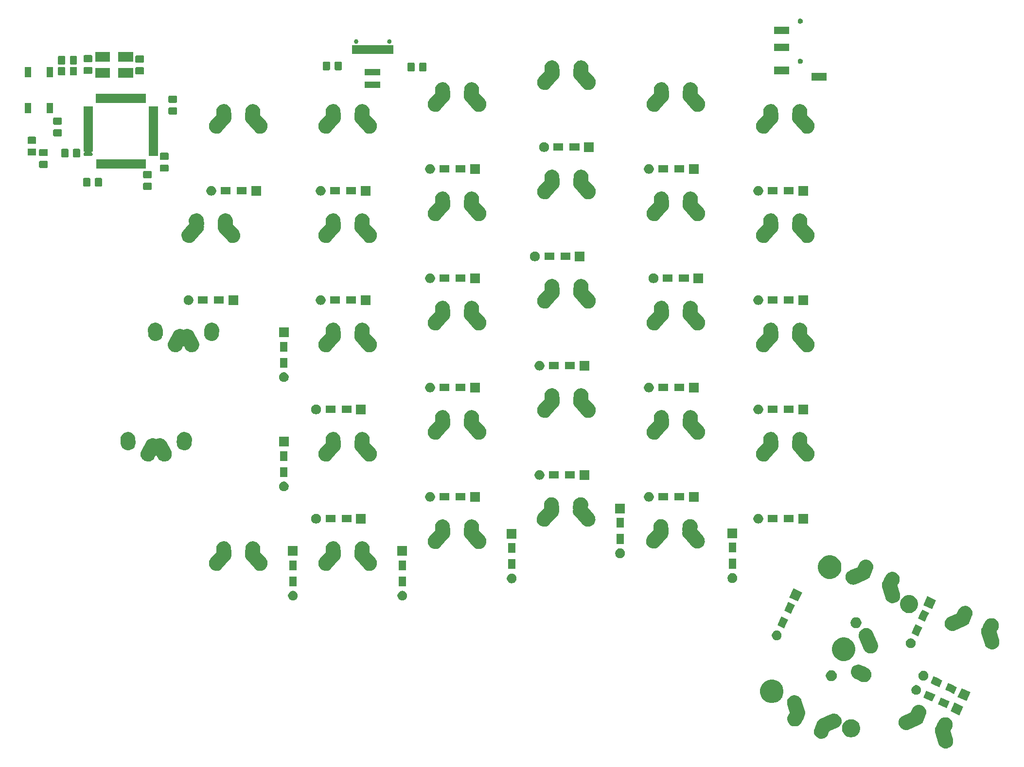
<source format=gbr>
G04 #@! TF.GenerationSoftware,KiCad,Pcbnew,(5.0.2)-1*
G04 #@! TF.CreationDate,2020-01-02T21:35:52+05:30*
G04 #@! TF.ProjectId,ergocape,6572676f-6361-4706-952e-6b696361645f,rev?*
G04 #@! TF.SameCoordinates,Original*
G04 #@! TF.FileFunction,Soldermask,Bot*
G04 #@! TF.FilePolarity,Negative*
%FSLAX46Y46*%
G04 Gerber Fmt 4.6, Leading zero omitted, Abs format (unit mm)*
G04 Created by KiCad (PCBNEW (5.0.2)-1) date 1/2/2020 9:35:52 PM*
%MOMM*%
%LPD*%
G01*
G04 APERTURE LIST*
%ADD10C,0.100000*%
G04 APERTURE END LIST*
D10*
G36*
X188190454Y-140176053D02*
X188344203Y-140178254D01*
X188594813Y-140231843D01*
X188594817Y-140231845D01*
X188594818Y-140231845D01*
X188830148Y-140333292D01*
X188830151Y-140333294D01*
X189041176Y-140478707D01*
X189144701Y-140585240D01*
X189219778Y-140662497D01*
X189359091Y-140877596D01*
X189453765Y-141115743D01*
X189500159Y-141367786D01*
X189497557Y-141549502D01*
X189496490Y-141624031D01*
X189442901Y-141874640D01*
X189442899Y-141874644D01*
X189442899Y-141874645D01*
X189414386Y-141940787D01*
X189366871Y-142051009D01*
X189227668Y-142302706D01*
X189121177Y-142495256D01*
X189111477Y-142517758D01*
X189106353Y-142541721D01*
X189106002Y-142566222D01*
X189110960Y-142592087D01*
X189538405Y-143998975D01*
X189575957Y-144187328D01*
X189576013Y-144315550D01*
X189576069Y-144443602D01*
X189526181Y-144694976D01*
X189428212Y-144931785D01*
X189285927Y-145144931D01*
X189104793Y-145326224D01*
X189043776Y-145367032D01*
X188891770Y-145468695D01*
X188812862Y-145501420D01*
X188655048Y-145566870D01*
X188529382Y-145591923D01*
X188403718Y-145616976D01*
X188232868Y-145617051D01*
X188147444Y-145617088D01*
X188147443Y-145617088D01*
X187896071Y-145567201D01*
X187728562Y-145497901D01*
X187659262Y-145469232D01*
X187446117Y-145326947D01*
X187264821Y-145145809D01*
X187122354Y-144932793D01*
X187122352Y-144932790D01*
X187048777Y-144755381D01*
X186441395Y-142756247D01*
X186403843Y-142567894D01*
X186403774Y-142408669D01*
X186403731Y-142311621D01*
X186453619Y-142060248D01*
X186551588Y-141823438D01*
X186639630Y-141691549D01*
X186651172Y-141669933D01*
X186657901Y-141648294D01*
X186670647Y-141588685D01*
X186670647Y-141588684D01*
X186670648Y-141588681D01*
X186719949Y-141474316D01*
X186746677Y-141412315D01*
X187089903Y-140791717D01*
X187198881Y-140633569D01*
X187198883Y-140633566D01*
X187382668Y-140454968D01*
X187597770Y-140315653D01*
X187835917Y-140220979D01*
X188045472Y-140182406D01*
X188087955Y-140174586D01*
X188087957Y-140174586D01*
X188190454Y-140176053D01*
X188190454Y-140176053D01*
G37*
G36*
X169092345Y-139572563D02*
X169179438Y-139597990D01*
X169338350Y-139644383D01*
X169565617Y-139762817D01*
X169765407Y-139923309D01*
X169765410Y-139923312D01*
X169930055Y-140119702D01*
X170053222Y-140344438D01*
X170115012Y-140540710D01*
X170130178Y-140588885D01*
X170154701Y-140813701D01*
X170157967Y-140843649D01*
X170135520Y-141098938D01*
X170126717Y-141129089D01*
X170063700Y-141344944D01*
X169945266Y-141572209D01*
X169784774Y-141772000D01*
X169784771Y-141772003D01*
X169588381Y-141936648D01*
X169419957Y-142028953D01*
X168067457Y-142605843D01*
X168045975Y-142617616D01*
X168027197Y-142633359D01*
X168011851Y-142652463D01*
X167999855Y-142675901D01*
X167817466Y-143149681D01*
X167817464Y-143149685D01*
X167731228Y-143321294D01*
X167573698Y-143523432D01*
X167379758Y-143690954D01*
X167156860Y-143817424D01*
X166913581Y-143897975D01*
X166809865Y-143910838D01*
X166659251Y-143929518D01*
X166659246Y-143929518D01*
X166403664Y-143910839D01*
X166403661Y-143910838D01*
X166403658Y-143910838D01*
X166156622Y-143842653D01*
X166156621Y-143842653D01*
X166156619Y-143842652D01*
X165927631Y-143727583D01*
X165725493Y-143570053D01*
X165557971Y-143376113D01*
X165431501Y-143153215D01*
X165350950Y-142909936D01*
X165336931Y-142796898D01*
X165319407Y-142655606D01*
X165319407Y-142655601D01*
X165338086Y-142400019D01*
X165338087Y-142400016D01*
X165338087Y-142400013D01*
X165389187Y-142214876D01*
X165389188Y-142214874D01*
X165389190Y-142214866D01*
X165643970Y-141553041D01*
X165730208Y-141381427D01*
X165767672Y-141333354D01*
X165780767Y-141312642D01*
X165789067Y-141291548D01*
X165833508Y-141139325D01*
X165951942Y-140912059D01*
X166112434Y-140712268D01*
X166112437Y-140712265D01*
X166308827Y-140547620D01*
X166477251Y-140455315D01*
X168158595Y-139738160D01*
X168399097Y-139635577D01*
X168582291Y-139577905D01*
X168837053Y-139550116D01*
X168837055Y-139550116D01*
X169092345Y-139572563D01*
X169092345Y-139572563D01*
G37*
G36*
X172048782Y-140540703D02*
X172253567Y-140581437D01*
X172337767Y-140616314D01*
X172540197Y-140700163D01*
X172798163Y-140872530D01*
X173017537Y-141091904D01*
X173189904Y-141349870D01*
X173251141Y-141497709D01*
X173302967Y-141622828D01*
X173308630Y-141636501D01*
X173369156Y-141940786D01*
X173369156Y-142251036D01*
X173360034Y-142296897D01*
X173308630Y-142555322D01*
X173268393Y-142652463D01*
X173189904Y-142841952D01*
X173017537Y-143099918D01*
X172798163Y-143319292D01*
X172540197Y-143491659D01*
X172372293Y-143561207D01*
X172253567Y-143610385D01*
X172138611Y-143633251D01*
X171949281Y-143670911D01*
X171639031Y-143670911D01*
X171449701Y-143633251D01*
X171334745Y-143610385D01*
X171216019Y-143561207D01*
X171048115Y-143491659D01*
X170790149Y-143319292D01*
X170570775Y-143099918D01*
X170398408Y-142841952D01*
X170319919Y-142652463D01*
X170279682Y-142555322D01*
X170228278Y-142296897D01*
X170219156Y-142251036D01*
X170219156Y-141940786D01*
X170279682Y-141636501D01*
X170285346Y-141622828D01*
X170337171Y-141497709D01*
X170398408Y-141349870D01*
X170570775Y-141091904D01*
X170790149Y-140872530D01*
X171048115Y-140700163D01*
X171250545Y-140616314D01*
X171334745Y-140581437D01*
X171539530Y-140540703D01*
X171639031Y-140520911D01*
X171949281Y-140520911D01*
X172048782Y-140540703D01*
X172048782Y-140540703D01*
G37*
G36*
X183816038Y-138042186D02*
X183816041Y-138042187D01*
X183816044Y-138042187D01*
X184063080Y-138110372D01*
X184063081Y-138110372D01*
X184063083Y-138110373D01*
X184292071Y-138225442D01*
X184494209Y-138382972D01*
X184661731Y-138576912D01*
X184788201Y-138799810D01*
X184868752Y-139043089D01*
X184882088Y-139150621D01*
X184900295Y-139297419D01*
X184900295Y-139297424D01*
X184881616Y-139553007D01*
X184881615Y-139553010D01*
X184881615Y-139553013D01*
X184851969Y-139660421D01*
X184830512Y-139738160D01*
X184575732Y-140399984D01*
X184489492Y-140571601D01*
X184452031Y-140619670D01*
X184438935Y-140640381D01*
X184430635Y-140661476D01*
X184386194Y-140813701D01*
X184267760Y-141040966D01*
X184107268Y-141240757D01*
X184107265Y-141240760D01*
X183910875Y-141405405D01*
X183742451Y-141497710D01*
X181820606Y-142317446D01*
X181820603Y-142317447D01*
X181637410Y-142375120D01*
X181382649Y-142402909D01*
X181382646Y-142402909D01*
X181127358Y-142380462D01*
X181067427Y-142362965D01*
X180881352Y-142308642D01*
X180654086Y-142190208D01*
X180454295Y-142029716D01*
X180453654Y-142028952D01*
X180289647Y-141833323D01*
X180166480Y-141608587D01*
X180089524Y-141364140D01*
X180071532Y-141199195D01*
X180061735Y-141109379D01*
X180062653Y-141098938D01*
X180084182Y-140854088D01*
X180102391Y-140791716D01*
X180156002Y-140608082D01*
X180274436Y-140380816D01*
X180434928Y-140181025D01*
X180434931Y-140181022D01*
X180631321Y-140016377D01*
X180799745Y-139924072D01*
X182063268Y-139385133D01*
X182152238Y-139347184D01*
X182173727Y-139335407D01*
X182192505Y-139319664D01*
X182207851Y-139300560D01*
X182219850Y-139277114D01*
X182402234Y-138803348D01*
X182404012Y-138799809D01*
X182488472Y-138631734D01*
X182500442Y-138616374D01*
X182646004Y-138429593D01*
X182839944Y-138262071D01*
X183062838Y-138135604D01*
X183183871Y-138095529D01*
X183306125Y-138055050D01*
X183560450Y-138023507D01*
X183560456Y-138023507D01*
X183816038Y-138042186D01*
X183816038Y-138042186D01*
G37*
G36*
X162323630Y-136385824D02*
X162560440Y-136483793D01*
X162773585Y-136626077D01*
X162853186Y-136705609D01*
X162954878Y-136807212D01*
X163097350Y-137020235D01*
X163170925Y-137197643D01*
X163778307Y-139196776D01*
X163815859Y-139385129D01*
X163815895Y-139469151D01*
X163815971Y-139641403D01*
X163766083Y-139892777D01*
X163668114Y-140129586D01*
X163580073Y-140261473D01*
X163568531Y-140283089D01*
X163561802Y-140304729D01*
X163550088Y-140359509D01*
X163549054Y-140364345D01*
X163499754Y-140478707D01*
X163473025Y-140540710D01*
X163209063Y-141017986D01*
X163129797Y-141161310D01*
X163020819Y-141319460D01*
X162837035Y-141498057D01*
X162621932Y-141637372D01*
X162383786Y-141732046D01*
X162131743Y-141778440D01*
X161885635Y-141774916D01*
X161875499Y-141774771D01*
X161624889Y-141721182D01*
X161389551Y-141619731D01*
X161389550Y-141619731D01*
X161389549Y-141619730D01*
X161178523Y-141474316D01*
X160999926Y-141290532D01*
X160860611Y-141075429D01*
X160765937Y-140837283D01*
X160719543Y-140585240D01*
X160723067Y-140339132D01*
X160723212Y-140328996D01*
X160776801Y-140078386D01*
X160780201Y-140070500D01*
X160852831Y-139902016D01*
X161098525Y-139457769D01*
X161108226Y-139435267D01*
X161113350Y-139411304D01*
X161113701Y-139386803D01*
X161108744Y-139360944D01*
X160681297Y-137954048D01*
X160643745Y-137765695D01*
X160643689Y-137637473D01*
X160643633Y-137509422D01*
X160693521Y-137258049D01*
X160791490Y-137021239D01*
X160933774Y-136808094D01*
X161106287Y-136635431D01*
X161114909Y-136626801D01*
X161115992Y-136626077D01*
X161327929Y-136484331D01*
X161327932Y-136484329D01*
X161440797Y-136437522D01*
X161564654Y-136386155D01*
X161614841Y-136376150D01*
X161815984Y-136336048D01*
X161944177Y-136335992D01*
X162072257Y-136335936D01*
X162323630Y-136385824D01*
X162323630Y-136385824D01*
G37*
G36*
X191350596Y-138311644D02*
X190631299Y-139854181D01*
X189088762Y-139134884D01*
X189808059Y-137592347D01*
X191350596Y-138311644D01*
X191350596Y-138311644D01*
G37*
G36*
X188229035Y-137076713D02*
X189000303Y-137436361D01*
X188450054Y-138616374D01*
X188450053Y-138616374D01*
X187364932Y-138110373D01*
X186907517Y-137897077D01*
X187457766Y-136717064D01*
X187457767Y-136717064D01*
X188229035Y-137076713D01*
X188229035Y-137076713D01*
G37*
G36*
X158578497Y-133688894D02*
X158578499Y-133688895D01*
X158578500Y-133688895D01*
X158950648Y-133843043D01*
X159285573Y-134066833D01*
X159570402Y-134351662D01*
X159794192Y-134686587D01*
X159933845Y-135023742D01*
X159948341Y-135058738D01*
X160026925Y-135453804D01*
X160026925Y-135856616D01*
X159949643Y-136245138D01*
X159948340Y-136251685D01*
X159794192Y-136623833D01*
X159570402Y-136958758D01*
X159285573Y-137243587D01*
X158950648Y-137467377D01*
X158578500Y-137621525D01*
X158578499Y-137621525D01*
X158578497Y-137621526D01*
X158183431Y-137700110D01*
X157780619Y-137700110D01*
X157385553Y-137621526D01*
X157385551Y-137621525D01*
X157385550Y-137621525D01*
X157013402Y-137467377D01*
X156678477Y-137243587D01*
X156393648Y-136958758D01*
X156169858Y-136623833D01*
X156015710Y-136251685D01*
X156014408Y-136245138D01*
X155937125Y-135856616D01*
X155937125Y-135453804D01*
X156015709Y-135058738D01*
X156030205Y-135023742D01*
X156169858Y-134686587D01*
X156393648Y-134351662D01*
X156678477Y-134066833D01*
X157013402Y-133843043D01*
X157385550Y-133688895D01*
X157385551Y-133688895D01*
X157385553Y-133688894D01*
X157780619Y-133610310D01*
X158183431Y-133610310D01*
X158578497Y-133688894D01*
X158578497Y-133688894D01*
G37*
G36*
X185517261Y-135812191D02*
X186462641Y-136253029D01*
X185912392Y-137433042D01*
X185912391Y-137433042D01*
X184913005Y-136967020D01*
X184369855Y-136713745D01*
X184920104Y-135533732D01*
X184920105Y-135533732D01*
X185517261Y-135812191D01*
X185517261Y-135812191D01*
G37*
G36*
X192600365Y-135812191D02*
X191881068Y-137354728D01*
X190338531Y-136635431D01*
X191057828Y-135092894D01*
X192600365Y-135812191D01*
X192600365Y-135812191D01*
G37*
G36*
X183398707Y-134608545D02*
X183553579Y-134672695D01*
X183692960Y-134765827D01*
X183811494Y-134884361D01*
X183904626Y-135023742D01*
X183968776Y-135178614D01*
X184001479Y-135343026D01*
X184001479Y-135510658D01*
X183968776Y-135675070D01*
X183904626Y-135829942D01*
X183811494Y-135969323D01*
X183692960Y-136087857D01*
X183553579Y-136180989D01*
X183398707Y-136245139D01*
X183234295Y-136277842D01*
X183066663Y-136277842D01*
X182902251Y-136245139D01*
X182747379Y-136180989D01*
X182607998Y-136087857D01*
X182489464Y-135969323D01*
X182396332Y-135829942D01*
X182332182Y-135675070D01*
X182299479Y-135510658D01*
X182299479Y-135343026D01*
X182332182Y-135178614D01*
X182396332Y-135023742D01*
X182489464Y-134884361D01*
X182607998Y-134765827D01*
X182747379Y-134672695D01*
X182902251Y-134608545D01*
X183066663Y-134575842D01*
X183234295Y-134575842D01*
X183398707Y-134608545D01*
X183398707Y-134608545D01*
G37*
G36*
X189475764Y-134575842D02*
X190250072Y-134936908D01*
X189699823Y-136116921D01*
X189699822Y-136116921D01*
X188752271Y-135675070D01*
X188157286Y-135397624D01*
X188707535Y-134217611D01*
X188707536Y-134217611D01*
X189475764Y-134575842D01*
X189475764Y-134575842D01*
G37*
G36*
X186757592Y-133308337D02*
X187712410Y-133753576D01*
X187162161Y-134933589D01*
X187162160Y-134933589D01*
X185914211Y-134351660D01*
X185619624Y-134214292D01*
X186169873Y-133034279D01*
X186169874Y-133034279D01*
X186757592Y-133308337D01*
X186757592Y-133308337D01*
G37*
G36*
X173456983Y-131029659D02*
X173456985Y-131029660D01*
X173456986Y-131029660D01*
X173693753Y-131127732D01*
X173825444Y-131215725D01*
X173847055Y-131227276D01*
X173868848Y-131234048D01*
X173926915Y-131246417D01*
X174103343Y-131322308D01*
X174103345Y-131322309D01*
X174724213Y-131665047D01*
X174882448Y-131773900D01*
X175061194Y-131957549D01*
X175159514Y-132109093D01*
X175200678Y-132172542D01*
X175295537Y-132410608D01*
X175342129Y-132662612D01*
X175338663Y-132918867D01*
X175304359Y-133079908D01*
X175285271Y-133169516D01*
X175184006Y-133404934D01*
X175038758Y-133616073D01*
X174855110Y-133794819D01*
X174640119Y-133934302D01*
X174640116Y-133934303D01*
X174402051Y-134029162D01*
X174300005Y-134048029D01*
X174150045Y-134075755D01*
X173906780Y-134072464D01*
X173893790Y-134072288D01*
X173643141Y-134018897D01*
X173466715Y-133943006D01*
X173466713Y-133943005D01*
X172845844Y-133600267D01*
X172786898Y-133559716D01*
X172765453Y-133547879D01*
X172740446Y-133540108D01*
X172698013Y-133531667D01*
X172698011Y-133531666D01*
X172698010Y-133531666D01*
X172461243Y-133433594D01*
X172248159Y-133291216D01*
X172248156Y-133291214D01*
X172066947Y-133110005D01*
X171924567Y-132896918D01*
X171902471Y-132843573D01*
X171826495Y-132660151D01*
X171788031Y-132466778D01*
X171776498Y-132408802D01*
X171776498Y-132152524D01*
X171826494Y-131901178D01*
X171883840Y-131762733D01*
X171924567Y-131664408D01*
X172066945Y-131451324D01*
X172066947Y-131451321D01*
X172248156Y-131270112D01*
X172461243Y-131127732D01*
X172698010Y-131029660D01*
X172698011Y-131029660D01*
X172698013Y-131029659D01*
X172949359Y-130979663D01*
X173205637Y-130979663D01*
X173456983Y-131029659D01*
X173456983Y-131029659D01*
G37*
G36*
X168639308Y-132014010D02*
X168812378Y-132085698D01*
X168968142Y-132189776D01*
X169100600Y-132322234D01*
X169204678Y-132477998D01*
X169276366Y-132651068D01*
X169312912Y-132834797D01*
X169312912Y-133022131D01*
X169276366Y-133205860D01*
X169204678Y-133378930D01*
X169100600Y-133534694D01*
X168968142Y-133667152D01*
X168812378Y-133771230D01*
X168639308Y-133842918D01*
X168455579Y-133879464D01*
X168268245Y-133879464D01*
X168084516Y-133842918D01*
X167911446Y-133771230D01*
X167755682Y-133667152D01*
X167623224Y-133534694D01*
X167519146Y-133378930D01*
X167447458Y-133205860D01*
X167410912Y-133022131D01*
X167410912Y-132834797D01*
X167447458Y-132651068D01*
X167519146Y-132477998D01*
X167623224Y-132322234D01*
X167755682Y-132189776D01*
X167911446Y-132085698D01*
X168084516Y-132014010D01*
X168268245Y-131977464D01*
X168455579Y-131977464D01*
X168639308Y-132014010D01*
X168639308Y-132014010D01*
G37*
G36*
X184648476Y-132109092D02*
X184803348Y-132173242D01*
X184942729Y-132266374D01*
X185061263Y-132384908D01*
X185154395Y-132524289D01*
X185218545Y-132679161D01*
X185251248Y-132843573D01*
X185251248Y-133011205D01*
X185218545Y-133175617D01*
X185154395Y-133330489D01*
X185061263Y-133469870D01*
X184942729Y-133588404D01*
X184803348Y-133681536D01*
X184648476Y-133745686D01*
X184484064Y-133778389D01*
X184316432Y-133778389D01*
X184152020Y-133745686D01*
X183997148Y-133681536D01*
X183857767Y-133588404D01*
X183739233Y-133469870D01*
X183646101Y-133330489D01*
X183581951Y-133175617D01*
X183549248Y-133011205D01*
X183549248Y-132843573D01*
X183581951Y-132679161D01*
X183646101Y-132524289D01*
X183739233Y-132384908D01*
X183857767Y-132266374D01*
X183997148Y-132173242D01*
X184152020Y-132109092D01*
X184316432Y-132076389D01*
X184484064Y-132076389D01*
X184648476Y-132109092D01*
X184648476Y-132109092D01*
G37*
G36*
X171105285Y-126358104D02*
X171105287Y-126358105D01*
X171105288Y-126358105D01*
X171477436Y-126512253D01*
X171812361Y-126736043D01*
X172097190Y-127020872D01*
X172320980Y-127355797D01*
X172455800Y-127681283D01*
X172475129Y-127727948D01*
X172553713Y-128123014D01*
X172553713Y-128525826D01*
X172478876Y-128902056D01*
X172475128Y-128920895D01*
X172320980Y-129293043D01*
X172097190Y-129627968D01*
X171812361Y-129912797D01*
X171477436Y-130136587D01*
X171105288Y-130290735D01*
X171105287Y-130290735D01*
X171105285Y-130290736D01*
X170710219Y-130369320D01*
X170307407Y-130369320D01*
X169912341Y-130290736D01*
X169912339Y-130290735D01*
X169912338Y-130290735D01*
X169540190Y-130136587D01*
X169205265Y-129912797D01*
X168920436Y-129627968D01*
X168696646Y-129293043D01*
X168542498Y-128920895D01*
X168538751Y-128902056D01*
X168463913Y-128525826D01*
X168463913Y-128123014D01*
X168542497Y-127727948D01*
X168561826Y-127681283D01*
X168696646Y-127355797D01*
X168920436Y-127020872D01*
X169205265Y-126736043D01*
X169540190Y-126512253D01*
X169912338Y-126358105D01*
X169912339Y-126358105D01*
X169912341Y-126358104D01*
X170307407Y-126279520D01*
X170710219Y-126279520D01*
X171105285Y-126358104D01*
X171105285Y-126358104D01*
G37*
G36*
X174662603Y-124660065D02*
X174701346Y-124671376D01*
X174908609Y-124731885D01*
X175135875Y-124850319D01*
X175335666Y-125010811D01*
X175335669Y-125010814D01*
X175500314Y-125207204D01*
X175592619Y-125375628D01*
X176252275Y-126922169D01*
X176335150Y-127116466D01*
X176341866Y-127128873D01*
X176389468Y-127243794D01*
X176389975Y-127245000D01*
X176412357Y-127297475D01*
X176412779Y-127298815D01*
X176416526Y-127309119D01*
X176441594Y-127369638D01*
X176451456Y-127419218D01*
X176454821Y-127432361D01*
X176470029Y-127480668D01*
X176475019Y-127526411D01*
X176477144Y-127545899D01*
X176478809Y-127556731D01*
X176491590Y-127620985D01*
X176491590Y-127671538D01*
X176492327Y-127685092D01*
X176497818Y-127735430D01*
X176492070Y-127800799D01*
X176491590Y-127811748D01*
X176491590Y-127877261D01*
X176481727Y-127926845D01*
X176479807Y-127940268D01*
X176475371Y-127990722D01*
X176475370Y-127990725D01*
X176456984Y-128053703D01*
X176454377Y-128064347D01*
X176441594Y-128128609D01*
X176422245Y-128175322D01*
X176417739Y-128188128D01*
X176403552Y-128236723D01*
X176373231Y-128294907D01*
X176368597Y-128304840D01*
X176343521Y-128365379D01*
X176315430Y-128407420D01*
X176308512Y-128419101D01*
X176285120Y-128463989D01*
X176244038Y-128515130D01*
X176237559Y-128523963D01*
X176236314Y-128525826D01*
X176201141Y-128578466D01*
X176165378Y-128614229D01*
X176156315Y-128624334D01*
X176124625Y-128663784D01*
X176124622Y-128663787D01*
X176074356Y-128705927D01*
X176066288Y-128713319D01*
X176019932Y-128759675D01*
X175977864Y-128787784D01*
X175967015Y-128795918D01*
X175928232Y-128828432D01*
X175870722Y-128859950D01*
X175861366Y-128865625D01*
X175806845Y-128902055D01*
X175760096Y-128921419D01*
X175747862Y-128927284D01*
X175703496Y-128951599D01*
X175640965Y-128971285D01*
X175630670Y-128975029D01*
X175570078Y-129000127D01*
X175570077Y-129000127D01*
X175570075Y-129000128D01*
X175520436Y-129010002D01*
X175507289Y-129013368D01*
X175500400Y-129015537D01*
X175459050Y-129028555D01*
X175444923Y-129030096D01*
X175393890Y-129035662D01*
X175383069Y-129037326D01*
X175318727Y-129050124D01*
X175268107Y-129050124D01*
X175254553Y-129050861D01*
X175204288Y-129056344D01*
X175204285Y-129056344D01*
X175138998Y-129050603D01*
X175128061Y-129050124D01*
X175062453Y-129050124D01*
X175012791Y-129040246D01*
X174999372Y-129038326D01*
X174948996Y-129033897D01*
X174948993Y-129033896D01*
X174948992Y-129033896D01*
X174886106Y-129015537D01*
X174875462Y-129012930D01*
X174811105Y-129000129D01*
X174776993Y-128985999D01*
X174764315Y-128980747D01*
X174751514Y-128976243D01*
X174702994Y-128962078D01*
X174644899Y-128931803D01*
X174634966Y-128927169D01*
X174574336Y-128902056D01*
X174532222Y-128873916D01*
X174520543Y-128866999D01*
X174500653Y-128856633D01*
X174475725Y-128843643D01*
X174441850Y-128816431D01*
X174424669Y-128802630D01*
X174415834Y-128796149D01*
X174361250Y-128759677D01*
X174325427Y-128723854D01*
X174315322Y-128714791D01*
X174275934Y-128683151D01*
X174259700Y-128663787D01*
X174233853Y-128632957D01*
X174226461Y-128624888D01*
X174180039Y-128578466D01*
X174151888Y-128536335D01*
X174143744Y-128525474D01*
X174111288Y-128486760D01*
X174111286Y-128486758D01*
X174079814Y-128429333D01*
X174074136Y-128419971D01*
X174037659Y-128365379D01*
X173991207Y-128253234D01*
X173990761Y-128252174D01*
X173199245Y-126396489D01*
X173141571Y-126213293D01*
X173124720Y-126058806D01*
X173113782Y-125958532D01*
X173113782Y-125958529D01*
X173136229Y-125703241D01*
X173176707Y-125564593D01*
X173208049Y-125457235D01*
X173326483Y-125229969D01*
X173486975Y-125030178D01*
X173486978Y-125030175D01*
X173683368Y-124865530D01*
X173908104Y-124742363D01*
X174152551Y-124665407D01*
X174201525Y-124660065D01*
X174407312Y-124637618D01*
X174407315Y-124637618D01*
X174662603Y-124660065D01*
X174662603Y-124660065D01*
G37*
G36*
X196241333Y-122910890D02*
X196395082Y-122913091D01*
X196645692Y-122966680D01*
X196645696Y-122966682D01*
X196645697Y-122966682D01*
X196881027Y-123068129D01*
X196881030Y-123068131D01*
X197092055Y-123213544D01*
X197182324Y-123306436D01*
X197270657Y-123397334D01*
X197409970Y-123612433D01*
X197504644Y-123850580D01*
X197551038Y-124102623D01*
X197549033Y-124242646D01*
X197547369Y-124358868D01*
X197493780Y-124609477D01*
X197493778Y-124609481D01*
X197493778Y-124609482D01*
X197467096Y-124671376D01*
X197417750Y-124785846D01*
X197291869Y-125013454D01*
X197172056Y-125230093D01*
X197162356Y-125252595D01*
X197157232Y-125276558D01*
X197156881Y-125301059D01*
X197161839Y-125326924D01*
X197589284Y-126733812D01*
X197626836Y-126922165D01*
X197626879Y-127020870D01*
X197626948Y-127178439D01*
X197577060Y-127429813D01*
X197479091Y-127666622D01*
X197336806Y-127879768D01*
X197155672Y-128061061D01*
X197054669Y-128128612D01*
X196942649Y-128203532D01*
X196863741Y-128236257D01*
X196705927Y-128301707D01*
X196580261Y-128326760D01*
X196454597Y-128351813D01*
X196283752Y-128351888D01*
X196198323Y-128351925D01*
X196198322Y-128351925D01*
X195946950Y-128302038D01*
X195779441Y-128232738D01*
X195710141Y-128204069D01*
X195496996Y-128061784D01*
X195315700Y-127880646D01*
X195173233Y-127667630D01*
X195173231Y-127667627D01*
X195099656Y-127490218D01*
X194492274Y-125491084D01*
X194454722Y-125302731D01*
X194454653Y-125143506D01*
X194454610Y-125046458D01*
X194504498Y-124795085D01*
X194602467Y-124558275D01*
X194690509Y-124426386D01*
X194702051Y-124404770D01*
X194708780Y-124383131D01*
X194721526Y-124323522D01*
X194721526Y-124323521D01*
X194721527Y-124323518D01*
X194768474Y-124214616D01*
X194797556Y-124147152D01*
X195140782Y-123526554D01*
X195249760Y-123368406D01*
X195249762Y-123368403D01*
X195433547Y-123189805D01*
X195648649Y-123050490D01*
X195886796Y-122955816D01*
X196096351Y-122917243D01*
X196138834Y-122909423D01*
X196138836Y-122909423D01*
X196241333Y-122910890D01*
X196241333Y-122910890D01*
G37*
G36*
X182437492Y-126459886D02*
X182592364Y-126524036D01*
X182731745Y-126617168D01*
X182850279Y-126735702D01*
X182943411Y-126875083D01*
X183007561Y-127029955D01*
X183040264Y-127194367D01*
X183040264Y-127361999D01*
X183007561Y-127526411D01*
X182943411Y-127681283D01*
X182850279Y-127820664D01*
X182731745Y-127939198D01*
X182592364Y-128032330D01*
X182437492Y-128096480D01*
X182273080Y-128129183D01*
X182105448Y-128129183D01*
X181941036Y-128096480D01*
X181786164Y-128032330D01*
X181646783Y-127939198D01*
X181528249Y-127820664D01*
X181435117Y-127681283D01*
X181370967Y-127526411D01*
X181338264Y-127361999D01*
X181338264Y-127194367D01*
X181370967Y-127029955D01*
X181435117Y-126875083D01*
X181528249Y-126735702D01*
X181646783Y-126617168D01*
X181786164Y-126524036D01*
X181941036Y-126459886D01*
X182105448Y-126427183D01*
X182273080Y-126427183D01*
X182437492Y-126459886D01*
X182437492Y-126459886D01*
G37*
G36*
X159102865Y-125099903D02*
X159257737Y-125164053D01*
X159397118Y-125257185D01*
X159515652Y-125375719D01*
X159608784Y-125515100D01*
X159672934Y-125669972D01*
X159705637Y-125834384D01*
X159705637Y-126002016D01*
X159672934Y-126166428D01*
X159608784Y-126321300D01*
X159515652Y-126460681D01*
X159397118Y-126579215D01*
X159257737Y-126672347D01*
X159102865Y-126736497D01*
X158938453Y-126769200D01*
X158770821Y-126769200D01*
X158606409Y-126736497D01*
X158451537Y-126672347D01*
X158312156Y-126579215D01*
X158193622Y-126460681D01*
X158100490Y-126321300D01*
X158036340Y-126166428D01*
X158003637Y-126002016D01*
X158003637Y-125834384D01*
X158036340Y-125669972D01*
X158100490Y-125515100D01*
X158193622Y-125375719D01*
X158312156Y-125257185D01*
X158451537Y-125164053D01*
X158606409Y-125099903D01*
X158770821Y-125067200D01*
X158938453Y-125067200D01*
X159102865Y-125099903D01*
X159102865Y-125099903D01*
G37*
G36*
X184195464Y-124516270D02*
X184195464Y-124516271D01*
X183923311Y-125099904D01*
X183514230Y-125977181D01*
X183476167Y-126058806D01*
X183476167Y-126058807D01*
X182296154Y-125508558D01*
X182320086Y-125457236D01*
X182684291Y-124676195D01*
X183015451Y-123966021D01*
X184195464Y-124516270D01*
X184195464Y-124516270D01*
G37*
G36*
X191866917Y-120777023D02*
X191866920Y-120777024D01*
X191866923Y-120777024D01*
X192113959Y-120845209D01*
X192113960Y-120845209D01*
X192113962Y-120845210D01*
X192342950Y-120960279D01*
X192545088Y-121117809D01*
X192712610Y-121311749D01*
X192839080Y-121534647D01*
X192919631Y-121777926D01*
X192919631Y-121777930D01*
X192951174Y-122032256D01*
X192951174Y-122032261D01*
X192932495Y-122287844D01*
X192932494Y-122287847D01*
X192932494Y-122287850D01*
X192905636Y-122385157D01*
X192881391Y-122472997D01*
X192626611Y-123134821D01*
X192540371Y-123306438D01*
X192502910Y-123354507D01*
X192489814Y-123375218D01*
X192481514Y-123396313D01*
X192437073Y-123548538D01*
X192318639Y-123775803D01*
X192158147Y-123975594D01*
X192158144Y-123975597D01*
X191961754Y-124140242D01*
X191793330Y-124232547D01*
X189871485Y-125052283D01*
X189871482Y-125052284D01*
X189688289Y-125109957D01*
X189433528Y-125137746D01*
X189433525Y-125137746D01*
X189178237Y-125115299D01*
X189118306Y-125097802D01*
X188932231Y-125043479D01*
X188704965Y-124925045D01*
X188505174Y-124764553D01*
X188505171Y-124764550D01*
X188340526Y-124568160D01*
X188217359Y-124343424D01*
X188140403Y-124098977D01*
X188126945Y-123975594D01*
X188112614Y-123844216D01*
X188112614Y-123844213D01*
X188135061Y-123588925D01*
X188153270Y-123526553D01*
X188206881Y-123342919D01*
X188325315Y-123115653D01*
X188485807Y-122915862D01*
X188485810Y-122915859D01*
X188682200Y-122751214D01*
X188850624Y-122658909D01*
X190203116Y-122082021D01*
X190224606Y-122070244D01*
X190243384Y-122054501D01*
X190258730Y-122035397D01*
X190270729Y-122011951D01*
X190453113Y-121538185D01*
X190491945Y-121460910D01*
X190539351Y-121366571D01*
X190582074Y-121311750D01*
X190696883Y-121164430D01*
X190890823Y-120996908D01*
X191113717Y-120870441D01*
X191234750Y-120830366D01*
X191357004Y-120789887D01*
X191611329Y-120758344D01*
X191611335Y-120758344D01*
X191866917Y-120777023D01*
X191866917Y-120777023D01*
G37*
G36*
X160860837Y-123156287D02*
X160860837Y-123156288D01*
X160618445Y-123676098D01*
X160157123Y-124665407D01*
X160141540Y-124698823D01*
X160141540Y-124698824D01*
X158961527Y-124148575D01*
X158962187Y-124147160D01*
X159434247Y-123134825D01*
X159680824Y-122606038D01*
X160860837Y-123156287D01*
X160860837Y-123156287D01*
G37*
G36*
X172933110Y-122805922D02*
X173106180Y-122877610D01*
X173261944Y-122981688D01*
X173394402Y-123114146D01*
X173498480Y-123269910D01*
X173570168Y-123442980D01*
X173606714Y-123626709D01*
X173606714Y-123814043D01*
X173570168Y-123997772D01*
X173498480Y-124170842D01*
X173394402Y-124326606D01*
X173261944Y-124459064D01*
X173106180Y-124563142D01*
X172933110Y-124634830D01*
X172749381Y-124671376D01*
X172562047Y-124671376D01*
X172378318Y-124634830D01*
X172205248Y-124563142D01*
X172049484Y-124459064D01*
X171917026Y-124326606D01*
X171812948Y-124170842D01*
X171741260Y-123997772D01*
X171704714Y-123814043D01*
X171704714Y-123626709D01*
X171741260Y-123442980D01*
X171812948Y-123269910D01*
X171917026Y-123114146D01*
X172049484Y-122981688D01*
X172205248Y-122877610D01*
X172378318Y-122805922D01*
X172562047Y-122769376D01*
X172749381Y-122769376D01*
X172933110Y-122805922D01*
X172933110Y-122805922D01*
G37*
G36*
X185378796Y-121978608D02*
X185378796Y-121978609D01*
X185086221Y-122606038D01*
X184730724Y-123368403D01*
X184659499Y-123521144D01*
X184659499Y-123521145D01*
X183479486Y-122970896D01*
X183481452Y-122966680D01*
X183908754Y-122050328D01*
X184198783Y-121428359D01*
X185378796Y-121978608D01*
X185378796Y-121978608D01*
G37*
G36*
X162044169Y-120618625D02*
X162044169Y-120618626D01*
X161771695Y-121202947D01*
X161340846Y-122126906D01*
X161324872Y-122161161D01*
X161324872Y-122161162D01*
X160144859Y-121610913D01*
X160151266Y-121597174D01*
X160607571Y-120618625D01*
X160864156Y-120068376D01*
X162044169Y-120618625D01*
X162044169Y-120618625D01*
G37*
G36*
X182180621Y-118909934D02*
X182344001Y-118942432D01*
X182462727Y-118991610D01*
X182630631Y-119061158D01*
X182888597Y-119233525D01*
X183107971Y-119452899D01*
X183280338Y-119710865D01*
X183335795Y-119844750D01*
X183399064Y-119997495D01*
X183459590Y-120301782D01*
X183459590Y-120612030D01*
X183399064Y-120916317D01*
X183380854Y-120960279D01*
X183280338Y-121202947D01*
X183107971Y-121460913D01*
X182888597Y-121680287D01*
X182630631Y-121852654D01*
X182462727Y-121922202D01*
X182344001Y-121971380D01*
X182191857Y-122001643D01*
X182039715Y-122031906D01*
X181729465Y-122031906D01*
X181577323Y-122001643D01*
X181425179Y-121971380D01*
X181306453Y-121922202D01*
X181138549Y-121852654D01*
X180880583Y-121680287D01*
X180661209Y-121460913D01*
X180488842Y-121202947D01*
X180388326Y-120960279D01*
X180370116Y-120916317D01*
X180309590Y-120612030D01*
X180309590Y-120301782D01*
X180370116Y-119997495D01*
X180433385Y-119844750D01*
X180488842Y-119710865D01*
X180661209Y-119452899D01*
X180880583Y-119233525D01*
X181138549Y-119061158D01*
X181306453Y-118991610D01*
X181425179Y-118942432D01*
X181588559Y-118909934D01*
X181729465Y-118881906D01*
X182039715Y-118881906D01*
X182180621Y-118909934D01*
X182180621Y-118909934D01*
G37*
G36*
X186616603Y-119797363D02*
X185897306Y-121339900D01*
X184354769Y-120620603D01*
X185074066Y-119078066D01*
X186616603Y-119797363D01*
X186616603Y-119797363D01*
G37*
G36*
X178963960Y-114848159D02*
X179117709Y-114850360D01*
X179368319Y-114903949D01*
X179368323Y-114903951D01*
X179368324Y-114903951D01*
X179603654Y-115005398D01*
X179603657Y-115005400D01*
X179814682Y-115150813D01*
X179904951Y-115243705D01*
X179993284Y-115334603D01*
X180132597Y-115549702D01*
X180227271Y-115787849D01*
X180273665Y-116039892D01*
X180271660Y-116179915D01*
X180269996Y-116296137D01*
X180216407Y-116546746D01*
X180140377Y-116723115D01*
X180006761Y-116964710D01*
X179894683Y-117167362D01*
X179884983Y-117189864D01*
X179879859Y-117213827D01*
X179879508Y-117238328D01*
X179884466Y-117264193D01*
X180311911Y-118671081D01*
X180349463Y-118859434D01*
X180349499Y-118942432D01*
X180349575Y-119115708D01*
X180299687Y-119367082D01*
X180201718Y-119603891D01*
X180059433Y-119817037D01*
X179878299Y-119998330D01*
X179773564Y-120068377D01*
X179665276Y-120140801D01*
X179586368Y-120173526D01*
X179428554Y-120238976D01*
X179302888Y-120264029D01*
X179177224Y-120289082D01*
X179006377Y-120289157D01*
X178920950Y-120289194D01*
X178920949Y-120289194D01*
X178669577Y-120239307D01*
X178502068Y-120170007D01*
X178432768Y-120141338D01*
X178219623Y-119999053D01*
X178038327Y-119817915D01*
X177895860Y-119604899D01*
X177895858Y-119604896D01*
X177822283Y-119427487D01*
X177214901Y-117428353D01*
X177177349Y-117240000D01*
X177177280Y-117080775D01*
X177177237Y-116983727D01*
X177227125Y-116732354D01*
X177325094Y-116495544D01*
X177413136Y-116363655D01*
X177424678Y-116342039D01*
X177431407Y-116320400D01*
X177444153Y-116260791D01*
X177444153Y-116260790D01*
X177444154Y-116260787D01*
X177491101Y-116151885D01*
X177520183Y-116084421D01*
X177863409Y-115463823D01*
X177972387Y-115305675D01*
X177972389Y-115305672D01*
X178156174Y-115127074D01*
X178371276Y-114987759D01*
X178609423Y-114893085D01*
X178818978Y-114854512D01*
X178861461Y-114846692D01*
X178861463Y-114846692D01*
X178963960Y-114848159D01*
X178963960Y-114848159D01*
G37*
G36*
X163281976Y-118437380D02*
X162562679Y-119979917D01*
X161020142Y-119260620D01*
X161739439Y-117718083D01*
X163281976Y-118437380D01*
X163281976Y-118437380D01*
G37*
G36*
X74860728Y-118175453D02*
X75015600Y-118239603D01*
X75154981Y-118332735D01*
X75273515Y-118451269D01*
X75366647Y-118590650D01*
X75430797Y-118745522D01*
X75463500Y-118909934D01*
X75463500Y-119077566D01*
X75430797Y-119241978D01*
X75366647Y-119396850D01*
X75273515Y-119536231D01*
X75154981Y-119654765D01*
X75015600Y-119747897D01*
X74860728Y-119812047D01*
X74696316Y-119844750D01*
X74528684Y-119844750D01*
X74364272Y-119812047D01*
X74209400Y-119747897D01*
X74070019Y-119654765D01*
X73951485Y-119536231D01*
X73858353Y-119396850D01*
X73794203Y-119241978D01*
X73761500Y-119077566D01*
X73761500Y-118909934D01*
X73794203Y-118745522D01*
X73858353Y-118590650D01*
X73951485Y-118451269D01*
X74070019Y-118332735D01*
X74209400Y-118239603D01*
X74364272Y-118175453D01*
X74528684Y-118142750D01*
X74696316Y-118142750D01*
X74860728Y-118175453D01*
X74860728Y-118175453D01*
G37*
G36*
X93910728Y-118175453D02*
X94065600Y-118239603D01*
X94204981Y-118332735D01*
X94323515Y-118451269D01*
X94416647Y-118590650D01*
X94480797Y-118745522D01*
X94513500Y-118909934D01*
X94513500Y-119077566D01*
X94480797Y-119241978D01*
X94416647Y-119396850D01*
X94323515Y-119536231D01*
X94204981Y-119654765D01*
X94065600Y-119747897D01*
X93910728Y-119812047D01*
X93746316Y-119844750D01*
X93578684Y-119844750D01*
X93414272Y-119812047D01*
X93259400Y-119747897D01*
X93120019Y-119654765D01*
X93001485Y-119536231D01*
X92908353Y-119396850D01*
X92844203Y-119241978D01*
X92811500Y-119077566D01*
X92811500Y-118909934D01*
X92844203Y-118745522D01*
X92908353Y-118590650D01*
X93001485Y-118451269D01*
X93120019Y-118332735D01*
X93259400Y-118239603D01*
X93414272Y-118175453D01*
X93578684Y-118142750D01*
X93746316Y-118142750D01*
X93910728Y-118175453D01*
X93910728Y-118175453D01*
G37*
G36*
X75263500Y-117344750D02*
X73961500Y-117344750D01*
X73961500Y-115642750D01*
X75263500Y-115642750D01*
X75263500Y-117344750D01*
X75263500Y-117344750D01*
G37*
G36*
X94313500Y-117344750D02*
X93011500Y-117344750D01*
X93011500Y-115642750D01*
X94313500Y-115642750D01*
X94313500Y-117344750D01*
X94313500Y-117344750D01*
G37*
G36*
X174589544Y-112714292D02*
X174589547Y-112714293D01*
X174589550Y-112714293D01*
X174836586Y-112782478D01*
X174836587Y-112782478D01*
X174836589Y-112782479D01*
X175065577Y-112897548D01*
X175267715Y-113055078D01*
X175435237Y-113249018D01*
X175561707Y-113471916D01*
X175642258Y-113715195D01*
X175642258Y-113715199D01*
X175673801Y-113969525D01*
X175673801Y-113969530D01*
X175655122Y-114225113D01*
X175655121Y-114225116D01*
X175655121Y-114225119D01*
X175618414Y-114358110D01*
X175604018Y-114410266D01*
X175349238Y-115072090D01*
X175262998Y-115243707D01*
X175225537Y-115291776D01*
X175212441Y-115312487D01*
X175204141Y-115333582D01*
X175159700Y-115485807D01*
X175041266Y-115713072D01*
X174880774Y-115912863D01*
X174880771Y-115912866D01*
X174684381Y-116077511D01*
X174515957Y-116169816D01*
X172594112Y-116989552D01*
X172594109Y-116989553D01*
X172410916Y-117047226D01*
X172156155Y-117075015D01*
X172156152Y-117075015D01*
X171900864Y-117052568D01*
X171840933Y-117035071D01*
X171654858Y-116980748D01*
X171427592Y-116862314D01*
X171227801Y-116701822D01*
X171227798Y-116701819D01*
X171063153Y-116505429D01*
X170939986Y-116280693D01*
X170863030Y-116036246D01*
X170845038Y-115871301D01*
X170835241Y-115781485D01*
X170835241Y-115781482D01*
X170857688Y-115526194D01*
X170875897Y-115463822D01*
X170929508Y-115280188D01*
X171047942Y-115052922D01*
X171208434Y-114853131D01*
X171208437Y-114853128D01*
X171404827Y-114688483D01*
X171573251Y-114596178D01*
X172925743Y-114019290D01*
X172947233Y-114007513D01*
X172966011Y-113991770D01*
X172981357Y-113972666D01*
X172993356Y-113949220D01*
X173175740Y-113475454D01*
X173203741Y-113419732D01*
X173261978Y-113303840D01*
X173304701Y-113249019D01*
X173419510Y-113101699D01*
X173613450Y-112934177D01*
X173836344Y-112807710D01*
X173957377Y-112767635D01*
X174079631Y-112727156D01*
X174333956Y-112695613D01*
X174333962Y-112695613D01*
X174589544Y-112714292D01*
X174589544Y-112714292D01*
G37*
G36*
X112960728Y-115159203D02*
X113115600Y-115223353D01*
X113254981Y-115316485D01*
X113373515Y-115435019D01*
X113466647Y-115574400D01*
X113530797Y-115729272D01*
X113563500Y-115893684D01*
X113563500Y-116061316D01*
X113530797Y-116225728D01*
X113466647Y-116380600D01*
X113373515Y-116519981D01*
X113254981Y-116638515D01*
X113115600Y-116731647D01*
X112960728Y-116795797D01*
X112796316Y-116828500D01*
X112628684Y-116828500D01*
X112464272Y-116795797D01*
X112309400Y-116731647D01*
X112170019Y-116638515D01*
X112051485Y-116519981D01*
X111958353Y-116380600D01*
X111894203Y-116225728D01*
X111861500Y-116061316D01*
X111861500Y-115893684D01*
X111894203Y-115729272D01*
X111958353Y-115574400D01*
X112051485Y-115435019D01*
X112170019Y-115316485D01*
X112309400Y-115223353D01*
X112464272Y-115159203D01*
X112628684Y-115126500D01*
X112796316Y-115126500D01*
X112960728Y-115159203D01*
X112960728Y-115159203D01*
G37*
G36*
X151378228Y-115095703D02*
X151533100Y-115159853D01*
X151672481Y-115252985D01*
X151791015Y-115371519D01*
X151884147Y-115510900D01*
X151948297Y-115665772D01*
X151981000Y-115830184D01*
X151981000Y-115997816D01*
X151948297Y-116162228D01*
X151884147Y-116317100D01*
X151791015Y-116456481D01*
X151672481Y-116575015D01*
X151533100Y-116668147D01*
X151378228Y-116732297D01*
X151213816Y-116765000D01*
X151046184Y-116765000D01*
X150881772Y-116732297D01*
X150726900Y-116668147D01*
X150587519Y-116575015D01*
X150468985Y-116456481D01*
X150375853Y-116317100D01*
X150311703Y-116162228D01*
X150279000Y-115997816D01*
X150279000Y-115830184D01*
X150311703Y-115665772D01*
X150375853Y-115510900D01*
X150468985Y-115371519D01*
X150587519Y-115252985D01*
X150726900Y-115159853D01*
X150881772Y-115095703D01*
X151046184Y-115063000D01*
X151213816Y-115063000D01*
X151378228Y-115095703D01*
X151378228Y-115095703D01*
G37*
G36*
X168668931Y-112049888D02*
X168668933Y-112049889D01*
X168668934Y-112049889D01*
X169041082Y-112204037D01*
X169376007Y-112427827D01*
X169660836Y-112712656D01*
X169884626Y-113047581D01*
X170038141Y-113418201D01*
X170038775Y-113419732D01*
X170117359Y-113814798D01*
X170117359Y-114217610D01*
X170042057Y-114596178D01*
X170038774Y-114612679D01*
X169884626Y-114984827D01*
X169660836Y-115319752D01*
X169376007Y-115604581D01*
X169041082Y-115828371D01*
X168668934Y-115982519D01*
X168668933Y-115982519D01*
X168668931Y-115982520D01*
X168273865Y-116061104D01*
X167871053Y-116061104D01*
X167475987Y-115982520D01*
X167475985Y-115982519D01*
X167475984Y-115982519D01*
X167103836Y-115828371D01*
X166768911Y-115604581D01*
X166484082Y-115319752D01*
X166260292Y-114984827D01*
X166106144Y-114612679D01*
X166102862Y-114596178D01*
X166027559Y-114217610D01*
X166027559Y-113814798D01*
X166106143Y-113419732D01*
X166106777Y-113418201D01*
X166260292Y-113047581D01*
X166484082Y-112712656D01*
X166768911Y-112427827D01*
X167103836Y-112204037D01*
X167475984Y-112049889D01*
X167475985Y-112049889D01*
X167475987Y-112049888D01*
X167871053Y-111971304D01*
X168273865Y-111971304D01*
X168668931Y-112049888D01*
X168668931Y-112049888D01*
G37*
G36*
X62713727Y-109510817D02*
X62963498Y-109568160D01*
X63052682Y-109608204D01*
X63197291Y-109673133D01*
X63197292Y-109673134D01*
X63197294Y-109673135D01*
X63406108Y-109821695D01*
X63581934Y-110008147D01*
X63640968Y-110102366D01*
X63718002Y-110225312D01*
X63809091Y-110464853D01*
X63812422Y-110484610D01*
X63841021Y-110654235D01*
X63889813Y-111361751D01*
X63886021Y-111491014D01*
X63884182Y-111553724D01*
X63877935Y-111580935D01*
X63870544Y-111613127D01*
X63867429Y-111637432D01*
X63868821Y-111660057D01*
X63892876Y-111816800D01*
X63881585Y-112072825D01*
X63820564Y-112321730D01*
X63712157Y-112553944D01*
X63709179Y-112558002D01*
X63598522Y-112708781D01*
X62244728Y-114217609D01*
X62203176Y-114263919D01*
X62061517Y-114393612D01*
X61842368Y-114526465D01*
X61601510Y-114614011D01*
X61348205Y-114652885D01*
X61092176Y-114641594D01*
X60843272Y-114580573D01*
X60611058Y-114472166D01*
X60415301Y-114328500D01*
X60404452Y-114320538D01*
X60231398Y-114131517D01*
X60231397Y-114131515D01*
X60231395Y-114131513D01*
X60098544Y-113912367D01*
X60010998Y-113671509D01*
X59972124Y-113418204D01*
X59983415Y-113162175D01*
X60044436Y-112913271D01*
X60152844Y-112681054D01*
X60266474Y-112526224D01*
X61248449Y-111431794D01*
X61262947Y-111412039D01*
X61273313Y-111389835D01*
X61279148Y-111366036D01*
X61280114Y-111339715D01*
X61245187Y-110833248D01*
X61250818Y-110641275D01*
X61308161Y-110391503D01*
X61360649Y-110274605D01*
X61413134Y-110157710D01*
X61427493Y-110137527D01*
X61561696Y-109948893D01*
X61748148Y-109773067D01*
X61965311Y-109637000D01*
X61965312Y-109637000D01*
X61965313Y-109636999D01*
X62204854Y-109545910D01*
X62457561Y-109503304D01*
X62713727Y-109510817D01*
X62713727Y-109510817D01*
G37*
G36*
X67906421Y-109535165D02*
X67970146Y-109545909D01*
X68209687Y-109636998D01*
X68426854Y-109773069D01*
X68613304Y-109948892D01*
X68761867Y-110157709D01*
X68866838Y-110391501D01*
X68924182Y-110641275D01*
X68929813Y-110833249D01*
X68894886Y-111339716D01*
X68895605Y-111364210D01*
X68901088Y-111388093D01*
X68911125Y-111410447D01*
X68926550Y-111431794D01*
X69908522Y-112526219D01*
X69982118Y-112626500D01*
X70022157Y-112681056D01*
X70130564Y-112913270D01*
X70191585Y-113162175D01*
X70202876Y-113418204D01*
X70164002Y-113671509D01*
X70076456Y-113912367D01*
X69943605Y-114131513D01*
X69943603Y-114131515D01*
X69943602Y-114131517D01*
X69770548Y-114320538D01*
X69563944Y-114472165D01*
X69563942Y-114472166D01*
X69331729Y-114580573D01*
X69208892Y-114610687D01*
X69082823Y-114641595D01*
X68945293Y-114647659D01*
X68826794Y-114652885D01*
X68573489Y-114614011D01*
X68332632Y-114526465D01*
X68113483Y-114393612D01*
X68113481Y-114393611D01*
X67971823Y-114263919D01*
X67882050Y-114163865D01*
X66576474Y-112708776D01*
X66462844Y-112553946D01*
X66354436Y-112321729D01*
X66293415Y-112072825D01*
X66282124Y-111816800D01*
X66306179Y-111660057D01*
X66307504Y-111635589D01*
X66304456Y-111613127D01*
X66290818Y-111553722D01*
X66285187Y-111361752D01*
X66333979Y-110654234D01*
X66358206Y-110510540D01*
X66365909Y-110464852D01*
X66456998Y-110225312D01*
X66534032Y-110102366D01*
X66593066Y-110008147D01*
X66768892Y-109821694D01*
X66977706Y-109673134D01*
X66977708Y-109673133D01*
X66977709Y-109673132D01*
X67076138Y-109628938D01*
X67211497Y-109568161D01*
X67336387Y-109539489D01*
X67461276Y-109510817D01*
X67475471Y-109510401D01*
X67717439Y-109503303D01*
X67906421Y-109535165D01*
X67906421Y-109535165D01*
G37*
G36*
X81763727Y-109510817D02*
X82013498Y-109568160D01*
X82102682Y-109608204D01*
X82247291Y-109673133D01*
X82247292Y-109673134D01*
X82247294Y-109673135D01*
X82456108Y-109821695D01*
X82631934Y-110008147D01*
X82690968Y-110102366D01*
X82768002Y-110225312D01*
X82859091Y-110464853D01*
X82862422Y-110484610D01*
X82891021Y-110654235D01*
X82939813Y-111361751D01*
X82936021Y-111491014D01*
X82934182Y-111553724D01*
X82927935Y-111580935D01*
X82920544Y-111613127D01*
X82917429Y-111637432D01*
X82918821Y-111660057D01*
X82942876Y-111816800D01*
X82931585Y-112072825D01*
X82870564Y-112321730D01*
X82762157Y-112553944D01*
X82759179Y-112558002D01*
X82648522Y-112708781D01*
X81294728Y-114217609D01*
X81253176Y-114263919D01*
X81111517Y-114393612D01*
X80892368Y-114526465D01*
X80651510Y-114614011D01*
X80398205Y-114652885D01*
X80142176Y-114641594D01*
X79893272Y-114580573D01*
X79661058Y-114472166D01*
X79465301Y-114328500D01*
X79454452Y-114320538D01*
X79281398Y-114131517D01*
X79281397Y-114131515D01*
X79281395Y-114131513D01*
X79148544Y-113912367D01*
X79060998Y-113671509D01*
X79022124Y-113418204D01*
X79033415Y-113162175D01*
X79094436Y-112913271D01*
X79202844Y-112681054D01*
X79316474Y-112526224D01*
X80298449Y-111431794D01*
X80312947Y-111412039D01*
X80323313Y-111389835D01*
X80329148Y-111366036D01*
X80330114Y-111339715D01*
X80295187Y-110833248D01*
X80300818Y-110641275D01*
X80358161Y-110391503D01*
X80410649Y-110274605D01*
X80463134Y-110157710D01*
X80477493Y-110137527D01*
X80611696Y-109948893D01*
X80798148Y-109773067D01*
X81015311Y-109637000D01*
X81015312Y-109637000D01*
X81015313Y-109636999D01*
X81254854Y-109545910D01*
X81507561Y-109503304D01*
X81763727Y-109510817D01*
X81763727Y-109510817D01*
G37*
G36*
X86956421Y-109535165D02*
X87020146Y-109545909D01*
X87259687Y-109636998D01*
X87476854Y-109773069D01*
X87663304Y-109948892D01*
X87811867Y-110157709D01*
X87916838Y-110391501D01*
X87974182Y-110641275D01*
X87979813Y-110833249D01*
X87944886Y-111339716D01*
X87945605Y-111364210D01*
X87951088Y-111388093D01*
X87961125Y-111410447D01*
X87976550Y-111431794D01*
X88958522Y-112526219D01*
X89032118Y-112626500D01*
X89072157Y-112681056D01*
X89180564Y-112913270D01*
X89241585Y-113162175D01*
X89252876Y-113418204D01*
X89214002Y-113671509D01*
X89126456Y-113912367D01*
X88993605Y-114131513D01*
X88993603Y-114131515D01*
X88993602Y-114131517D01*
X88820548Y-114320538D01*
X88613944Y-114472165D01*
X88613942Y-114472166D01*
X88381729Y-114580573D01*
X88258892Y-114610687D01*
X88132823Y-114641595D01*
X87995293Y-114647659D01*
X87876794Y-114652885D01*
X87623489Y-114614011D01*
X87382632Y-114526465D01*
X87163483Y-114393612D01*
X87163481Y-114393611D01*
X87021823Y-114263919D01*
X86932050Y-114163865D01*
X85626474Y-112708776D01*
X85512844Y-112553946D01*
X85404436Y-112321729D01*
X85343415Y-112072825D01*
X85332124Y-111816800D01*
X85356179Y-111660057D01*
X85357504Y-111635589D01*
X85354456Y-111613127D01*
X85340818Y-111553722D01*
X85335187Y-111361752D01*
X85383979Y-110654234D01*
X85408206Y-110510540D01*
X85415909Y-110464852D01*
X85506998Y-110225312D01*
X85584032Y-110102366D01*
X85643066Y-110008147D01*
X85818892Y-109821694D01*
X86027706Y-109673134D01*
X86027708Y-109673133D01*
X86027709Y-109673132D01*
X86126138Y-109628938D01*
X86261497Y-109568161D01*
X86386387Y-109539489D01*
X86511276Y-109510817D01*
X86525471Y-109510401D01*
X86767439Y-109503303D01*
X86956421Y-109535165D01*
X86956421Y-109535165D01*
G37*
G36*
X75263500Y-114544750D02*
X73961500Y-114544750D01*
X73961500Y-112842750D01*
X75263500Y-112842750D01*
X75263500Y-114544750D01*
X75263500Y-114544750D01*
G37*
G36*
X94313500Y-114544750D02*
X93011500Y-114544750D01*
X93011500Y-112842750D01*
X94313500Y-112842750D01*
X94313500Y-114544750D01*
X94313500Y-114544750D01*
G37*
G36*
X113363500Y-114328500D02*
X112061500Y-114328500D01*
X112061500Y-112626500D01*
X113363500Y-112626500D01*
X113363500Y-114328500D01*
X113363500Y-114328500D01*
G37*
G36*
X151781000Y-114265000D02*
X150479000Y-114265000D01*
X150479000Y-112563000D01*
X151781000Y-112563000D01*
X151781000Y-114265000D01*
X151781000Y-114265000D01*
G37*
G36*
X131820228Y-110777703D02*
X131975100Y-110841853D01*
X132114481Y-110934985D01*
X132233015Y-111053519D01*
X132326147Y-111192900D01*
X132390297Y-111347772D01*
X132423000Y-111512184D01*
X132423000Y-111679816D01*
X132390297Y-111844228D01*
X132326147Y-111999100D01*
X132233015Y-112138481D01*
X132114481Y-112257015D01*
X131975100Y-112350147D01*
X131820228Y-112414297D01*
X131655816Y-112447000D01*
X131488184Y-112447000D01*
X131323772Y-112414297D01*
X131168900Y-112350147D01*
X131029519Y-112257015D01*
X130910985Y-112138481D01*
X130817853Y-111999100D01*
X130753703Y-111844228D01*
X130721000Y-111679816D01*
X130721000Y-111512184D01*
X130753703Y-111347772D01*
X130817853Y-111192900D01*
X130910985Y-111053519D01*
X131029519Y-110934985D01*
X131168900Y-110841853D01*
X131323772Y-110777703D01*
X131488184Y-110745000D01*
X131655816Y-110745000D01*
X131820228Y-110777703D01*
X131820228Y-110777703D01*
G37*
G36*
X75463500Y-112044750D02*
X73761500Y-112044750D01*
X73761500Y-110342750D01*
X75463500Y-110342750D01*
X75463500Y-112044750D01*
X75463500Y-112044750D01*
G37*
G36*
X94513500Y-112044750D02*
X92811500Y-112044750D01*
X92811500Y-110342750D01*
X94513500Y-110342750D01*
X94513500Y-112044750D01*
X94513500Y-112044750D01*
G37*
G36*
X113363500Y-111528500D02*
X112061500Y-111528500D01*
X112061500Y-109826500D01*
X113363500Y-109826500D01*
X113363500Y-111528500D01*
X113363500Y-111528500D01*
G37*
G36*
X151781000Y-111465000D02*
X150479000Y-111465000D01*
X150479000Y-109763000D01*
X151781000Y-109763000D01*
X151781000Y-111465000D01*
X151781000Y-111465000D01*
G37*
G36*
X100813727Y-105700817D02*
X101063498Y-105758160D01*
X101155865Y-105799633D01*
X101297291Y-105863133D01*
X101297292Y-105863134D01*
X101297294Y-105863135D01*
X101506108Y-106011695D01*
X101681934Y-106198147D01*
X101800292Y-106387047D01*
X101818002Y-106415312D01*
X101909091Y-106654853D01*
X101909091Y-106654855D01*
X101941021Y-106844235D01*
X101989813Y-107551751D01*
X101986021Y-107681014D01*
X101984182Y-107743724D01*
X101977935Y-107770935D01*
X101970544Y-107803127D01*
X101967429Y-107827432D01*
X101968821Y-107850057D01*
X101992876Y-108006800D01*
X101981585Y-108262825D01*
X101920564Y-108511730D01*
X101812157Y-108743944D01*
X101805262Y-108753339D01*
X101698522Y-108898781D01*
X100408530Y-110336500D01*
X100303176Y-110453919D01*
X100161517Y-110583612D01*
X99942368Y-110716465D01*
X99701510Y-110804011D01*
X99448205Y-110842885D01*
X99192176Y-110831594D01*
X98943272Y-110770573D01*
X98711058Y-110662166D01*
X98524158Y-110525000D01*
X98504452Y-110510538D01*
X98331398Y-110321517D01*
X98331397Y-110321515D01*
X98331395Y-110321513D01*
X98198544Y-110102367D01*
X98110998Y-109861509D01*
X98072124Y-109608204D01*
X98083415Y-109352175D01*
X98144436Y-109103271D01*
X98252844Y-108871054D01*
X98366474Y-108716224D01*
X99348449Y-107621794D01*
X99362947Y-107602039D01*
X99373313Y-107579835D01*
X99379148Y-107556036D01*
X99380114Y-107529715D01*
X99345187Y-107023248D01*
X99350818Y-106831275D01*
X99408161Y-106581503D01*
X99461369Y-106463000D01*
X99513134Y-106347710D01*
X99530788Y-106322896D01*
X99661696Y-106138893D01*
X99848148Y-105963067D01*
X100065311Y-105827000D01*
X100065312Y-105827000D01*
X100065313Y-105826999D01*
X100304854Y-105735910D01*
X100557561Y-105693304D01*
X100813727Y-105700817D01*
X100813727Y-105700817D01*
G37*
G36*
X106006421Y-105725165D02*
X106070146Y-105735909D01*
X106237729Y-105799635D01*
X106309687Y-105826998D01*
X106526854Y-105963069D01*
X106713304Y-106138892D01*
X106861867Y-106347709D01*
X106966838Y-106581501D01*
X107024182Y-106831275D01*
X107029813Y-107023249D01*
X106994886Y-107529716D01*
X106995605Y-107554210D01*
X107001088Y-107578093D01*
X107011125Y-107600447D01*
X107026550Y-107621794D01*
X108008522Y-108716219D01*
X108035764Y-108753339D01*
X108122157Y-108871056D01*
X108230564Y-109103270D01*
X108291585Y-109352175D01*
X108302876Y-109608204D01*
X108264002Y-109861509D01*
X108176456Y-110102367D01*
X108043605Y-110321513D01*
X108043603Y-110321515D01*
X108043602Y-110321517D01*
X107870548Y-110510538D01*
X107663944Y-110662165D01*
X107663942Y-110662166D01*
X107431729Y-110770573D01*
X107308892Y-110800687D01*
X107182823Y-110831595D01*
X107045293Y-110837659D01*
X106926794Y-110842885D01*
X106673489Y-110804011D01*
X106432632Y-110716465D01*
X106213483Y-110583612D01*
X106213481Y-110583611D01*
X106071823Y-110453919D01*
X105942391Y-110309665D01*
X104676474Y-108898776D01*
X104562844Y-108743946D01*
X104454436Y-108511729D01*
X104393415Y-108262825D01*
X104382124Y-108006800D01*
X104406179Y-107850057D01*
X104407504Y-107825589D01*
X104404456Y-107803127D01*
X104390818Y-107743722D01*
X104385187Y-107551752D01*
X104433979Y-106844234D01*
X104462578Y-106674610D01*
X104465909Y-106654852D01*
X104556998Y-106415312D01*
X104574708Y-106387047D01*
X104693066Y-106198147D01*
X104868892Y-106011694D01*
X105077706Y-105863134D01*
X105077708Y-105863133D01*
X105077709Y-105863132D01*
X105180503Y-105816978D01*
X105311497Y-105758161D01*
X105436387Y-105729489D01*
X105561276Y-105700817D01*
X105575471Y-105700401D01*
X105817439Y-105693303D01*
X106006421Y-105725165D01*
X106006421Y-105725165D01*
G37*
G36*
X138850227Y-105637317D02*
X139099998Y-105694660D01*
X139189182Y-105734704D01*
X139333791Y-105799633D01*
X139333792Y-105799634D01*
X139333794Y-105799635D01*
X139542608Y-105948195D01*
X139718434Y-106134647D01*
X139799499Y-106264027D01*
X139854502Y-106351812D01*
X139945591Y-106591353D01*
X139951674Y-106627435D01*
X139977521Y-106780735D01*
X140026313Y-107488251D01*
X140022521Y-107617514D01*
X140020682Y-107680224D01*
X140014435Y-107707435D01*
X140007044Y-107739627D01*
X140003929Y-107763932D01*
X140005321Y-107786557D01*
X140029376Y-107943300D01*
X140018085Y-108199325D01*
X139957064Y-108448230D01*
X139848657Y-108680444D01*
X139822401Y-108716220D01*
X139735022Y-108835281D01*
X138429449Y-110290365D01*
X138339676Y-110390419D01*
X138198017Y-110520112D01*
X137978868Y-110652965D01*
X137738010Y-110740511D01*
X137484705Y-110779385D01*
X137228676Y-110768094D01*
X136979772Y-110707073D01*
X136747558Y-110598666D01*
X136565228Y-110464854D01*
X136540952Y-110447038D01*
X136367898Y-110258017D01*
X136367897Y-110258015D01*
X136367895Y-110258013D01*
X136235044Y-110038867D01*
X136147498Y-109798009D01*
X136108624Y-109544704D01*
X136119915Y-109288675D01*
X136180936Y-109039771D01*
X136289344Y-108807554D01*
X136402974Y-108652724D01*
X137384949Y-107558294D01*
X137399447Y-107538539D01*
X137409813Y-107516335D01*
X137415648Y-107492536D01*
X137416614Y-107466215D01*
X137381687Y-106959748D01*
X137387318Y-106767775D01*
X137444661Y-106518003D01*
X137497149Y-106401105D01*
X137549634Y-106284210D01*
X137588369Y-106229765D01*
X137698196Y-106075393D01*
X137884648Y-105899567D01*
X138101811Y-105763500D01*
X138101812Y-105763500D01*
X138101813Y-105763499D01*
X138341354Y-105672410D01*
X138594061Y-105629804D01*
X138850227Y-105637317D01*
X138850227Y-105637317D01*
G37*
G36*
X144042921Y-105661665D02*
X144106646Y-105672409D01*
X144332149Y-105758160D01*
X144346187Y-105763498D01*
X144563354Y-105899569D01*
X144749804Y-106075392D01*
X144898367Y-106284209D01*
X145003338Y-106518001D01*
X145060682Y-106767775D01*
X145066313Y-106959749D01*
X145031386Y-107466216D01*
X145032105Y-107490710D01*
X145037588Y-107514593D01*
X145047625Y-107536947D01*
X145063050Y-107558294D01*
X146045022Y-108652719D01*
X146091625Y-108716220D01*
X146158657Y-108807556D01*
X146267064Y-109039770D01*
X146328085Y-109288675D01*
X146339376Y-109544704D01*
X146300502Y-109798009D01*
X146212956Y-110038867D01*
X146080105Y-110258013D01*
X146080103Y-110258015D01*
X146080102Y-110258017D01*
X145907048Y-110447038D01*
X145700444Y-110598665D01*
X145700442Y-110598666D01*
X145468229Y-110707073D01*
X145345392Y-110737187D01*
X145219323Y-110768095D01*
X145081793Y-110774159D01*
X144963294Y-110779385D01*
X144709989Y-110740511D01*
X144469132Y-110652965D01*
X144249983Y-110520112D01*
X144249981Y-110520111D01*
X144108323Y-110390419D01*
X143765330Y-110008147D01*
X142712974Y-108835276D01*
X142599344Y-108680446D01*
X142490936Y-108448229D01*
X142429915Y-108199325D01*
X142418624Y-107943300D01*
X142442679Y-107786557D01*
X142444004Y-107762089D01*
X142440956Y-107739627D01*
X142427318Y-107680222D01*
X142421687Y-107488252D01*
X142470479Y-106780734D01*
X142494706Y-106637040D01*
X142502409Y-106591352D01*
X142593498Y-106351812D01*
X142648501Y-106264027D01*
X142729566Y-106134647D01*
X142905392Y-105948194D01*
X143114206Y-105799634D01*
X143114208Y-105799633D01*
X143114209Y-105799632D01*
X143212638Y-105755438D01*
X143347997Y-105694661D01*
X143472888Y-105665989D01*
X143597776Y-105637317D01*
X143611971Y-105636901D01*
X143853939Y-105629803D01*
X144042921Y-105661665D01*
X144042921Y-105661665D01*
G37*
G36*
X132223000Y-109947000D02*
X130921000Y-109947000D01*
X130921000Y-108245000D01*
X132223000Y-108245000D01*
X132223000Y-109947000D01*
X132223000Y-109947000D01*
G37*
G36*
X113563500Y-109028500D02*
X111861500Y-109028500D01*
X111861500Y-107326500D01*
X113563500Y-107326500D01*
X113563500Y-109028500D01*
X113563500Y-109028500D01*
G37*
G36*
X151981000Y-108965000D02*
X150279000Y-108965000D01*
X150279000Y-107263000D01*
X151981000Y-107263000D01*
X151981000Y-108965000D01*
X151981000Y-108965000D01*
G37*
G36*
X132223000Y-107147000D02*
X130921000Y-107147000D01*
X130921000Y-105445000D01*
X132223000Y-105445000D01*
X132223000Y-107147000D01*
X132223000Y-107147000D01*
G37*
G36*
X119800227Y-101827317D02*
X120049998Y-101884660D01*
X120166896Y-101937147D01*
X120283791Y-101989633D01*
X120283792Y-101989634D01*
X120283794Y-101989635D01*
X120492608Y-102138195D01*
X120668434Y-102324647D01*
X120749499Y-102454027D01*
X120804502Y-102541812D01*
X120895591Y-102781353D01*
X120895591Y-102781355D01*
X120927521Y-102970735D01*
X120976313Y-103678251D01*
X120972521Y-103807514D01*
X120970682Y-103870224D01*
X120964435Y-103897435D01*
X120957044Y-103929627D01*
X120953929Y-103953932D01*
X120955321Y-103976557D01*
X120979376Y-104133300D01*
X120968085Y-104389325D01*
X120907064Y-104638230D01*
X120798657Y-104870444D01*
X120795679Y-104874502D01*
X120685022Y-105025281D01*
X119395030Y-106463000D01*
X119289676Y-106580419D01*
X119148017Y-106710112D01*
X118928868Y-106842965D01*
X118688010Y-106930511D01*
X118434705Y-106969385D01*
X118178676Y-106958094D01*
X117929772Y-106897073D01*
X117697558Y-106788666D01*
X117515228Y-106654854D01*
X117490952Y-106637038D01*
X117317898Y-106448017D01*
X117317897Y-106448015D01*
X117317895Y-106448013D01*
X117185044Y-106228867D01*
X117097498Y-105988009D01*
X117058624Y-105734704D01*
X117069915Y-105478675D01*
X117130936Y-105229771D01*
X117239344Y-104997554D01*
X117352974Y-104842724D01*
X118334949Y-103748294D01*
X118349447Y-103728539D01*
X118359813Y-103706335D01*
X118365648Y-103682536D01*
X118366614Y-103656215D01*
X118331687Y-103149748D01*
X118337318Y-102957775D01*
X118394661Y-102708003D01*
X118447149Y-102591105D01*
X118499634Y-102474210D01*
X118538369Y-102419765D01*
X118648196Y-102265393D01*
X118834648Y-102089567D01*
X119051811Y-101953500D01*
X119051812Y-101953500D01*
X119051813Y-101953499D01*
X119291354Y-101862410D01*
X119544061Y-101819804D01*
X119800227Y-101827317D01*
X119800227Y-101827317D01*
G37*
G36*
X124992921Y-101851665D02*
X125056646Y-101862409D01*
X125296187Y-101953498D01*
X125513354Y-102089569D01*
X125699804Y-102265392D01*
X125848367Y-102474209D01*
X125953338Y-102708001D01*
X126010682Y-102957775D01*
X126016313Y-103149749D01*
X125981386Y-103656216D01*
X125982105Y-103680710D01*
X125987588Y-103704593D01*
X125997625Y-103726947D01*
X126013050Y-103748294D01*
X126995022Y-104842719D01*
X127042737Y-104907735D01*
X127108657Y-104997556D01*
X127217064Y-105229770D01*
X127278085Y-105478675D01*
X127289376Y-105734704D01*
X127250502Y-105988009D01*
X127162956Y-106228867D01*
X127030105Y-106448013D01*
X127030103Y-106448015D01*
X127030102Y-106448017D01*
X126857048Y-106637038D01*
X126650444Y-106788665D01*
X126650442Y-106788666D01*
X126418229Y-106897073D01*
X126295392Y-106927187D01*
X126169323Y-106958095D01*
X126031793Y-106964159D01*
X125913294Y-106969385D01*
X125659989Y-106930511D01*
X125419132Y-106842965D01*
X125199983Y-106710112D01*
X125199981Y-106710111D01*
X125058323Y-106580419D01*
X124884820Y-106387047D01*
X123662974Y-105025276D01*
X123549344Y-104870446D01*
X123440936Y-104638229D01*
X123379915Y-104389325D01*
X123368624Y-104133300D01*
X123392679Y-103976557D01*
X123394004Y-103952089D01*
X123390956Y-103929627D01*
X123377318Y-103870222D01*
X123371687Y-103678252D01*
X123420479Y-102970734D01*
X123446326Y-102817435D01*
X123452409Y-102781352D01*
X123543498Y-102541812D01*
X123598501Y-102454027D01*
X123679566Y-102324647D01*
X123855392Y-102138194D01*
X124064206Y-101989634D01*
X124064208Y-101989633D01*
X124064209Y-101989632D01*
X124162638Y-101945438D01*
X124297997Y-101884661D01*
X124422888Y-101855989D01*
X124547776Y-101827317D01*
X124561971Y-101826901D01*
X124803939Y-101819803D01*
X124992921Y-101851665D01*
X124992921Y-101851665D01*
G37*
G36*
X78898228Y-104750453D02*
X79053100Y-104814603D01*
X79192481Y-104907735D01*
X79311015Y-105026269D01*
X79404147Y-105165650D01*
X79468297Y-105320522D01*
X79501000Y-105484934D01*
X79501000Y-105652566D01*
X79468297Y-105816978D01*
X79404147Y-105971850D01*
X79311015Y-106111231D01*
X79192481Y-106229765D01*
X79053100Y-106322897D01*
X78898228Y-106387047D01*
X78733816Y-106419750D01*
X78566184Y-106419750D01*
X78401772Y-106387047D01*
X78246900Y-106322897D01*
X78107519Y-106229765D01*
X77988985Y-106111231D01*
X77895853Y-105971850D01*
X77831703Y-105816978D01*
X77799000Y-105652566D01*
X77799000Y-105484934D01*
X77831703Y-105320522D01*
X77895853Y-105165650D01*
X77988985Y-105026269D01*
X78107519Y-104907735D01*
X78246900Y-104814603D01*
X78401772Y-104750453D01*
X78566184Y-104717750D01*
X78733816Y-104717750D01*
X78898228Y-104750453D01*
X78898228Y-104750453D01*
G37*
G36*
X164294750Y-106419750D02*
X162592750Y-106419750D01*
X162592750Y-104717750D01*
X164294750Y-104717750D01*
X164294750Y-106419750D01*
X164294750Y-106419750D01*
G37*
G36*
X155891978Y-104750453D02*
X156046850Y-104814603D01*
X156186231Y-104907735D01*
X156304765Y-105026269D01*
X156397897Y-105165650D01*
X156462047Y-105320522D01*
X156494750Y-105484934D01*
X156494750Y-105652566D01*
X156462047Y-105816978D01*
X156397897Y-105971850D01*
X156304765Y-106111231D01*
X156186231Y-106229765D01*
X156046850Y-106322897D01*
X155891978Y-106387047D01*
X155727566Y-106419750D01*
X155559934Y-106419750D01*
X155395522Y-106387047D01*
X155240650Y-106322897D01*
X155101269Y-106229765D01*
X154982735Y-106111231D01*
X154889603Y-105971850D01*
X154825453Y-105816978D01*
X154792750Y-105652566D01*
X154792750Y-105484934D01*
X154825453Y-105320522D01*
X154889603Y-105165650D01*
X154982735Y-105026269D01*
X155101269Y-104907735D01*
X155240650Y-104814603D01*
X155395522Y-104750453D01*
X155559934Y-104717750D01*
X155727566Y-104717750D01*
X155891978Y-104750453D01*
X155891978Y-104750453D01*
G37*
G36*
X87301000Y-106419750D02*
X85599000Y-106419750D01*
X85599000Y-104717750D01*
X87301000Y-104717750D01*
X87301000Y-106419750D01*
X87301000Y-106419750D01*
G37*
G36*
X161794750Y-106219750D02*
X160092750Y-106219750D01*
X160092750Y-104917750D01*
X161794750Y-104917750D01*
X161794750Y-106219750D01*
X161794750Y-106219750D01*
G37*
G36*
X82001000Y-106219750D02*
X80299000Y-106219750D01*
X80299000Y-104917750D01*
X82001000Y-104917750D01*
X82001000Y-106219750D01*
X82001000Y-106219750D01*
G37*
G36*
X84801000Y-106219750D02*
X83099000Y-106219750D01*
X83099000Y-104917750D01*
X84801000Y-104917750D01*
X84801000Y-106219750D01*
X84801000Y-106219750D01*
G37*
G36*
X158994750Y-106219750D02*
X157292750Y-106219750D01*
X157292750Y-104917750D01*
X158994750Y-104917750D01*
X158994750Y-106219750D01*
X158994750Y-106219750D01*
G37*
G36*
X132423000Y-104647000D02*
X130721000Y-104647000D01*
X130721000Y-102945000D01*
X132423000Y-102945000D01*
X132423000Y-104647000D01*
X132423000Y-104647000D01*
G37*
G36*
X136841978Y-100940453D02*
X136996850Y-101004603D01*
X137136231Y-101097735D01*
X137254765Y-101216269D01*
X137347897Y-101355650D01*
X137412047Y-101510522D01*
X137444750Y-101674934D01*
X137444750Y-101842566D01*
X137412047Y-102006978D01*
X137347897Y-102161850D01*
X137254765Y-102301231D01*
X137136231Y-102419765D01*
X136996850Y-102512897D01*
X136841978Y-102577047D01*
X136677566Y-102609750D01*
X136509934Y-102609750D01*
X136345522Y-102577047D01*
X136190650Y-102512897D01*
X136051269Y-102419765D01*
X135932735Y-102301231D01*
X135839603Y-102161850D01*
X135775453Y-102006978D01*
X135742750Y-101842566D01*
X135742750Y-101674934D01*
X135775453Y-101510522D01*
X135839603Y-101355650D01*
X135932735Y-101216269D01*
X136051269Y-101097735D01*
X136190650Y-101004603D01*
X136345522Y-100940453D01*
X136509934Y-100907750D01*
X136677566Y-100907750D01*
X136841978Y-100940453D01*
X136841978Y-100940453D01*
G37*
G36*
X145244750Y-102609750D02*
X143542750Y-102609750D01*
X143542750Y-100907750D01*
X145244750Y-100907750D01*
X145244750Y-102609750D01*
X145244750Y-102609750D01*
G37*
G36*
X107144750Y-102609750D02*
X105442750Y-102609750D01*
X105442750Y-100907750D01*
X107144750Y-100907750D01*
X107144750Y-102609750D01*
X107144750Y-102609750D01*
G37*
G36*
X98741978Y-100940453D02*
X98896850Y-101004603D01*
X99036231Y-101097735D01*
X99154765Y-101216269D01*
X99247897Y-101355650D01*
X99312047Y-101510522D01*
X99344750Y-101674934D01*
X99344750Y-101842566D01*
X99312047Y-102006978D01*
X99247897Y-102161850D01*
X99154765Y-102301231D01*
X99036231Y-102419765D01*
X98896850Y-102512897D01*
X98741978Y-102577047D01*
X98577566Y-102609750D01*
X98409934Y-102609750D01*
X98245522Y-102577047D01*
X98090650Y-102512897D01*
X97951269Y-102419765D01*
X97832735Y-102301231D01*
X97739603Y-102161850D01*
X97675453Y-102006978D01*
X97642750Y-101842566D01*
X97642750Y-101674934D01*
X97675453Y-101510522D01*
X97739603Y-101355650D01*
X97832735Y-101216269D01*
X97951269Y-101097735D01*
X98090650Y-101004603D01*
X98245522Y-100940453D01*
X98409934Y-100907750D01*
X98577566Y-100907750D01*
X98741978Y-100940453D01*
X98741978Y-100940453D01*
G37*
G36*
X104644750Y-102409750D02*
X102942750Y-102409750D01*
X102942750Y-101107750D01*
X104644750Y-101107750D01*
X104644750Y-102409750D01*
X104644750Y-102409750D01*
G37*
G36*
X139944750Y-102409750D02*
X138242750Y-102409750D01*
X138242750Y-101107750D01*
X139944750Y-101107750D01*
X139944750Y-102409750D01*
X139944750Y-102409750D01*
G37*
G36*
X101844750Y-102409750D02*
X100142750Y-102409750D01*
X100142750Y-101107750D01*
X101844750Y-101107750D01*
X101844750Y-102409750D01*
X101844750Y-102409750D01*
G37*
G36*
X142744750Y-102409750D02*
X141042750Y-102409750D01*
X141042750Y-101107750D01*
X142744750Y-101107750D01*
X142744750Y-102409750D01*
X142744750Y-102409750D01*
G37*
G36*
X73273228Y-99125453D02*
X73428100Y-99189603D01*
X73567481Y-99282735D01*
X73686015Y-99401269D01*
X73779147Y-99540650D01*
X73843297Y-99695522D01*
X73876000Y-99859934D01*
X73876000Y-100027566D01*
X73843297Y-100191978D01*
X73779147Y-100346850D01*
X73686015Y-100486231D01*
X73567481Y-100604765D01*
X73428100Y-100697897D01*
X73273228Y-100762047D01*
X73108816Y-100794750D01*
X72941184Y-100794750D01*
X72776772Y-100762047D01*
X72621900Y-100697897D01*
X72482519Y-100604765D01*
X72363985Y-100486231D01*
X72270853Y-100346850D01*
X72206703Y-100191978D01*
X72174000Y-100027566D01*
X72174000Y-99859934D01*
X72206703Y-99695522D01*
X72270853Y-99540650D01*
X72363985Y-99401269D01*
X72482519Y-99282735D01*
X72621900Y-99189603D01*
X72776772Y-99125453D01*
X72941184Y-99092750D01*
X73108816Y-99092750D01*
X73273228Y-99125453D01*
X73273228Y-99125453D01*
G37*
G36*
X126194750Y-98799750D02*
X124492750Y-98799750D01*
X124492750Y-97097750D01*
X126194750Y-97097750D01*
X126194750Y-98799750D01*
X126194750Y-98799750D01*
G37*
G36*
X117791978Y-97130453D02*
X117946850Y-97194603D01*
X118086231Y-97287735D01*
X118204765Y-97406269D01*
X118297897Y-97545650D01*
X118362047Y-97700522D01*
X118394750Y-97864934D01*
X118394750Y-98032566D01*
X118362047Y-98196978D01*
X118297897Y-98351850D01*
X118204765Y-98491231D01*
X118086231Y-98609765D01*
X117946850Y-98702897D01*
X117791978Y-98767047D01*
X117627566Y-98799750D01*
X117459934Y-98799750D01*
X117295522Y-98767047D01*
X117140650Y-98702897D01*
X117001269Y-98609765D01*
X116882735Y-98491231D01*
X116789603Y-98351850D01*
X116725453Y-98196978D01*
X116692750Y-98032566D01*
X116692750Y-97864934D01*
X116725453Y-97700522D01*
X116789603Y-97545650D01*
X116882735Y-97406269D01*
X117001269Y-97287735D01*
X117140650Y-97194603D01*
X117295522Y-97130453D01*
X117459934Y-97097750D01*
X117627566Y-97097750D01*
X117791978Y-97130453D01*
X117791978Y-97130453D01*
G37*
G36*
X123694750Y-98599750D02*
X121992750Y-98599750D01*
X121992750Y-97297750D01*
X123694750Y-97297750D01*
X123694750Y-98599750D01*
X123694750Y-98599750D01*
G37*
G36*
X120894750Y-98599750D02*
X119192750Y-98599750D01*
X119192750Y-97297750D01*
X120894750Y-97297750D01*
X120894750Y-98599750D01*
X120894750Y-98599750D01*
G37*
G36*
X73676000Y-98294750D02*
X72374000Y-98294750D01*
X72374000Y-96592750D01*
X73676000Y-96592750D01*
X73676000Y-98294750D01*
X73676000Y-98294750D01*
G37*
G36*
X163156421Y-90485165D02*
X163220146Y-90495909D01*
X163459687Y-90586998D01*
X163676854Y-90723069D01*
X163863304Y-90898892D01*
X164011867Y-91107709D01*
X164116838Y-91341501D01*
X164174182Y-91591275D01*
X164179813Y-91783249D01*
X164144886Y-92289716D01*
X164145605Y-92314210D01*
X164151088Y-92338093D01*
X164161125Y-92360447D01*
X164176550Y-92381794D01*
X165158522Y-93476219D01*
X165231633Y-93575839D01*
X165272157Y-93631056D01*
X165380564Y-93863270D01*
X165441585Y-94112175D01*
X165452876Y-94368204D01*
X165414002Y-94621509D01*
X165326456Y-94862367D01*
X165193605Y-95081513D01*
X165193603Y-95081515D01*
X165193602Y-95081517D01*
X165020548Y-95270538D01*
X164813944Y-95422165D01*
X164813942Y-95422166D01*
X164581729Y-95530573D01*
X164458892Y-95560687D01*
X164332823Y-95591595D01*
X164195293Y-95597659D01*
X164076794Y-95602885D01*
X163823489Y-95564011D01*
X163582632Y-95476465D01*
X163363483Y-95343612D01*
X163363481Y-95343611D01*
X163221823Y-95213919D01*
X162638007Y-94563245D01*
X161826474Y-93658776D01*
X161712844Y-93503946D01*
X161604436Y-93271729D01*
X161543415Y-93022825D01*
X161532124Y-92766800D01*
X161556179Y-92610057D01*
X161557504Y-92585589D01*
X161554456Y-92563127D01*
X161543061Y-92513491D01*
X161540818Y-92503723D01*
X161540388Y-92489071D01*
X161535187Y-92311752D01*
X161583979Y-91604234D01*
X161608206Y-91460540D01*
X161615909Y-91414852D01*
X161706998Y-91175312D01*
X161784032Y-91052366D01*
X161843066Y-90958147D01*
X162018892Y-90771694D01*
X162227706Y-90623134D01*
X162227708Y-90623133D01*
X162227709Y-90623132D01*
X162326138Y-90578938D01*
X162461497Y-90518161D01*
X162586387Y-90489489D01*
X162711276Y-90460817D01*
X162725471Y-90460401D01*
X162967439Y-90453303D01*
X163156421Y-90485165D01*
X163156421Y-90485165D01*
G37*
G36*
X81763727Y-90460817D02*
X82013498Y-90518160D01*
X82102682Y-90558204D01*
X82247291Y-90623133D01*
X82247292Y-90623134D01*
X82247294Y-90623135D01*
X82456108Y-90771695D01*
X82631934Y-90958147D01*
X82690968Y-91052366D01*
X82768002Y-91175312D01*
X82859091Y-91414853D01*
X82865174Y-91450935D01*
X82891021Y-91604235D01*
X82939813Y-92311751D01*
X82934612Y-92489071D01*
X82934182Y-92503724D01*
X82927935Y-92530935D01*
X82920544Y-92563127D01*
X82917429Y-92587432D01*
X82918821Y-92610057D01*
X82942876Y-92766800D01*
X82931585Y-93022825D01*
X82870564Y-93271730D01*
X82762157Y-93503944D01*
X82759179Y-93508002D01*
X82648522Y-93658781D01*
X81346088Y-95110367D01*
X81253176Y-95213919D01*
X81111517Y-95343612D01*
X80892368Y-95476465D01*
X80651510Y-95564011D01*
X80398205Y-95602885D01*
X80142176Y-95591594D01*
X79893272Y-95530573D01*
X79661058Y-95422166D01*
X79454455Y-95270540D01*
X79454452Y-95270538D01*
X79281398Y-95081517D01*
X79281397Y-95081515D01*
X79281395Y-95081513D01*
X79148544Y-94862367D01*
X79060998Y-94621509D01*
X79022124Y-94368204D01*
X79033415Y-94112175D01*
X79094436Y-93863271D01*
X79202844Y-93631054D01*
X79316474Y-93476224D01*
X80298449Y-92381794D01*
X80312947Y-92362039D01*
X80323313Y-92339835D01*
X80329148Y-92316036D01*
X80330114Y-92289715D01*
X80295187Y-91783248D01*
X80300818Y-91591275D01*
X80358161Y-91341503D01*
X80440791Y-91157473D01*
X80463134Y-91107710D01*
X80463136Y-91107707D01*
X80611696Y-90898893D01*
X80798148Y-90723067D01*
X81015311Y-90587000D01*
X81015312Y-90587000D01*
X81015313Y-90586999D01*
X81254854Y-90495910D01*
X81507561Y-90453304D01*
X81763727Y-90460817D01*
X81763727Y-90460817D01*
G37*
G36*
X86956421Y-90485165D02*
X87020146Y-90495909D01*
X87259687Y-90586998D01*
X87476854Y-90723069D01*
X87663304Y-90898892D01*
X87811867Y-91107709D01*
X87916838Y-91341501D01*
X87974182Y-91591275D01*
X87979813Y-91783249D01*
X87944886Y-92289716D01*
X87945605Y-92314210D01*
X87951088Y-92338093D01*
X87961125Y-92360447D01*
X87976550Y-92381794D01*
X88958522Y-93476219D01*
X89031633Y-93575839D01*
X89072157Y-93631056D01*
X89180564Y-93863270D01*
X89241585Y-94112175D01*
X89252876Y-94368204D01*
X89214002Y-94621509D01*
X89126456Y-94862367D01*
X88993605Y-95081513D01*
X88993603Y-95081515D01*
X88993602Y-95081517D01*
X88820548Y-95270538D01*
X88613944Y-95422165D01*
X88613942Y-95422166D01*
X88381729Y-95530573D01*
X88258892Y-95560687D01*
X88132823Y-95591595D01*
X87995293Y-95597659D01*
X87876794Y-95602885D01*
X87623489Y-95564011D01*
X87382632Y-95476465D01*
X87163483Y-95343612D01*
X87163481Y-95343611D01*
X87021823Y-95213919D01*
X86438007Y-94563245D01*
X85626474Y-93658776D01*
X85512844Y-93503946D01*
X85404436Y-93271729D01*
X85343415Y-93022825D01*
X85332124Y-92766800D01*
X85356179Y-92610057D01*
X85357504Y-92585589D01*
X85354456Y-92563127D01*
X85343061Y-92513491D01*
X85340818Y-92503723D01*
X85340388Y-92489071D01*
X85335187Y-92311752D01*
X85383979Y-91604234D01*
X85408206Y-91460540D01*
X85415909Y-91414852D01*
X85506998Y-91175312D01*
X85584032Y-91052366D01*
X85643066Y-90958147D01*
X85818892Y-90771694D01*
X86027706Y-90623134D01*
X86027708Y-90623133D01*
X86027709Y-90623132D01*
X86126138Y-90578938D01*
X86261497Y-90518161D01*
X86386387Y-90489489D01*
X86511276Y-90460817D01*
X86525471Y-90460401D01*
X86767439Y-90453303D01*
X86956421Y-90485165D01*
X86956421Y-90485165D01*
G37*
G36*
X157963727Y-90460817D02*
X158213498Y-90518160D01*
X158302682Y-90558204D01*
X158447291Y-90623133D01*
X158447292Y-90623134D01*
X158447294Y-90623135D01*
X158656108Y-90771695D01*
X158831934Y-90958147D01*
X158890968Y-91052366D01*
X158968002Y-91175312D01*
X159059091Y-91414853D01*
X159065174Y-91450935D01*
X159091021Y-91604235D01*
X159139813Y-92311751D01*
X159134612Y-92489071D01*
X159134182Y-92503724D01*
X159127935Y-92530935D01*
X159120544Y-92563127D01*
X159117429Y-92587432D01*
X159118821Y-92610057D01*
X159142876Y-92766800D01*
X159131585Y-93022825D01*
X159070564Y-93271730D01*
X158962157Y-93503944D01*
X158959179Y-93508002D01*
X158848522Y-93658781D01*
X157546088Y-95110367D01*
X157453176Y-95213919D01*
X157311517Y-95343612D01*
X157092368Y-95476465D01*
X156851510Y-95564011D01*
X156598205Y-95602885D01*
X156342176Y-95591594D01*
X156093272Y-95530573D01*
X155861058Y-95422166D01*
X155654455Y-95270540D01*
X155654452Y-95270538D01*
X155481398Y-95081517D01*
X155481397Y-95081515D01*
X155481395Y-95081513D01*
X155348544Y-94862367D01*
X155260998Y-94621509D01*
X155222124Y-94368204D01*
X155233415Y-94112175D01*
X155294436Y-93863271D01*
X155402844Y-93631054D01*
X155516474Y-93476224D01*
X156498449Y-92381794D01*
X156512947Y-92362039D01*
X156523313Y-92339835D01*
X156529148Y-92316036D01*
X156530114Y-92289715D01*
X156495187Y-91783248D01*
X156500818Y-91591275D01*
X156558161Y-91341503D01*
X156640791Y-91157473D01*
X156663134Y-91107710D01*
X156663136Y-91107707D01*
X156811696Y-90898893D01*
X156998148Y-90723067D01*
X157215311Y-90587000D01*
X157215312Y-90587000D01*
X157215313Y-90586999D01*
X157454854Y-90495910D01*
X157707561Y-90453304D01*
X157963727Y-90460817D01*
X157963727Y-90460817D01*
G37*
G36*
X51640953Y-91555698D02*
X51777540Y-91580581D01*
X51984794Y-91662535D01*
X52015858Y-91674818D01*
X52015859Y-91674819D01*
X52015860Y-91674819D01*
X52231210Y-91813735D01*
X52231213Y-91813738D01*
X52415329Y-91992003D01*
X52524596Y-92149951D01*
X53397563Y-93721589D01*
X53473916Y-93897820D01*
X53473916Y-93897821D01*
X53473917Y-93897824D01*
X53527964Y-94148326D01*
X53530112Y-94281421D01*
X53532101Y-94404572D01*
X53511051Y-94520110D01*
X53486168Y-94656697D01*
X53391930Y-94895017D01*
X53253014Y-95110367D01*
X53074746Y-95294486D01*
X52863990Y-95440285D01*
X52780482Y-95476465D01*
X52628836Y-95542167D01*
X52628833Y-95542168D01*
X52628832Y-95542168D01*
X52378330Y-95596215D01*
X52245235Y-95598363D01*
X52122084Y-95600352D01*
X52006546Y-95579302D01*
X51869959Y-95554419D01*
X51631642Y-95460183D01*
X51416288Y-95321263D01*
X51232171Y-95142997D01*
X51189637Y-95081513D01*
X51122904Y-94985049D01*
X50909270Y-94600435D01*
X50895334Y-94580290D01*
X50877729Y-94563245D01*
X50857137Y-94549962D01*
X50834350Y-94540951D01*
X50810242Y-94536559D01*
X50785741Y-94536955D01*
X50761788Y-94542123D01*
X50739303Y-94551864D01*
X50719151Y-94565805D01*
X50702106Y-94583410D01*
X50690732Y-94600432D01*
X50477096Y-94985049D01*
X50410363Y-95081513D01*
X50367829Y-95142997D01*
X50183710Y-95321265D01*
X49999203Y-95440285D01*
X49968358Y-95460182D01*
X49968355Y-95460183D01*
X49730040Y-95554419D01*
X49593453Y-95579302D01*
X49477915Y-95600352D01*
X49354764Y-95598363D01*
X49221670Y-95596215D01*
X48971168Y-95542168D01*
X48971167Y-95542168D01*
X48971164Y-95542167D01*
X48819518Y-95476465D01*
X48736010Y-95440285D01*
X48525254Y-95294486D01*
X48346986Y-95110367D01*
X48208070Y-94895017D01*
X48113832Y-94656697D01*
X48088949Y-94520110D01*
X48067899Y-94404572D01*
X48069888Y-94281421D01*
X48072036Y-94148327D01*
X48126083Y-93897825D01*
X48126083Y-93897824D01*
X48126084Y-93897821D01*
X48202437Y-93721590D01*
X49075404Y-92149951D01*
X49184671Y-91992003D01*
X49368787Y-91813738D01*
X49368788Y-91813737D01*
X49584142Y-91674817D01*
X49822459Y-91580581D01*
X49959046Y-91555698D01*
X50074584Y-91534648D01*
X50197735Y-91536637D01*
X50330830Y-91538785D01*
X50581332Y-91592832D01*
X50581333Y-91592832D01*
X50581336Y-91592833D01*
X50689942Y-91639888D01*
X50750307Y-91666041D01*
X50773638Y-91673532D01*
X50797982Y-91676327D01*
X50822404Y-91674319D01*
X50849693Y-91666041D01*
X50910058Y-91639888D01*
X51018664Y-91592833D01*
X51018667Y-91592832D01*
X51018668Y-91592832D01*
X51269170Y-91538785D01*
X51402264Y-91536637D01*
X51525415Y-91534648D01*
X51640953Y-91555698D01*
X51640953Y-91555698D01*
G37*
G36*
X73676000Y-95494750D02*
X72374000Y-95494750D01*
X72374000Y-93792750D01*
X73676000Y-93792750D01*
X73676000Y-95494750D01*
X73676000Y-95494750D01*
G37*
G36*
X46046271Y-90461620D02*
X46295998Y-90519160D01*
X46295999Y-90519161D01*
X46296001Y-90519161D01*
X46529708Y-90624316D01*
X46529710Y-90624318D01*
X46529711Y-90624318D01*
X46738411Y-90773044D01*
X46914085Y-90959630D01*
X47048989Y-91175312D01*
X47049985Y-91176905D01*
X47140885Y-91416517D01*
X47160281Y-91532116D01*
X47172666Y-91605928D01*
X47220808Y-92312106D01*
X47215026Y-92504073D01*
X47174456Y-92680148D01*
X47157485Y-92753803D01*
X47052330Y-92987510D01*
X47027164Y-93022824D01*
X46903602Y-93196213D01*
X46717016Y-93371887D01*
X46505884Y-93503945D01*
X46499741Y-93507787D01*
X46260129Y-93598687D01*
X46007388Y-93641094D01*
X46007385Y-93641094D01*
X45751229Y-93633380D01*
X45501502Y-93575840D01*
X45501501Y-93575839D01*
X45501499Y-93575839D01*
X45267792Y-93470684D01*
X45267789Y-93470682D01*
X45059089Y-93321956D01*
X44883415Y-93135370D01*
X44747516Y-92918097D01*
X44705939Y-92808500D01*
X44656615Y-92678483D01*
X44627292Y-92503722D01*
X44624834Y-92489072D01*
X44576692Y-91782893D01*
X44582474Y-91590928D01*
X44640014Y-91341200D01*
X44640015Y-91341197D01*
X44745170Y-91107490D01*
X44759396Y-91087527D01*
X44893898Y-90898787D01*
X45080484Y-90723113D01*
X45297757Y-90587214D01*
X45297758Y-90587214D01*
X45297759Y-90587213D01*
X45537371Y-90496313D01*
X45790112Y-90453906D01*
X45790115Y-90453906D01*
X46046271Y-90461620D01*
X46046271Y-90461620D01*
G37*
G36*
X56062629Y-90496313D02*
X56302241Y-90587213D01*
X56302242Y-90587214D01*
X56302243Y-90587214D01*
X56519516Y-90723113D01*
X56706102Y-90898787D01*
X56815547Y-91052367D01*
X56854830Y-91107490D01*
X56959985Y-91341197D01*
X56959986Y-91341200D01*
X57017526Y-91590927D01*
X57023308Y-91782894D01*
X56975166Y-92489072D01*
X56972708Y-92503722D01*
X56943385Y-92678483D01*
X56894061Y-92808500D01*
X56852484Y-92918097D01*
X56716585Y-93135370D01*
X56540911Y-93321956D01*
X56332211Y-93470682D01*
X56332208Y-93470684D01*
X56098501Y-93575839D01*
X56098499Y-93575839D01*
X56098498Y-93575840D01*
X55848771Y-93633380D01*
X55592615Y-93641094D01*
X55592612Y-93641094D01*
X55339871Y-93598687D01*
X55100259Y-93507787D01*
X55094116Y-93503945D01*
X54882984Y-93371887D01*
X54696398Y-93196213D01*
X54547672Y-92987513D01*
X54547672Y-92987512D01*
X54547670Y-92987510D01*
X54442515Y-92753803D01*
X54425161Y-92678484D01*
X54384974Y-92504072D01*
X54379192Y-92312107D01*
X54427334Y-91605928D01*
X54439719Y-91532116D01*
X54459115Y-91416517D01*
X54550015Y-91176905D01*
X54551011Y-91175312D01*
X54685915Y-90959630D01*
X54861589Y-90773044D01*
X55070289Y-90624318D01*
X55070290Y-90624318D01*
X55070292Y-90624316D01*
X55303999Y-90519161D01*
X55304001Y-90519161D01*
X55304002Y-90519160D01*
X55553729Y-90461620D01*
X55809885Y-90453906D01*
X55809888Y-90453906D01*
X56062629Y-90496313D01*
X56062629Y-90496313D01*
G37*
G36*
X73876000Y-92994750D02*
X72174000Y-92994750D01*
X72174000Y-91292750D01*
X73876000Y-91292750D01*
X73876000Y-92994750D01*
X73876000Y-92994750D01*
G37*
G36*
X144106421Y-86675165D02*
X144170146Y-86685909D01*
X144383337Y-86766978D01*
X144409687Y-86776998D01*
X144626854Y-86913069D01*
X144813304Y-87088892D01*
X144961867Y-87297709D01*
X145066838Y-87531501D01*
X145124182Y-87781275D01*
X145129813Y-87973249D01*
X145094886Y-88479716D01*
X145095605Y-88504210D01*
X145101088Y-88528093D01*
X145111125Y-88550447D01*
X145126550Y-88571794D01*
X146108522Y-89666219D01*
X146182366Y-89766838D01*
X146222157Y-89821056D01*
X146330564Y-90053270D01*
X146391585Y-90302175D01*
X146402876Y-90558204D01*
X146364002Y-90811509D01*
X146276456Y-91052367D01*
X146143605Y-91271513D01*
X146143603Y-91271515D01*
X146143602Y-91271517D01*
X145970548Y-91460538D01*
X145763944Y-91612165D01*
X145763942Y-91612166D01*
X145531729Y-91720573D01*
X145408892Y-91750687D01*
X145282823Y-91781595D01*
X145145293Y-91787659D01*
X145026794Y-91792885D01*
X144773489Y-91754011D01*
X144532632Y-91666465D01*
X144321546Y-91538500D01*
X144313481Y-91533611D01*
X144171823Y-91403919D01*
X143796249Y-90985335D01*
X142776474Y-89848776D01*
X142662844Y-89693946D01*
X142554436Y-89461729D01*
X142493415Y-89212825D01*
X142482124Y-88956800D01*
X142506179Y-88800057D01*
X142507504Y-88775589D01*
X142504456Y-88753127D01*
X142490818Y-88693722D01*
X142485187Y-88501752D01*
X142533979Y-87794234D01*
X142558206Y-87650540D01*
X142565909Y-87604852D01*
X142656998Y-87365312D01*
X142674708Y-87337047D01*
X142793066Y-87148147D01*
X142968892Y-86961694D01*
X143177706Y-86813134D01*
X143177708Y-86813133D01*
X143177709Y-86813132D01*
X143280503Y-86766978D01*
X143411497Y-86708161D01*
X143536388Y-86679489D01*
X143661276Y-86650817D01*
X143675471Y-86650401D01*
X143917439Y-86643303D01*
X144106421Y-86675165D01*
X144106421Y-86675165D01*
G37*
G36*
X138913727Y-86650817D02*
X139163498Y-86708160D01*
X139252682Y-86748204D01*
X139397291Y-86813133D01*
X139397292Y-86813134D01*
X139397294Y-86813135D01*
X139606108Y-86961695D01*
X139781934Y-87148147D01*
X139900292Y-87337047D01*
X139918002Y-87365312D01*
X140009091Y-87604853D01*
X140015174Y-87640935D01*
X140041021Y-87794235D01*
X140089813Y-88501751D01*
X140086021Y-88631014D01*
X140084182Y-88693724D01*
X140077935Y-88720935D01*
X140070544Y-88753127D01*
X140067429Y-88777432D01*
X140068821Y-88800057D01*
X140092876Y-88956800D01*
X140081585Y-89212825D01*
X140020564Y-89461730D01*
X139912157Y-89693944D01*
X139909179Y-89698002D01*
X139798522Y-89848781D01*
X138508530Y-91286500D01*
X138403176Y-91403919D01*
X138261517Y-91533612D01*
X138042368Y-91666465D01*
X137801510Y-91754011D01*
X137548205Y-91792885D01*
X137292176Y-91781594D01*
X137043272Y-91720573D01*
X136811058Y-91612166D01*
X136604455Y-91460540D01*
X136604452Y-91460538D01*
X136431398Y-91271517D01*
X136431397Y-91271515D01*
X136431395Y-91271513D01*
X136298544Y-91052367D01*
X136210998Y-90811509D01*
X136172124Y-90558204D01*
X136183415Y-90302175D01*
X136244436Y-90053271D01*
X136352844Y-89821054D01*
X136466474Y-89666224D01*
X137448449Y-88571794D01*
X137462947Y-88552039D01*
X137473313Y-88529835D01*
X137479148Y-88506036D01*
X137480114Y-88479715D01*
X137445187Y-87973248D01*
X137450818Y-87781275D01*
X137508161Y-87531503D01*
X137560649Y-87414605D01*
X137613134Y-87297710D01*
X137630788Y-87272896D01*
X137761696Y-87088893D01*
X137948148Y-86913067D01*
X138165311Y-86777000D01*
X138165312Y-86777000D01*
X138165313Y-86776999D01*
X138404854Y-86685910D01*
X138657561Y-86643304D01*
X138913727Y-86650817D01*
X138913727Y-86650817D01*
G37*
G36*
X106006421Y-86675165D02*
X106070146Y-86685909D01*
X106283337Y-86766978D01*
X106309687Y-86776998D01*
X106526854Y-86913069D01*
X106713304Y-87088892D01*
X106861867Y-87297709D01*
X106966838Y-87531501D01*
X107024182Y-87781275D01*
X107029813Y-87973249D01*
X106994886Y-88479716D01*
X106995605Y-88504210D01*
X107001088Y-88528093D01*
X107011125Y-88550447D01*
X107026550Y-88571794D01*
X108008522Y-89666219D01*
X108082366Y-89766838D01*
X108122157Y-89821056D01*
X108230564Y-90053270D01*
X108291585Y-90302175D01*
X108302876Y-90558204D01*
X108264002Y-90811509D01*
X108176456Y-91052367D01*
X108043605Y-91271513D01*
X108043603Y-91271515D01*
X108043602Y-91271517D01*
X107870548Y-91460538D01*
X107663944Y-91612165D01*
X107663942Y-91612166D01*
X107431729Y-91720573D01*
X107308892Y-91750687D01*
X107182823Y-91781595D01*
X107045293Y-91787659D01*
X106926794Y-91792885D01*
X106673489Y-91754011D01*
X106432632Y-91666465D01*
X106221546Y-91538500D01*
X106213481Y-91533611D01*
X106071823Y-91403919D01*
X105696249Y-90985335D01*
X104676474Y-89848776D01*
X104562844Y-89693946D01*
X104454436Y-89461729D01*
X104393415Y-89212825D01*
X104382124Y-88956800D01*
X104406179Y-88800057D01*
X104407504Y-88775589D01*
X104404456Y-88753127D01*
X104390818Y-88693722D01*
X104385187Y-88501752D01*
X104433979Y-87794234D01*
X104458206Y-87650540D01*
X104465909Y-87604852D01*
X104556998Y-87365312D01*
X104574708Y-87337047D01*
X104693066Y-87148147D01*
X104868892Y-86961694D01*
X105077706Y-86813134D01*
X105077708Y-86813133D01*
X105077709Y-86813132D01*
X105180503Y-86766978D01*
X105311497Y-86708161D01*
X105436388Y-86679489D01*
X105561276Y-86650817D01*
X105575471Y-86650401D01*
X105817439Y-86643303D01*
X106006421Y-86675165D01*
X106006421Y-86675165D01*
G37*
G36*
X100813727Y-86650817D02*
X101063498Y-86708160D01*
X101152682Y-86748204D01*
X101297291Y-86813133D01*
X101297292Y-86813134D01*
X101297294Y-86813135D01*
X101506108Y-86961695D01*
X101681934Y-87148147D01*
X101800292Y-87337047D01*
X101818002Y-87365312D01*
X101909091Y-87604853D01*
X101915174Y-87640935D01*
X101941021Y-87794235D01*
X101989813Y-88501751D01*
X101986021Y-88631014D01*
X101984182Y-88693724D01*
X101977935Y-88720935D01*
X101970544Y-88753127D01*
X101967429Y-88777432D01*
X101968821Y-88800057D01*
X101992876Y-88956800D01*
X101981585Y-89212825D01*
X101920564Y-89461730D01*
X101812157Y-89693944D01*
X101809179Y-89698002D01*
X101698522Y-89848781D01*
X100408530Y-91286500D01*
X100303176Y-91403919D01*
X100161517Y-91533612D01*
X99942368Y-91666465D01*
X99701510Y-91754011D01*
X99448205Y-91792885D01*
X99192176Y-91781594D01*
X98943272Y-91720573D01*
X98711058Y-91612166D01*
X98504455Y-91460540D01*
X98504452Y-91460538D01*
X98331398Y-91271517D01*
X98331397Y-91271515D01*
X98331395Y-91271513D01*
X98198544Y-91052367D01*
X98110998Y-90811509D01*
X98072124Y-90558204D01*
X98083415Y-90302175D01*
X98144436Y-90053271D01*
X98252844Y-89821054D01*
X98366474Y-89666224D01*
X99348449Y-88571794D01*
X99362947Y-88552039D01*
X99373313Y-88529835D01*
X99379148Y-88506036D01*
X99380114Y-88479715D01*
X99345187Y-87973248D01*
X99350818Y-87781275D01*
X99408161Y-87531503D01*
X99460649Y-87414605D01*
X99513134Y-87297710D01*
X99530788Y-87272896D01*
X99661696Y-87088893D01*
X99848148Y-86913067D01*
X100065311Y-86777000D01*
X100065312Y-86777000D01*
X100065313Y-86776999D01*
X100304854Y-86685910D01*
X100557561Y-86643304D01*
X100813727Y-86650817D01*
X100813727Y-86650817D01*
G37*
G36*
X119863727Y-82840817D02*
X120113498Y-82898160D01*
X120230396Y-82950647D01*
X120347291Y-83003133D01*
X120347292Y-83003134D01*
X120347294Y-83003135D01*
X120556108Y-83151695D01*
X120731934Y-83338147D01*
X120850292Y-83527047D01*
X120868002Y-83555312D01*
X120959091Y-83794853D01*
X120959091Y-83794855D01*
X120991021Y-83984235D01*
X121039813Y-84691751D01*
X121036021Y-84821014D01*
X121034182Y-84883724D01*
X121027935Y-84910935D01*
X121020544Y-84943127D01*
X121017429Y-84967432D01*
X121018821Y-84990057D01*
X121042876Y-85146800D01*
X121031585Y-85402825D01*
X120970564Y-85651730D01*
X120862157Y-85883944D01*
X120859179Y-85888002D01*
X120748522Y-86038781D01*
X119458530Y-87476500D01*
X119353176Y-87593919D01*
X119211517Y-87723612D01*
X118992368Y-87856465D01*
X118751510Y-87944011D01*
X118498205Y-87982885D01*
X118242176Y-87971594D01*
X117993272Y-87910573D01*
X117761058Y-87802166D01*
X117554455Y-87650540D01*
X117554452Y-87650538D01*
X117381398Y-87461517D01*
X117381397Y-87461515D01*
X117381395Y-87461513D01*
X117248544Y-87242367D01*
X117160998Y-87001509D01*
X117122124Y-86748204D01*
X117133415Y-86492175D01*
X117194436Y-86243271D01*
X117302844Y-86011054D01*
X117416474Y-85856224D01*
X118398449Y-84761794D01*
X118412947Y-84742039D01*
X118423313Y-84719835D01*
X118429148Y-84696036D01*
X118430114Y-84669715D01*
X118395187Y-84163248D01*
X118400818Y-83971275D01*
X118458161Y-83721503D01*
X118510648Y-83604605D01*
X118563134Y-83487710D01*
X118580788Y-83462896D01*
X118711696Y-83278893D01*
X118898148Y-83103067D01*
X119115311Y-82967000D01*
X119115312Y-82967000D01*
X119115313Y-82966999D01*
X119354854Y-82875910D01*
X119607561Y-82833304D01*
X119863727Y-82840817D01*
X119863727Y-82840817D01*
G37*
G36*
X125056421Y-82865165D02*
X125120146Y-82875909D01*
X125333337Y-82956978D01*
X125359687Y-82966998D01*
X125576854Y-83103069D01*
X125763304Y-83278892D01*
X125911867Y-83487709D01*
X126016838Y-83721501D01*
X126074182Y-83971275D01*
X126079813Y-84163249D01*
X126044886Y-84669716D01*
X126045605Y-84694210D01*
X126051088Y-84718093D01*
X126061125Y-84740447D01*
X126076550Y-84761794D01*
X127058522Y-85856219D01*
X127132366Y-85956838D01*
X127172157Y-86011056D01*
X127280564Y-86243270D01*
X127341585Y-86492175D01*
X127352876Y-86748204D01*
X127314002Y-87001509D01*
X127226456Y-87242367D01*
X127093605Y-87461513D01*
X127093603Y-87461515D01*
X127093602Y-87461517D01*
X126920548Y-87650538D01*
X126713944Y-87802165D01*
X126713942Y-87802166D01*
X126481729Y-87910573D01*
X126358892Y-87940687D01*
X126232823Y-87971595D01*
X126095293Y-87977659D01*
X125976794Y-87982885D01*
X125723489Y-87944011D01*
X125482632Y-87856465D01*
X125263483Y-87723612D01*
X125263481Y-87723611D01*
X125121823Y-87593919D01*
X124706591Y-87131135D01*
X123726474Y-86038776D01*
X123612844Y-85883946D01*
X123504436Y-85651729D01*
X123443415Y-85402825D01*
X123432124Y-85146800D01*
X123456179Y-84990057D01*
X123457504Y-84965589D01*
X123454456Y-84943127D01*
X123440818Y-84883722D01*
X123435187Y-84691752D01*
X123483979Y-83984234D01*
X123509826Y-83830935D01*
X123515909Y-83794852D01*
X123606998Y-83555312D01*
X123624708Y-83527047D01*
X123743066Y-83338147D01*
X123918892Y-83151694D01*
X124127706Y-83003134D01*
X124127708Y-83003133D01*
X124127709Y-83003132D01*
X124230503Y-82956978D01*
X124361497Y-82898161D01*
X124486387Y-82869489D01*
X124611276Y-82840817D01*
X124625471Y-82840401D01*
X124867439Y-82833303D01*
X125056421Y-82865165D01*
X125056421Y-82865165D01*
G37*
G36*
X87301000Y-87369750D02*
X85599000Y-87369750D01*
X85599000Y-85667750D01*
X87301000Y-85667750D01*
X87301000Y-87369750D01*
X87301000Y-87369750D01*
G37*
G36*
X78898228Y-85700453D02*
X79053100Y-85764603D01*
X79192481Y-85857735D01*
X79311015Y-85976269D01*
X79404147Y-86115650D01*
X79468297Y-86270522D01*
X79501000Y-86434934D01*
X79501000Y-86602566D01*
X79468297Y-86766978D01*
X79404147Y-86921850D01*
X79311015Y-87061231D01*
X79192481Y-87179765D01*
X79053100Y-87272897D01*
X78898228Y-87337047D01*
X78733816Y-87369750D01*
X78566184Y-87369750D01*
X78401772Y-87337047D01*
X78246900Y-87272897D01*
X78107519Y-87179765D01*
X77988985Y-87061231D01*
X77895853Y-86921850D01*
X77831703Y-86766978D01*
X77799000Y-86602566D01*
X77799000Y-86434934D01*
X77831703Y-86270522D01*
X77895853Y-86115650D01*
X77988985Y-85976269D01*
X78107519Y-85857735D01*
X78246900Y-85764603D01*
X78401772Y-85700453D01*
X78566184Y-85667750D01*
X78733816Y-85667750D01*
X78898228Y-85700453D01*
X78898228Y-85700453D01*
G37*
G36*
X164294750Y-87369750D02*
X162592750Y-87369750D01*
X162592750Y-85667750D01*
X164294750Y-85667750D01*
X164294750Y-87369750D01*
X164294750Y-87369750D01*
G37*
G36*
X155891978Y-85700453D02*
X156046850Y-85764603D01*
X156186231Y-85857735D01*
X156304765Y-85976269D01*
X156397897Y-86115650D01*
X156462047Y-86270522D01*
X156494750Y-86434934D01*
X156494750Y-86602566D01*
X156462047Y-86766978D01*
X156397897Y-86921850D01*
X156304765Y-87061231D01*
X156186231Y-87179765D01*
X156046850Y-87272897D01*
X155891978Y-87337047D01*
X155727566Y-87369750D01*
X155559934Y-87369750D01*
X155395522Y-87337047D01*
X155240650Y-87272897D01*
X155101269Y-87179765D01*
X154982735Y-87061231D01*
X154889603Y-86921850D01*
X154825453Y-86766978D01*
X154792750Y-86602566D01*
X154792750Y-86434934D01*
X154825453Y-86270522D01*
X154889603Y-86115650D01*
X154982735Y-85976269D01*
X155101269Y-85857735D01*
X155240650Y-85764603D01*
X155395522Y-85700453D01*
X155559934Y-85667750D01*
X155727566Y-85667750D01*
X155891978Y-85700453D01*
X155891978Y-85700453D01*
G37*
G36*
X84801000Y-87169750D02*
X83099000Y-87169750D01*
X83099000Y-85867750D01*
X84801000Y-85867750D01*
X84801000Y-87169750D01*
X84801000Y-87169750D01*
G37*
G36*
X82001000Y-87169750D02*
X80299000Y-87169750D01*
X80299000Y-85867750D01*
X82001000Y-85867750D01*
X82001000Y-87169750D01*
X82001000Y-87169750D01*
G37*
G36*
X158994750Y-87169750D02*
X157292750Y-87169750D01*
X157292750Y-85867750D01*
X158994750Y-85867750D01*
X158994750Y-87169750D01*
X158994750Y-87169750D01*
G37*
G36*
X161794750Y-87169750D02*
X160092750Y-87169750D01*
X160092750Y-85867750D01*
X161794750Y-85867750D01*
X161794750Y-87169750D01*
X161794750Y-87169750D01*
G37*
G36*
X107144750Y-83559750D02*
X105442750Y-83559750D01*
X105442750Y-81857750D01*
X107144750Y-81857750D01*
X107144750Y-83559750D01*
X107144750Y-83559750D01*
G37*
G36*
X98741978Y-81890453D02*
X98896850Y-81954603D01*
X99036231Y-82047735D01*
X99154765Y-82166269D01*
X99247897Y-82305650D01*
X99312047Y-82460522D01*
X99344750Y-82624934D01*
X99344750Y-82792566D01*
X99312047Y-82956978D01*
X99247897Y-83111850D01*
X99154765Y-83251231D01*
X99036231Y-83369765D01*
X98896850Y-83462897D01*
X98741978Y-83527047D01*
X98577566Y-83559750D01*
X98409934Y-83559750D01*
X98245522Y-83527047D01*
X98090650Y-83462897D01*
X97951269Y-83369765D01*
X97832735Y-83251231D01*
X97739603Y-83111850D01*
X97675453Y-82956978D01*
X97642750Y-82792566D01*
X97642750Y-82624934D01*
X97675453Y-82460522D01*
X97739603Y-82305650D01*
X97832735Y-82166269D01*
X97951269Y-82047735D01*
X98090650Y-81954603D01*
X98245522Y-81890453D01*
X98409934Y-81857750D01*
X98577566Y-81857750D01*
X98741978Y-81890453D01*
X98741978Y-81890453D01*
G37*
G36*
X145244750Y-83559750D02*
X143542750Y-83559750D01*
X143542750Y-81857750D01*
X145244750Y-81857750D01*
X145244750Y-83559750D01*
X145244750Y-83559750D01*
G37*
G36*
X136841978Y-81890453D02*
X136996850Y-81954603D01*
X137136231Y-82047735D01*
X137254765Y-82166269D01*
X137347897Y-82305650D01*
X137412047Y-82460522D01*
X137444750Y-82624934D01*
X137444750Y-82792566D01*
X137412047Y-82956978D01*
X137347897Y-83111850D01*
X137254765Y-83251231D01*
X137136231Y-83369765D01*
X136996850Y-83462897D01*
X136841978Y-83527047D01*
X136677566Y-83559750D01*
X136509934Y-83559750D01*
X136345522Y-83527047D01*
X136190650Y-83462897D01*
X136051269Y-83369765D01*
X135932735Y-83251231D01*
X135839603Y-83111850D01*
X135775453Y-82956978D01*
X135742750Y-82792566D01*
X135742750Y-82624934D01*
X135775453Y-82460522D01*
X135839603Y-82305650D01*
X135932735Y-82166269D01*
X136051269Y-82047735D01*
X136190650Y-81954603D01*
X136345522Y-81890453D01*
X136509934Y-81857750D01*
X136677566Y-81857750D01*
X136841978Y-81890453D01*
X136841978Y-81890453D01*
G37*
G36*
X142744750Y-83359750D02*
X141042750Y-83359750D01*
X141042750Y-82057750D01*
X142744750Y-82057750D01*
X142744750Y-83359750D01*
X142744750Y-83359750D01*
G37*
G36*
X104644750Y-83359750D02*
X102942750Y-83359750D01*
X102942750Y-82057750D01*
X104644750Y-82057750D01*
X104644750Y-83359750D01*
X104644750Y-83359750D01*
G37*
G36*
X139944750Y-83359750D02*
X138242750Y-83359750D01*
X138242750Y-82057750D01*
X139944750Y-82057750D01*
X139944750Y-83359750D01*
X139944750Y-83359750D01*
G37*
G36*
X101844750Y-83359750D02*
X100142750Y-83359750D01*
X100142750Y-82057750D01*
X101844750Y-82057750D01*
X101844750Y-83359750D01*
X101844750Y-83359750D01*
G37*
G36*
X73273228Y-80075453D02*
X73428100Y-80139603D01*
X73567481Y-80232735D01*
X73686015Y-80351269D01*
X73779147Y-80490650D01*
X73843297Y-80645522D01*
X73876000Y-80809934D01*
X73876000Y-80977566D01*
X73843297Y-81141978D01*
X73779147Y-81296850D01*
X73686015Y-81436231D01*
X73567481Y-81554765D01*
X73428100Y-81647897D01*
X73273228Y-81712047D01*
X73108816Y-81744750D01*
X72941184Y-81744750D01*
X72776772Y-81712047D01*
X72621900Y-81647897D01*
X72482519Y-81554765D01*
X72363985Y-81436231D01*
X72270853Y-81296850D01*
X72206703Y-81141978D01*
X72174000Y-80977566D01*
X72174000Y-80809934D01*
X72206703Y-80645522D01*
X72270853Y-80490650D01*
X72363985Y-80351269D01*
X72482519Y-80232735D01*
X72621900Y-80139603D01*
X72776772Y-80075453D01*
X72941184Y-80042750D01*
X73108816Y-80042750D01*
X73273228Y-80075453D01*
X73273228Y-80075453D01*
G37*
G36*
X126194750Y-79749750D02*
X124492750Y-79749750D01*
X124492750Y-78047750D01*
X126194750Y-78047750D01*
X126194750Y-79749750D01*
X126194750Y-79749750D01*
G37*
G36*
X117791978Y-78080453D02*
X117946850Y-78144603D01*
X118086231Y-78237735D01*
X118204765Y-78356269D01*
X118297897Y-78495650D01*
X118362047Y-78650522D01*
X118394750Y-78814934D01*
X118394750Y-78982566D01*
X118362047Y-79146978D01*
X118297897Y-79301850D01*
X118204765Y-79441231D01*
X118086231Y-79559765D01*
X117946850Y-79652897D01*
X117791978Y-79717047D01*
X117627566Y-79749750D01*
X117459934Y-79749750D01*
X117295522Y-79717047D01*
X117140650Y-79652897D01*
X117001269Y-79559765D01*
X116882735Y-79441231D01*
X116789603Y-79301850D01*
X116725453Y-79146978D01*
X116692750Y-78982566D01*
X116692750Y-78814934D01*
X116725453Y-78650522D01*
X116789603Y-78495650D01*
X116882735Y-78356269D01*
X117001269Y-78237735D01*
X117140650Y-78144603D01*
X117295522Y-78080453D01*
X117459934Y-78047750D01*
X117627566Y-78047750D01*
X117791978Y-78080453D01*
X117791978Y-78080453D01*
G37*
G36*
X123694750Y-79549750D02*
X121992750Y-79549750D01*
X121992750Y-78247750D01*
X123694750Y-78247750D01*
X123694750Y-79549750D01*
X123694750Y-79549750D01*
G37*
G36*
X120894750Y-79549750D02*
X119192750Y-79549750D01*
X119192750Y-78247750D01*
X120894750Y-78247750D01*
X120894750Y-79549750D01*
X120894750Y-79549750D01*
G37*
G36*
X73676000Y-79244750D02*
X72374000Y-79244750D01*
X72374000Y-77542750D01*
X73676000Y-77542750D01*
X73676000Y-79244750D01*
X73676000Y-79244750D01*
G37*
G36*
X86956421Y-71435165D02*
X87020146Y-71445909D01*
X87259687Y-71536998D01*
X87476854Y-71673069D01*
X87663304Y-71848892D01*
X87811867Y-72057709D01*
X87916838Y-72291501D01*
X87974182Y-72541275D01*
X87979813Y-72733249D01*
X87944886Y-73239716D01*
X87945605Y-73264210D01*
X87951088Y-73288093D01*
X87961125Y-73310447D01*
X87976550Y-73331794D01*
X88958522Y-74426219D01*
X89031633Y-74525839D01*
X89072157Y-74581056D01*
X89180564Y-74813270D01*
X89241585Y-75062175D01*
X89252876Y-75318204D01*
X89214002Y-75571509D01*
X89126456Y-75812367D01*
X88993605Y-76031513D01*
X88993603Y-76031515D01*
X88993602Y-76031517D01*
X88820548Y-76220538D01*
X88613944Y-76372165D01*
X88613942Y-76372166D01*
X88381729Y-76480573D01*
X88258892Y-76510687D01*
X88132823Y-76541595D01*
X87995293Y-76547659D01*
X87876794Y-76552885D01*
X87623489Y-76514011D01*
X87382632Y-76426465D01*
X87163483Y-76293612D01*
X87163481Y-76293611D01*
X87021823Y-76163919D01*
X86438007Y-75513245D01*
X85626474Y-74608776D01*
X85512844Y-74453946D01*
X85404436Y-74221729D01*
X85343415Y-73972825D01*
X85332124Y-73716800D01*
X85356179Y-73560057D01*
X85357504Y-73535589D01*
X85354456Y-73513127D01*
X85343061Y-73463491D01*
X85340818Y-73453723D01*
X85340388Y-73439071D01*
X85335187Y-73261752D01*
X85383979Y-72554234D01*
X85408206Y-72410540D01*
X85415909Y-72364852D01*
X85506998Y-72125312D01*
X85584032Y-72002366D01*
X85643066Y-71908147D01*
X85818892Y-71721694D01*
X86027706Y-71573134D01*
X86027708Y-71573133D01*
X86027709Y-71573132D01*
X86126138Y-71528938D01*
X86261497Y-71468161D01*
X86386388Y-71439489D01*
X86511276Y-71410817D01*
X86525471Y-71410401D01*
X86767439Y-71403303D01*
X86956421Y-71435165D01*
X86956421Y-71435165D01*
G37*
G36*
X81763727Y-71410817D02*
X82013498Y-71468160D01*
X82102682Y-71508204D01*
X82247291Y-71573133D01*
X82247292Y-71573134D01*
X82247294Y-71573135D01*
X82456108Y-71721695D01*
X82631934Y-71908147D01*
X82690968Y-72002366D01*
X82768002Y-72125312D01*
X82859091Y-72364853D01*
X82865174Y-72400935D01*
X82891021Y-72554235D01*
X82939813Y-73261751D01*
X82934612Y-73439071D01*
X82934182Y-73453724D01*
X82927935Y-73480935D01*
X82920544Y-73513127D01*
X82917429Y-73537432D01*
X82918821Y-73560057D01*
X82942876Y-73716800D01*
X82931585Y-73972825D01*
X82870564Y-74221730D01*
X82762157Y-74453944D01*
X82759179Y-74458002D01*
X82648522Y-74608781D01*
X81346088Y-76060367D01*
X81253176Y-76163919D01*
X81111517Y-76293612D01*
X80892368Y-76426465D01*
X80651510Y-76514011D01*
X80398205Y-76552885D01*
X80142176Y-76541594D01*
X79893272Y-76480573D01*
X79661058Y-76372166D01*
X79454455Y-76220540D01*
X79454452Y-76220538D01*
X79281398Y-76031517D01*
X79281397Y-76031515D01*
X79281395Y-76031513D01*
X79148544Y-75812367D01*
X79060998Y-75571509D01*
X79022124Y-75318204D01*
X79033415Y-75062175D01*
X79094436Y-74813271D01*
X79202844Y-74581054D01*
X79316474Y-74426224D01*
X80298449Y-73331794D01*
X80312947Y-73312039D01*
X80323313Y-73289835D01*
X80329148Y-73266036D01*
X80330114Y-73239715D01*
X80295187Y-72733248D01*
X80300818Y-72541275D01*
X80358161Y-72291503D01*
X80440791Y-72107473D01*
X80463134Y-72057710D01*
X80463136Y-72057707D01*
X80611696Y-71848893D01*
X80798148Y-71673067D01*
X81015311Y-71537000D01*
X81015312Y-71537000D01*
X81015313Y-71536999D01*
X81254854Y-71445910D01*
X81507561Y-71403304D01*
X81763727Y-71410817D01*
X81763727Y-71410817D01*
G37*
G36*
X157963727Y-71410817D02*
X158213498Y-71468160D01*
X158302682Y-71508204D01*
X158447291Y-71573133D01*
X158447292Y-71573134D01*
X158447294Y-71573135D01*
X158656108Y-71721695D01*
X158831934Y-71908147D01*
X158890968Y-72002366D01*
X158968002Y-72125312D01*
X159059091Y-72364853D01*
X159065174Y-72400935D01*
X159091021Y-72554235D01*
X159139813Y-73261751D01*
X159134612Y-73439071D01*
X159134182Y-73453724D01*
X159127935Y-73480935D01*
X159120544Y-73513127D01*
X159117429Y-73537432D01*
X159118821Y-73560057D01*
X159142876Y-73716800D01*
X159131585Y-73972825D01*
X159070564Y-74221730D01*
X158962157Y-74453944D01*
X158959179Y-74458002D01*
X158848522Y-74608781D01*
X157546088Y-76060367D01*
X157453176Y-76163919D01*
X157311517Y-76293612D01*
X157092368Y-76426465D01*
X156851510Y-76514011D01*
X156598205Y-76552885D01*
X156342176Y-76541594D01*
X156093272Y-76480573D01*
X155861058Y-76372166D01*
X155654455Y-76220540D01*
X155654452Y-76220538D01*
X155481398Y-76031517D01*
X155481397Y-76031515D01*
X155481395Y-76031513D01*
X155348544Y-75812367D01*
X155260998Y-75571509D01*
X155222124Y-75318204D01*
X155233415Y-75062175D01*
X155294436Y-74813271D01*
X155402844Y-74581054D01*
X155516474Y-74426224D01*
X156498449Y-73331794D01*
X156512947Y-73312039D01*
X156523313Y-73289835D01*
X156529148Y-73266036D01*
X156530114Y-73239715D01*
X156495187Y-72733248D01*
X156500818Y-72541275D01*
X156558161Y-72291503D01*
X156640791Y-72107473D01*
X156663134Y-72057710D01*
X156663136Y-72057707D01*
X156811696Y-71848893D01*
X156998148Y-71673067D01*
X157215311Y-71537000D01*
X157215312Y-71537000D01*
X157215313Y-71536999D01*
X157454854Y-71445910D01*
X157707561Y-71403304D01*
X157963727Y-71410817D01*
X157963727Y-71410817D01*
G37*
G36*
X163156421Y-71435165D02*
X163220146Y-71445909D01*
X163459687Y-71536998D01*
X163676854Y-71673069D01*
X163863304Y-71848892D01*
X164011867Y-72057709D01*
X164116838Y-72291501D01*
X164174182Y-72541275D01*
X164179813Y-72733249D01*
X164144886Y-73239716D01*
X164145605Y-73264210D01*
X164151088Y-73288093D01*
X164161125Y-73310447D01*
X164176550Y-73331794D01*
X165158522Y-74426219D01*
X165231633Y-74525839D01*
X165272157Y-74581056D01*
X165380564Y-74813270D01*
X165441585Y-75062175D01*
X165452876Y-75318204D01*
X165414002Y-75571509D01*
X165326456Y-75812367D01*
X165193605Y-76031513D01*
X165193603Y-76031515D01*
X165193602Y-76031517D01*
X165020548Y-76220538D01*
X164813944Y-76372165D01*
X164813942Y-76372166D01*
X164581729Y-76480573D01*
X164458892Y-76510687D01*
X164332823Y-76541595D01*
X164195293Y-76547659D01*
X164076794Y-76552885D01*
X163823489Y-76514011D01*
X163582632Y-76426465D01*
X163363483Y-76293612D01*
X163363481Y-76293611D01*
X163221823Y-76163919D01*
X162638007Y-75513245D01*
X161826474Y-74608776D01*
X161712844Y-74453946D01*
X161604436Y-74221729D01*
X161543415Y-73972825D01*
X161532124Y-73716800D01*
X161556179Y-73560057D01*
X161557504Y-73535589D01*
X161554456Y-73513127D01*
X161543061Y-73463491D01*
X161540818Y-73453723D01*
X161540388Y-73439071D01*
X161535187Y-73261752D01*
X161583979Y-72554234D01*
X161608206Y-72410540D01*
X161615909Y-72364852D01*
X161706998Y-72125312D01*
X161784032Y-72002366D01*
X161843066Y-71908147D01*
X162018892Y-71721694D01*
X162227706Y-71573134D01*
X162227708Y-71573133D01*
X162227709Y-71573132D01*
X162326138Y-71528938D01*
X162461497Y-71468161D01*
X162586388Y-71439489D01*
X162711276Y-71410817D01*
X162725471Y-71410401D01*
X162967439Y-71403303D01*
X163156421Y-71435165D01*
X163156421Y-71435165D01*
G37*
G36*
X56403453Y-72505698D02*
X56540040Y-72530581D01*
X56747294Y-72612535D01*
X56778358Y-72624818D01*
X56778359Y-72624819D01*
X56778360Y-72624819D01*
X56993710Y-72763735D01*
X56993713Y-72763738D01*
X57177829Y-72942003D01*
X57287096Y-73099951D01*
X58160063Y-74671589D01*
X58236416Y-74847820D01*
X58236416Y-74847821D01*
X58236417Y-74847824D01*
X58290464Y-75098326D01*
X58292612Y-75231421D01*
X58294601Y-75354572D01*
X58273551Y-75470110D01*
X58248668Y-75606697D01*
X58154430Y-75845017D01*
X58015514Y-76060367D01*
X57837246Y-76244486D01*
X57626490Y-76390285D01*
X57542982Y-76426465D01*
X57391336Y-76492167D01*
X57391333Y-76492168D01*
X57391332Y-76492168D01*
X57140830Y-76546215D01*
X57007735Y-76548363D01*
X56884584Y-76550352D01*
X56769046Y-76529302D01*
X56632459Y-76504419D01*
X56394142Y-76410183D01*
X56178788Y-76271263D01*
X55994671Y-76092997D01*
X55952137Y-76031513D01*
X55885404Y-75935049D01*
X55671770Y-75550435D01*
X55657834Y-75530290D01*
X55640229Y-75513245D01*
X55619637Y-75499962D01*
X55596850Y-75490951D01*
X55572742Y-75486559D01*
X55548241Y-75486955D01*
X55524288Y-75492123D01*
X55501803Y-75501864D01*
X55481651Y-75515805D01*
X55464606Y-75533410D01*
X55453232Y-75550432D01*
X55239596Y-75935049D01*
X55172863Y-76031513D01*
X55130329Y-76092997D01*
X54946210Y-76271265D01*
X54761703Y-76390285D01*
X54730858Y-76410182D01*
X54730855Y-76410183D01*
X54492540Y-76504419D01*
X54355953Y-76529302D01*
X54240415Y-76550352D01*
X54117264Y-76548363D01*
X53984170Y-76546215D01*
X53733668Y-76492168D01*
X53733667Y-76492168D01*
X53733664Y-76492167D01*
X53582018Y-76426465D01*
X53498510Y-76390285D01*
X53287754Y-76244486D01*
X53109486Y-76060367D01*
X52970570Y-75845017D01*
X52876332Y-75606697D01*
X52851449Y-75470110D01*
X52830399Y-75354572D01*
X52832388Y-75231421D01*
X52834536Y-75098327D01*
X52888583Y-74847825D01*
X52888583Y-74847824D01*
X52888584Y-74847821D01*
X52964937Y-74671590D01*
X53837904Y-73099951D01*
X53947171Y-72942003D01*
X54131287Y-72763738D01*
X54131288Y-72763737D01*
X54346642Y-72624817D01*
X54584959Y-72530581D01*
X54721546Y-72505698D01*
X54837084Y-72484648D01*
X54960235Y-72486637D01*
X55093330Y-72488785D01*
X55343832Y-72542832D01*
X55343833Y-72542832D01*
X55343836Y-72542833D01*
X55452442Y-72589888D01*
X55512807Y-72616041D01*
X55536138Y-72623532D01*
X55560482Y-72626327D01*
X55584904Y-72624319D01*
X55612193Y-72616041D01*
X55672558Y-72589888D01*
X55781164Y-72542833D01*
X55781167Y-72542832D01*
X55781168Y-72542832D01*
X56031670Y-72488785D01*
X56164764Y-72486637D01*
X56287915Y-72484648D01*
X56403453Y-72505698D01*
X56403453Y-72505698D01*
G37*
G36*
X73676000Y-76444750D02*
X72374000Y-76444750D01*
X72374000Y-74742750D01*
X73676000Y-74742750D01*
X73676000Y-76444750D01*
X73676000Y-76444750D01*
G37*
G36*
X50808771Y-71411620D02*
X51058498Y-71469160D01*
X51058499Y-71469161D01*
X51058501Y-71469161D01*
X51292208Y-71574316D01*
X51292210Y-71574318D01*
X51292211Y-71574318D01*
X51500911Y-71723044D01*
X51676585Y-71909630D01*
X51811489Y-72125312D01*
X51812485Y-72126905D01*
X51903385Y-72366517D01*
X51922781Y-72482116D01*
X51935166Y-72555928D01*
X51983308Y-73262106D01*
X51977526Y-73454073D01*
X51936956Y-73630148D01*
X51919985Y-73703803D01*
X51814830Y-73937510D01*
X51789664Y-73972824D01*
X51666102Y-74146213D01*
X51479516Y-74321887D01*
X51268384Y-74453945D01*
X51262241Y-74457787D01*
X51022629Y-74548687D01*
X50769888Y-74591094D01*
X50769885Y-74591094D01*
X50513729Y-74583380D01*
X50264002Y-74525840D01*
X50264001Y-74525839D01*
X50263999Y-74525839D01*
X50030292Y-74420684D01*
X50030289Y-74420682D01*
X49821589Y-74271956D01*
X49645915Y-74085370D01*
X49510016Y-73868097D01*
X49468439Y-73758500D01*
X49419115Y-73628483D01*
X49389792Y-73453722D01*
X49387334Y-73439072D01*
X49339192Y-72732893D01*
X49344974Y-72540928D01*
X49402514Y-72291200D01*
X49402515Y-72291197D01*
X49507670Y-72057490D01*
X49521896Y-72037527D01*
X49656398Y-71848787D01*
X49842984Y-71673113D01*
X50060257Y-71537214D01*
X50060258Y-71537214D01*
X50060259Y-71537213D01*
X50299871Y-71446313D01*
X50552612Y-71403906D01*
X50552615Y-71403906D01*
X50808771Y-71411620D01*
X50808771Y-71411620D01*
G37*
G36*
X60825129Y-71446313D02*
X61064741Y-71537213D01*
X61064742Y-71537214D01*
X61064743Y-71537214D01*
X61282016Y-71673113D01*
X61468602Y-71848787D01*
X61578047Y-72002367D01*
X61617330Y-72057490D01*
X61722485Y-72291197D01*
X61722486Y-72291200D01*
X61780026Y-72540927D01*
X61785808Y-72732894D01*
X61737666Y-73439072D01*
X61735208Y-73453722D01*
X61705885Y-73628483D01*
X61656561Y-73758500D01*
X61614984Y-73868097D01*
X61479085Y-74085370D01*
X61303411Y-74271956D01*
X61094711Y-74420682D01*
X61094708Y-74420684D01*
X60861001Y-74525839D01*
X60860999Y-74525839D01*
X60860998Y-74525840D01*
X60611271Y-74583380D01*
X60355115Y-74591094D01*
X60355112Y-74591094D01*
X60102371Y-74548687D01*
X59862759Y-74457787D01*
X59856616Y-74453945D01*
X59645484Y-74321887D01*
X59458898Y-74146213D01*
X59310172Y-73937513D01*
X59310172Y-73937512D01*
X59310170Y-73937510D01*
X59205015Y-73703803D01*
X59187661Y-73628484D01*
X59147474Y-73454072D01*
X59141692Y-73262107D01*
X59189834Y-72555928D01*
X59202219Y-72482116D01*
X59221615Y-72366517D01*
X59312515Y-72126905D01*
X59313511Y-72125312D01*
X59448415Y-71909630D01*
X59624089Y-71723044D01*
X59832789Y-71574318D01*
X59832790Y-71574318D01*
X59832792Y-71574316D01*
X60066499Y-71469161D01*
X60066501Y-71469161D01*
X60066502Y-71469160D01*
X60316229Y-71411620D01*
X60572385Y-71403906D01*
X60572388Y-71403906D01*
X60825129Y-71446313D01*
X60825129Y-71446313D01*
G37*
G36*
X73876000Y-73944750D02*
X72174000Y-73944750D01*
X72174000Y-72242750D01*
X73876000Y-72242750D01*
X73876000Y-73944750D01*
X73876000Y-73944750D01*
G37*
G36*
X100813727Y-67600817D02*
X101063498Y-67658160D01*
X101152682Y-67698204D01*
X101297291Y-67763133D01*
X101297292Y-67763134D01*
X101297294Y-67763135D01*
X101506108Y-67911695D01*
X101681934Y-68098147D01*
X101800292Y-68287047D01*
X101818002Y-68315312D01*
X101909091Y-68554853D01*
X101915174Y-68590935D01*
X101941021Y-68744235D01*
X101989813Y-69451751D01*
X101986021Y-69581014D01*
X101984182Y-69643724D01*
X101977935Y-69670935D01*
X101970544Y-69703127D01*
X101967429Y-69727432D01*
X101968821Y-69750057D01*
X101992876Y-69906800D01*
X101981585Y-70162825D01*
X101920564Y-70411730D01*
X101812157Y-70643944D01*
X101809179Y-70648002D01*
X101698522Y-70798781D01*
X100408530Y-72236500D01*
X100303176Y-72353919D01*
X100161517Y-72483612D01*
X99942368Y-72616465D01*
X99701510Y-72704011D01*
X99448205Y-72742885D01*
X99192176Y-72731594D01*
X98943272Y-72670573D01*
X98711058Y-72562166D01*
X98504455Y-72410540D01*
X98504452Y-72410538D01*
X98331398Y-72221517D01*
X98331397Y-72221515D01*
X98331395Y-72221513D01*
X98198544Y-72002367D01*
X98110998Y-71761509D01*
X98072124Y-71508204D01*
X98083415Y-71252175D01*
X98144436Y-71003271D01*
X98252844Y-70771054D01*
X98366474Y-70616224D01*
X99348449Y-69521794D01*
X99362947Y-69502039D01*
X99373313Y-69479835D01*
X99379148Y-69456036D01*
X99380114Y-69429715D01*
X99345187Y-68923248D01*
X99350818Y-68731275D01*
X99408161Y-68481503D01*
X99460649Y-68364605D01*
X99513134Y-68247710D01*
X99530788Y-68222896D01*
X99661696Y-68038893D01*
X99848148Y-67863067D01*
X100065311Y-67727000D01*
X100065312Y-67727000D01*
X100065313Y-67726999D01*
X100304854Y-67635910D01*
X100557561Y-67593304D01*
X100813727Y-67600817D01*
X100813727Y-67600817D01*
G37*
G36*
X106006421Y-67625165D02*
X106070146Y-67635909D01*
X106283337Y-67716978D01*
X106309687Y-67726998D01*
X106526854Y-67863069D01*
X106713304Y-68038892D01*
X106861867Y-68247709D01*
X106966838Y-68481501D01*
X107024182Y-68731275D01*
X107029813Y-68923249D01*
X106994886Y-69429716D01*
X106995605Y-69454210D01*
X107001088Y-69478093D01*
X107011125Y-69500447D01*
X107026550Y-69521794D01*
X108008522Y-70616219D01*
X108082366Y-70716838D01*
X108122157Y-70771056D01*
X108230564Y-71003270D01*
X108291585Y-71252175D01*
X108302876Y-71508204D01*
X108264002Y-71761509D01*
X108176456Y-72002367D01*
X108043605Y-72221513D01*
X108043603Y-72221515D01*
X108043602Y-72221517D01*
X107870548Y-72410538D01*
X107663944Y-72562165D01*
X107663942Y-72562166D01*
X107431729Y-72670573D01*
X107308892Y-72700687D01*
X107182823Y-72731595D01*
X107045293Y-72737659D01*
X106926794Y-72742885D01*
X106673489Y-72704011D01*
X106432632Y-72616465D01*
X106221546Y-72488500D01*
X106213481Y-72483611D01*
X106071823Y-72353919D01*
X105696249Y-71935335D01*
X104676474Y-70798776D01*
X104562844Y-70643946D01*
X104454436Y-70411729D01*
X104393415Y-70162825D01*
X104382124Y-69906800D01*
X104406179Y-69750057D01*
X104407504Y-69725589D01*
X104404456Y-69703127D01*
X104390818Y-69643722D01*
X104385187Y-69451752D01*
X104433979Y-68744234D01*
X104458206Y-68600540D01*
X104465909Y-68554852D01*
X104556998Y-68315312D01*
X104574708Y-68287047D01*
X104693066Y-68098147D01*
X104868892Y-67911694D01*
X105077706Y-67763134D01*
X105077708Y-67763133D01*
X105077709Y-67763132D01*
X105180503Y-67716978D01*
X105311497Y-67658161D01*
X105436387Y-67629489D01*
X105561276Y-67600817D01*
X105575471Y-67600401D01*
X105817439Y-67593303D01*
X106006421Y-67625165D01*
X106006421Y-67625165D01*
G37*
G36*
X138913727Y-67600817D02*
X139163498Y-67658160D01*
X139252682Y-67698204D01*
X139397291Y-67763133D01*
X139397292Y-67763134D01*
X139397294Y-67763135D01*
X139606108Y-67911695D01*
X139781934Y-68098147D01*
X139900292Y-68287047D01*
X139918002Y-68315312D01*
X140009091Y-68554853D01*
X140015174Y-68590935D01*
X140041021Y-68744235D01*
X140089813Y-69451751D01*
X140086021Y-69581014D01*
X140084182Y-69643724D01*
X140077935Y-69670935D01*
X140070544Y-69703127D01*
X140067429Y-69727432D01*
X140068821Y-69750057D01*
X140092876Y-69906800D01*
X140081585Y-70162825D01*
X140020564Y-70411730D01*
X139912157Y-70643944D01*
X139909179Y-70648002D01*
X139798522Y-70798781D01*
X138508530Y-72236500D01*
X138403176Y-72353919D01*
X138261517Y-72483612D01*
X138042368Y-72616465D01*
X137801510Y-72704011D01*
X137548205Y-72742885D01*
X137292176Y-72731594D01*
X137043272Y-72670573D01*
X136811058Y-72562166D01*
X136604455Y-72410540D01*
X136604452Y-72410538D01*
X136431398Y-72221517D01*
X136431397Y-72221515D01*
X136431395Y-72221513D01*
X136298544Y-72002367D01*
X136210998Y-71761509D01*
X136172124Y-71508204D01*
X136183415Y-71252175D01*
X136244436Y-71003271D01*
X136352844Y-70771054D01*
X136466474Y-70616224D01*
X137448449Y-69521794D01*
X137462947Y-69502039D01*
X137473313Y-69479835D01*
X137479148Y-69456036D01*
X137480114Y-69429715D01*
X137445187Y-68923248D01*
X137450818Y-68731275D01*
X137508161Y-68481503D01*
X137560649Y-68364605D01*
X137613134Y-68247710D01*
X137630788Y-68222896D01*
X137761696Y-68038893D01*
X137948148Y-67863067D01*
X138165311Y-67727000D01*
X138165312Y-67727000D01*
X138165313Y-67726999D01*
X138404854Y-67635910D01*
X138657561Y-67593304D01*
X138913727Y-67600817D01*
X138913727Y-67600817D01*
G37*
G36*
X144106421Y-67625165D02*
X144170146Y-67635909D01*
X144383337Y-67716978D01*
X144409687Y-67726998D01*
X144626854Y-67863069D01*
X144813304Y-68038892D01*
X144961867Y-68247709D01*
X145066838Y-68481501D01*
X145124182Y-68731275D01*
X145129813Y-68923249D01*
X145094886Y-69429716D01*
X145095605Y-69454210D01*
X145101088Y-69478093D01*
X145111125Y-69500447D01*
X145126550Y-69521794D01*
X146108522Y-70616219D01*
X146182366Y-70716838D01*
X146222157Y-70771056D01*
X146330564Y-71003270D01*
X146391585Y-71252175D01*
X146402876Y-71508204D01*
X146364002Y-71761509D01*
X146276456Y-72002367D01*
X146143605Y-72221513D01*
X146143603Y-72221515D01*
X146143602Y-72221517D01*
X145970548Y-72410538D01*
X145763944Y-72562165D01*
X145763942Y-72562166D01*
X145531729Y-72670573D01*
X145408892Y-72700687D01*
X145282823Y-72731595D01*
X145145293Y-72737659D01*
X145026794Y-72742885D01*
X144773489Y-72704011D01*
X144532632Y-72616465D01*
X144321546Y-72488500D01*
X144313481Y-72483611D01*
X144171823Y-72353919D01*
X143796249Y-71935335D01*
X142776474Y-70798776D01*
X142662844Y-70643946D01*
X142554436Y-70411729D01*
X142493415Y-70162825D01*
X142482124Y-69906800D01*
X142506179Y-69750057D01*
X142507504Y-69725589D01*
X142504456Y-69703127D01*
X142490818Y-69643722D01*
X142485187Y-69451752D01*
X142533979Y-68744234D01*
X142558206Y-68600540D01*
X142565909Y-68554852D01*
X142656998Y-68315312D01*
X142674708Y-68287047D01*
X142793066Y-68098147D01*
X142968892Y-67911694D01*
X143177706Y-67763134D01*
X143177708Y-67763133D01*
X143177709Y-67763132D01*
X143280503Y-67716978D01*
X143411497Y-67658161D01*
X143536387Y-67629489D01*
X143661276Y-67600817D01*
X143675471Y-67600401D01*
X143917439Y-67593303D01*
X144106421Y-67625165D01*
X144106421Y-67625165D01*
G37*
G36*
X125056421Y-63815165D02*
X125120146Y-63825909D01*
X125333337Y-63906978D01*
X125359687Y-63916998D01*
X125576854Y-64053069D01*
X125763304Y-64228892D01*
X125911867Y-64437709D01*
X126016838Y-64671501D01*
X126074182Y-64921275D01*
X126079813Y-65113249D01*
X126044886Y-65619716D01*
X126045605Y-65644210D01*
X126051088Y-65668093D01*
X126061125Y-65690447D01*
X126076550Y-65711794D01*
X127058522Y-66806219D01*
X127132366Y-66906838D01*
X127172157Y-66961056D01*
X127280564Y-67193270D01*
X127341585Y-67442175D01*
X127352876Y-67698204D01*
X127314002Y-67951509D01*
X127226456Y-68192367D01*
X127093605Y-68411513D01*
X127093603Y-68411515D01*
X127093602Y-68411517D01*
X126920548Y-68600538D01*
X126713944Y-68752165D01*
X126713942Y-68752166D01*
X126481729Y-68860573D01*
X126358892Y-68890687D01*
X126232823Y-68921595D01*
X126095293Y-68927659D01*
X125976794Y-68932885D01*
X125723489Y-68894011D01*
X125482632Y-68806465D01*
X125263483Y-68673612D01*
X125263481Y-68673611D01*
X125121823Y-68543919D01*
X124706591Y-68081135D01*
X123726474Y-66988776D01*
X123612844Y-66833946D01*
X123504436Y-66601729D01*
X123443415Y-66352825D01*
X123432124Y-66096800D01*
X123456179Y-65940057D01*
X123457504Y-65915589D01*
X123454456Y-65893127D01*
X123440818Y-65833722D01*
X123435187Y-65641752D01*
X123483979Y-64934234D01*
X123509826Y-64780935D01*
X123515909Y-64744852D01*
X123606998Y-64505312D01*
X123624708Y-64477047D01*
X123743066Y-64288147D01*
X123918892Y-64101694D01*
X124127706Y-63953134D01*
X124127708Y-63953133D01*
X124127709Y-63953132D01*
X124230503Y-63906978D01*
X124361497Y-63848161D01*
X124486387Y-63819489D01*
X124611276Y-63790817D01*
X124625471Y-63790401D01*
X124867439Y-63783303D01*
X125056421Y-63815165D01*
X125056421Y-63815165D01*
G37*
G36*
X119863727Y-63790817D02*
X120113498Y-63848160D01*
X120230396Y-63900648D01*
X120347291Y-63953133D01*
X120347292Y-63953134D01*
X120347294Y-63953135D01*
X120556108Y-64101695D01*
X120731934Y-64288147D01*
X120850292Y-64477047D01*
X120868002Y-64505312D01*
X120959091Y-64744853D01*
X120959091Y-64744855D01*
X120991021Y-64934235D01*
X121039813Y-65641751D01*
X121036021Y-65771014D01*
X121034182Y-65833724D01*
X121027935Y-65860935D01*
X121020544Y-65893127D01*
X121017429Y-65917432D01*
X121018821Y-65940057D01*
X121042876Y-66096800D01*
X121031585Y-66352825D01*
X120970564Y-66601730D01*
X120862157Y-66833944D01*
X120859179Y-66838002D01*
X120748522Y-66988781D01*
X119458530Y-68426500D01*
X119353176Y-68543919D01*
X119211517Y-68673612D01*
X118992368Y-68806465D01*
X118751510Y-68894011D01*
X118498205Y-68932885D01*
X118242176Y-68921594D01*
X117993272Y-68860573D01*
X117761058Y-68752166D01*
X117554455Y-68600540D01*
X117554452Y-68600538D01*
X117381398Y-68411517D01*
X117381397Y-68411515D01*
X117381395Y-68411513D01*
X117248544Y-68192367D01*
X117160998Y-67951509D01*
X117122124Y-67698204D01*
X117133415Y-67442175D01*
X117194436Y-67193271D01*
X117302844Y-66961054D01*
X117416474Y-66806224D01*
X118398449Y-65711794D01*
X118412947Y-65692039D01*
X118423313Y-65669835D01*
X118429148Y-65646036D01*
X118430114Y-65619715D01*
X118395187Y-65113248D01*
X118400818Y-64921275D01*
X118458161Y-64671503D01*
X118510648Y-64554605D01*
X118563134Y-64437710D01*
X118580788Y-64412896D01*
X118711696Y-64228893D01*
X118898148Y-64053067D01*
X119115311Y-63917000D01*
X119115312Y-63917000D01*
X119115313Y-63916999D01*
X119354854Y-63825910D01*
X119607561Y-63783304D01*
X119863727Y-63790817D01*
X119863727Y-63790817D01*
G37*
G36*
X56673228Y-66650453D02*
X56828100Y-66714603D01*
X56967481Y-66807735D01*
X57086015Y-66926269D01*
X57179147Y-67065650D01*
X57243297Y-67220522D01*
X57276000Y-67384934D01*
X57276000Y-67552566D01*
X57243297Y-67716978D01*
X57179147Y-67871850D01*
X57086015Y-68011231D01*
X56967481Y-68129765D01*
X56828100Y-68222897D01*
X56673228Y-68287047D01*
X56508816Y-68319750D01*
X56341184Y-68319750D01*
X56176772Y-68287047D01*
X56021900Y-68222897D01*
X55882519Y-68129765D01*
X55763985Y-68011231D01*
X55670853Y-67871850D01*
X55606703Y-67716978D01*
X55574000Y-67552566D01*
X55574000Y-67384934D01*
X55606703Y-67220522D01*
X55670853Y-67065650D01*
X55763985Y-66926269D01*
X55882519Y-66807735D01*
X56021900Y-66714603D01*
X56176772Y-66650453D01*
X56341184Y-66617750D01*
X56508816Y-66617750D01*
X56673228Y-66650453D01*
X56673228Y-66650453D01*
G37*
G36*
X164294750Y-68319750D02*
X162592750Y-68319750D01*
X162592750Y-66617750D01*
X164294750Y-66617750D01*
X164294750Y-68319750D01*
X164294750Y-68319750D01*
G37*
G36*
X155891978Y-66650453D02*
X156046850Y-66714603D01*
X156186231Y-66807735D01*
X156304765Y-66926269D01*
X156397897Y-67065650D01*
X156462047Y-67220522D01*
X156494750Y-67384934D01*
X156494750Y-67552566D01*
X156462047Y-67716978D01*
X156397897Y-67871850D01*
X156304765Y-68011231D01*
X156186231Y-68129765D01*
X156046850Y-68222897D01*
X155891978Y-68287047D01*
X155727566Y-68319750D01*
X155559934Y-68319750D01*
X155395522Y-68287047D01*
X155240650Y-68222897D01*
X155101269Y-68129765D01*
X154982735Y-68011231D01*
X154889603Y-67871850D01*
X154825453Y-67716978D01*
X154792750Y-67552566D01*
X154792750Y-67384934D01*
X154825453Y-67220522D01*
X154889603Y-67065650D01*
X154982735Y-66926269D01*
X155101269Y-66807735D01*
X155240650Y-66714603D01*
X155395522Y-66650453D01*
X155559934Y-66617750D01*
X155727566Y-66617750D01*
X155891978Y-66650453D01*
X155891978Y-66650453D01*
G37*
G36*
X88094750Y-68319750D02*
X86392750Y-68319750D01*
X86392750Y-66617750D01*
X88094750Y-66617750D01*
X88094750Y-68319750D01*
X88094750Y-68319750D01*
G37*
G36*
X79691978Y-66650453D02*
X79846850Y-66714603D01*
X79986231Y-66807735D01*
X80104765Y-66926269D01*
X80197897Y-67065650D01*
X80262047Y-67220522D01*
X80294750Y-67384934D01*
X80294750Y-67552566D01*
X80262047Y-67716978D01*
X80197897Y-67871850D01*
X80104765Y-68011231D01*
X79986231Y-68129765D01*
X79846850Y-68222897D01*
X79691978Y-68287047D01*
X79527566Y-68319750D01*
X79359934Y-68319750D01*
X79195522Y-68287047D01*
X79040650Y-68222897D01*
X78901269Y-68129765D01*
X78782735Y-68011231D01*
X78689603Y-67871850D01*
X78625453Y-67716978D01*
X78592750Y-67552566D01*
X78592750Y-67384934D01*
X78625453Y-67220522D01*
X78689603Y-67065650D01*
X78782735Y-66926269D01*
X78901269Y-66807735D01*
X79040650Y-66714603D01*
X79195522Y-66650453D01*
X79359934Y-66617750D01*
X79527566Y-66617750D01*
X79691978Y-66650453D01*
X79691978Y-66650453D01*
G37*
G36*
X65076000Y-68319750D02*
X63374000Y-68319750D01*
X63374000Y-66617750D01*
X65076000Y-66617750D01*
X65076000Y-68319750D01*
X65076000Y-68319750D01*
G37*
G36*
X158994750Y-68119750D02*
X157292750Y-68119750D01*
X157292750Y-66817750D01*
X158994750Y-66817750D01*
X158994750Y-68119750D01*
X158994750Y-68119750D01*
G37*
G36*
X82794750Y-68119750D02*
X81092750Y-68119750D01*
X81092750Y-66817750D01*
X82794750Y-66817750D01*
X82794750Y-68119750D01*
X82794750Y-68119750D01*
G37*
G36*
X85594750Y-68119750D02*
X83892750Y-68119750D01*
X83892750Y-66817750D01*
X85594750Y-66817750D01*
X85594750Y-68119750D01*
X85594750Y-68119750D01*
G37*
G36*
X59776000Y-68119750D02*
X58074000Y-68119750D01*
X58074000Y-66817750D01*
X59776000Y-66817750D01*
X59776000Y-68119750D01*
X59776000Y-68119750D01*
G37*
G36*
X62576000Y-68119750D02*
X60874000Y-68119750D01*
X60874000Y-66817750D01*
X62576000Y-66817750D01*
X62576000Y-68119750D01*
X62576000Y-68119750D01*
G37*
G36*
X161794750Y-68119750D02*
X160092750Y-68119750D01*
X160092750Y-66817750D01*
X161794750Y-66817750D01*
X161794750Y-68119750D01*
X161794750Y-68119750D01*
G37*
G36*
X137635728Y-62840453D02*
X137790600Y-62904603D01*
X137929981Y-62997735D01*
X138048515Y-63116269D01*
X138141647Y-63255650D01*
X138205797Y-63410522D01*
X138238500Y-63574934D01*
X138238500Y-63742566D01*
X138205797Y-63906978D01*
X138141647Y-64061850D01*
X138048515Y-64201231D01*
X137929981Y-64319765D01*
X137790600Y-64412897D01*
X137635728Y-64477047D01*
X137471316Y-64509750D01*
X137303684Y-64509750D01*
X137139272Y-64477047D01*
X136984400Y-64412897D01*
X136845019Y-64319765D01*
X136726485Y-64201231D01*
X136633353Y-64061850D01*
X136569203Y-63906978D01*
X136536500Y-63742566D01*
X136536500Y-63574934D01*
X136569203Y-63410522D01*
X136633353Y-63255650D01*
X136726485Y-63116269D01*
X136845019Y-62997735D01*
X136984400Y-62904603D01*
X137139272Y-62840453D01*
X137303684Y-62807750D01*
X137471316Y-62807750D01*
X137635728Y-62840453D01*
X137635728Y-62840453D01*
G37*
G36*
X107144750Y-64509750D02*
X105442750Y-64509750D01*
X105442750Y-62807750D01*
X107144750Y-62807750D01*
X107144750Y-64509750D01*
X107144750Y-64509750D01*
G37*
G36*
X98741978Y-62840453D02*
X98896850Y-62904603D01*
X99036231Y-62997735D01*
X99154765Y-63116269D01*
X99247897Y-63255650D01*
X99312047Y-63410522D01*
X99344750Y-63574934D01*
X99344750Y-63742566D01*
X99312047Y-63906978D01*
X99247897Y-64061850D01*
X99154765Y-64201231D01*
X99036231Y-64319765D01*
X98896850Y-64412897D01*
X98741978Y-64477047D01*
X98577566Y-64509750D01*
X98409934Y-64509750D01*
X98245522Y-64477047D01*
X98090650Y-64412897D01*
X97951269Y-64319765D01*
X97832735Y-64201231D01*
X97739603Y-64061850D01*
X97675453Y-63906978D01*
X97642750Y-63742566D01*
X97642750Y-63574934D01*
X97675453Y-63410522D01*
X97739603Y-63255650D01*
X97832735Y-63116269D01*
X97951269Y-62997735D01*
X98090650Y-62904603D01*
X98245522Y-62840453D01*
X98409934Y-62807750D01*
X98577566Y-62807750D01*
X98741978Y-62840453D01*
X98741978Y-62840453D01*
G37*
G36*
X146038500Y-64509750D02*
X144336500Y-64509750D01*
X144336500Y-62807750D01*
X146038500Y-62807750D01*
X146038500Y-64509750D01*
X146038500Y-64509750D01*
G37*
G36*
X143538500Y-64309750D02*
X141836500Y-64309750D01*
X141836500Y-63007750D01*
X143538500Y-63007750D01*
X143538500Y-64309750D01*
X143538500Y-64309750D01*
G37*
G36*
X104644750Y-64309750D02*
X102942750Y-64309750D01*
X102942750Y-63007750D01*
X104644750Y-63007750D01*
X104644750Y-64309750D01*
X104644750Y-64309750D01*
G37*
G36*
X101844750Y-64309750D02*
X100142750Y-64309750D01*
X100142750Y-63007750D01*
X101844750Y-63007750D01*
X101844750Y-64309750D01*
X101844750Y-64309750D01*
G37*
G36*
X140738500Y-64309750D02*
X139036500Y-64309750D01*
X139036500Y-63007750D01*
X140738500Y-63007750D01*
X140738500Y-64309750D01*
X140738500Y-64309750D01*
G37*
G36*
X125401000Y-60699750D02*
X123699000Y-60699750D01*
X123699000Y-58997750D01*
X125401000Y-58997750D01*
X125401000Y-60699750D01*
X125401000Y-60699750D01*
G37*
G36*
X116998228Y-59030453D02*
X117153100Y-59094603D01*
X117292481Y-59187735D01*
X117411015Y-59306269D01*
X117504147Y-59445650D01*
X117568297Y-59600522D01*
X117601000Y-59764934D01*
X117601000Y-59932566D01*
X117568297Y-60096978D01*
X117504147Y-60251850D01*
X117411015Y-60391231D01*
X117292481Y-60509765D01*
X117153100Y-60602897D01*
X116998228Y-60667047D01*
X116833816Y-60699750D01*
X116666184Y-60699750D01*
X116501772Y-60667047D01*
X116346900Y-60602897D01*
X116207519Y-60509765D01*
X116088985Y-60391231D01*
X115995853Y-60251850D01*
X115931703Y-60096978D01*
X115899000Y-59932566D01*
X115899000Y-59764934D01*
X115931703Y-59600522D01*
X115995853Y-59445650D01*
X116088985Y-59306269D01*
X116207519Y-59187735D01*
X116346900Y-59094603D01*
X116501772Y-59030453D01*
X116666184Y-58997750D01*
X116833816Y-58997750D01*
X116998228Y-59030453D01*
X116998228Y-59030453D01*
G37*
G36*
X120101000Y-60499750D02*
X118399000Y-60499750D01*
X118399000Y-59197750D01*
X120101000Y-59197750D01*
X120101000Y-60499750D01*
X120101000Y-60499750D01*
G37*
G36*
X122901000Y-60499750D02*
X121199000Y-60499750D01*
X121199000Y-59197750D01*
X122901000Y-59197750D01*
X122901000Y-60499750D01*
X122901000Y-60499750D01*
G37*
G36*
X63143921Y-52385165D02*
X63207646Y-52395909D01*
X63447187Y-52486998D01*
X63664354Y-52623069D01*
X63850804Y-52798892D01*
X63999367Y-53007709D01*
X64104338Y-53241501D01*
X64161682Y-53491275D01*
X64167313Y-53683249D01*
X64132386Y-54189716D01*
X64133105Y-54214210D01*
X64138588Y-54238093D01*
X64148625Y-54260447D01*
X64164050Y-54281794D01*
X65146022Y-55376219D01*
X65219866Y-55476838D01*
X65259657Y-55531056D01*
X65368064Y-55763270D01*
X65429085Y-56012175D01*
X65440376Y-56268204D01*
X65401502Y-56521509D01*
X65313956Y-56762367D01*
X65181105Y-56981513D01*
X65181103Y-56981515D01*
X65181102Y-56981517D01*
X65008048Y-57170538D01*
X64801444Y-57322165D01*
X64801442Y-57322166D01*
X64569229Y-57430573D01*
X64446392Y-57460687D01*
X64320323Y-57491595D01*
X64182793Y-57497659D01*
X64064294Y-57502885D01*
X63810989Y-57464011D01*
X63570132Y-57376465D01*
X63350983Y-57243612D01*
X63350981Y-57243611D01*
X63209323Y-57113919D01*
X62294190Y-56093986D01*
X61813974Y-55558776D01*
X61700344Y-55403946D01*
X61591936Y-55171729D01*
X61530915Y-54922825D01*
X61519624Y-54666800D01*
X61543679Y-54510057D01*
X61545004Y-54485589D01*
X61541956Y-54463127D01*
X61528318Y-54403722D01*
X61522687Y-54211752D01*
X61571479Y-53504234D01*
X61595706Y-53360540D01*
X61603409Y-53314852D01*
X61694498Y-53075312D01*
X61771532Y-52952366D01*
X61830566Y-52858147D01*
X62006392Y-52671694D01*
X62215206Y-52523134D01*
X62215208Y-52523133D01*
X62215209Y-52523132D01*
X62313638Y-52478938D01*
X62448997Y-52418161D01*
X62573887Y-52389489D01*
X62698776Y-52360817D01*
X62712971Y-52360401D01*
X62954939Y-52353303D01*
X63143921Y-52385165D01*
X63143921Y-52385165D01*
G37*
G36*
X81763727Y-52360817D02*
X82013498Y-52418160D01*
X82102682Y-52458204D01*
X82247291Y-52523133D01*
X82247292Y-52523134D01*
X82247294Y-52523135D01*
X82456108Y-52671695D01*
X82631934Y-52858147D01*
X82690968Y-52952366D01*
X82768002Y-53075312D01*
X82859091Y-53314853D01*
X82865174Y-53350935D01*
X82891021Y-53504235D01*
X82939813Y-54211751D01*
X82936021Y-54341014D01*
X82934182Y-54403724D01*
X82927935Y-54430935D01*
X82920544Y-54463127D01*
X82917429Y-54487432D01*
X82918821Y-54510057D01*
X82942876Y-54666800D01*
X82931585Y-54922825D01*
X82870564Y-55171730D01*
X82762157Y-55403944D01*
X82759179Y-55408002D01*
X82648522Y-55558781D01*
X81342949Y-57013865D01*
X81253176Y-57113919D01*
X81111517Y-57243612D01*
X80892368Y-57376465D01*
X80651510Y-57464011D01*
X80398205Y-57502885D01*
X80142176Y-57491594D01*
X79893272Y-57430573D01*
X79661058Y-57322166D01*
X79454455Y-57170540D01*
X79454452Y-57170538D01*
X79281398Y-56981517D01*
X79281397Y-56981515D01*
X79281395Y-56981513D01*
X79148544Y-56762367D01*
X79060998Y-56521509D01*
X79022124Y-56268204D01*
X79033415Y-56012175D01*
X79094436Y-55763271D01*
X79202844Y-55531054D01*
X79316474Y-55376224D01*
X80298449Y-54281794D01*
X80312947Y-54262039D01*
X80323313Y-54239835D01*
X80329148Y-54216036D01*
X80330114Y-54189715D01*
X80295187Y-53683248D01*
X80300818Y-53491275D01*
X80358161Y-53241503D01*
X80440791Y-53057473D01*
X80463134Y-53007710D01*
X80477493Y-52987527D01*
X80611696Y-52798893D01*
X80798148Y-52623067D01*
X81015311Y-52487000D01*
X81015312Y-52487000D01*
X81015313Y-52486999D01*
X81254854Y-52395910D01*
X81507561Y-52353304D01*
X81763727Y-52360817D01*
X81763727Y-52360817D01*
G37*
G36*
X157963727Y-52360817D02*
X158213498Y-52418160D01*
X158302682Y-52458204D01*
X158447291Y-52523133D01*
X158447292Y-52523134D01*
X158447294Y-52523135D01*
X158656108Y-52671695D01*
X158831934Y-52858147D01*
X158890968Y-52952366D01*
X158968002Y-53075312D01*
X159059091Y-53314853D01*
X159065174Y-53350935D01*
X159091021Y-53504235D01*
X159139813Y-54211751D01*
X159136021Y-54341014D01*
X159134182Y-54403724D01*
X159127935Y-54430935D01*
X159120544Y-54463127D01*
X159117429Y-54487432D01*
X159118821Y-54510057D01*
X159142876Y-54666800D01*
X159131585Y-54922825D01*
X159070564Y-55171730D01*
X158962157Y-55403944D01*
X158959179Y-55408002D01*
X158848522Y-55558781D01*
X157542949Y-57013865D01*
X157453176Y-57113919D01*
X157311517Y-57243612D01*
X157092368Y-57376465D01*
X156851510Y-57464011D01*
X156598205Y-57502885D01*
X156342176Y-57491594D01*
X156093272Y-57430573D01*
X155861058Y-57322166D01*
X155654455Y-57170540D01*
X155654452Y-57170538D01*
X155481398Y-56981517D01*
X155481397Y-56981515D01*
X155481395Y-56981513D01*
X155348544Y-56762367D01*
X155260998Y-56521509D01*
X155222124Y-56268204D01*
X155233415Y-56012175D01*
X155294436Y-55763271D01*
X155402844Y-55531054D01*
X155516474Y-55376224D01*
X156498449Y-54281794D01*
X156512947Y-54262039D01*
X156523313Y-54239835D01*
X156529148Y-54216036D01*
X156530114Y-54189715D01*
X156495187Y-53683248D01*
X156500818Y-53491275D01*
X156558161Y-53241503D01*
X156640791Y-53057473D01*
X156663134Y-53007710D01*
X156677493Y-52987527D01*
X156811696Y-52798893D01*
X156998148Y-52623067D01*
X157215311Y-52487000D01*
X157215312Y-52487000D01*
X157215313Y-52486999D01*
X157454854Y-52395910D01*
X157707561Y-52353304D01*
X157963727Y-52360817D01*
X157963727Y-52360817D01*
G37*
G36*
X163156421Y-52385165D02*
X163220146Y-52395909D01*
X163459687Y-52486998D01*
X163676854Y-52623069D01*
X163863304Y-52798892D01*
X164011867Y-53007709D01*
X164116838Y-53241501D01*
X164174182Y-53491275D01*
X164179813Y-53683249D01*
X164144886Y-54189716D01*
X164145605Y-54214210D01*
X164151088Y-54238093D01*
X164161125Y-54260447D01*
X164176550Y-54281794D01*
X165158522Y-55376219D01*
X165232366Y-55476838D01*
X165272157Y-55531056D01*
X165380564Y-55763270D01*
X165441585Y-56012175D01*
X165452876Y-56268204D01*
X165414002Y-56521509D01*
X165326456Y-56762367D01*
X165193605Y-56981513D01*
X165193603Y-56981515D01*
X165193602Y-56981517D01*
X165020548Y-57170538D01*
X164813944Y-57322165D01*
X164813942Y-57322166D01*
X164581729Y-57430573D01*
X164458892Y-57460687D01*
X164332823Y-57491595D01*
X164195293Y-57497659D01*
X164076794Y-57502885D01*
X163823489Y-57464011D01*
X163582632Y-57376465D01*
X163363483Y-57243612D01*
X163363481Y-57243611D01*
X163221823Y-57113919D01*
X162306690Y-56093986D01*
X161826474Y-55558776D01*
X161712844Y-55403946D01*
X161604436Y-55171729D01*
X161543415Y-54922825D01*
X161532124Y-54666800D01*
X161556179Y-54510057D01*
X161557504Y-54485589D01*
X161554456Y-54463127D01*
X161540818Y-54403722D01*
X161535187Y-54211752D01*
X161583979Y-53504234D01*
X161608206Y-53360540D01*
X161615909Y-53314852D01*
X161706998Y-53075312D01*
X161784032Y-52952366D01*
X161843066Y-52858147D01*
X162018892Y-52671694D01*
X162227706Y-52523134D01*
X162227708Y-52523133D01*
X162227709Y-52523132D01*
X162326138Y-52478938D01*
X162461497Y-52418161D01*
X162586387Y-52389489D01*
X162711276Y-52360817D01*
X162725471Y-52360401D01*
X162967439Y-52353303D01*
X163156421Y-52385165D01*
X163156421Y-52385165D01*
G37*
G36*
X86956421Y-52385165D02*
X87020146Y-52395909D01*
X87259687Y-52486998D01*
X87476854Y-52623069D01*
X87663304Y-52798892D01*
X87811867Y-53007709D01*
X87916838Y-53241501D01*
X87974182Y-53491275D01*
X87979813Y-53683249D01*
X87944886Y-54189716D01*
X87945605Y-54214210D01*
X87951088Y-54238093D01*
X87961125Y-54260447D01*
X87976550Y-54281794D01*
X88958522Y-55376219D01*
X89032366Y-55476838D01*
X89072157Y-55531056D01*
X89180564Y-55763270D01*
X89241585Y-56012175D01*
X89252876Y-56268204D01*
X89214002Y-56521509D01*
X89126456Y-56762367D01*
X88993605Y-56981513D01*
X88993603Y-56981515D01*
X88993602Y-56981517D01*
X88820548Y-57170538D01*
X88613944Y-57322165D01*
X88613942Y-57322166D01*
X88381729Y-57430573D01*
X88258892Y-57460687D01*
X88132823Y-57491595D01*
X87995293Y-57497659D01*
X87876794Y-57502885D01*
X87623489Y-57464011D01*
X87382632Y-57376465D01*
X87163483Y-57243612D01*
X87163481Y-57243611D01*
X87021823Y-57113919D01*
X86106690Y-56093986D01*
X85626474Y-55558776D01*
X85512844Y-55403946D01*
X85404436Y-55171729D01*
X85343415Y-54922825D01*
X85332124Y-54666800D01*
X85356179Y-54510057D01*
X85357504Y-54485589D01*
X85354456Y-54463127D01*
X85340818Y-54403722D01*
X85335187Y-54211752D01*
X85383979Y-53504234D01*
X85408206Y-53360540D01*
X85415909Y-53314852D01*
X85506998Y-53075312D01*
X85584032Y-52952366D01*
X85643066Y-52858147D01*
X85818892Y-52671694D01*
X86027706Y-52523134D01*
X86027708Y-52523133D01*
X86027709Y-52523132D01*
X86126138Y-52478938D01*
X86261497Y-52418161D01*
X86386387Y-52389489D01*
X86511276Y-52360817D01*
X86525471Y-52360401D01*
X86767439Y-52353303D01*
X86956421Y-52385165D01*
X86956421Y-52385165D01*
G37*
G36*
X57951227Y-52360817D02*
X58200998Y-52418160D01*
X58290182Y-52458204D01*
X58434791Y-52523133D01*
X58434792Y-52523134D01*
X58434794Y-52523135D01*
X58643608Y-52671695D01*
X58819434Y-52858147D01*
X58878468Y-52952366D01*
X58955502Y-53075312D01*
X59046591Y-53314853D01*
X59052674Y-53350935D01*
X59078521Y-53504235D01*
X59127313Y-54211751D01*
X59123521Y-54341014D01*
X59121682Y-54403724D01*
X59115435Y-54430935D01*
X59108044Y-54463127D01*
X59104929Y-54487432D01*
X59106321Y-54510057D01*
X59130376Y-54666800D01*
X59119085Y-54922825D01*
X59058064Y-55171730D01*
X58949657Y-55403944D01*
X58946679Y-55408002D01*
X58836022Y-55558781D01*
X57530449Y-57013865D01*
X57440676Y-57113919D01*
X57299017Y-57243612D01*
X57079868Y-57376465D01*
X56839010Y-57464011D01*
X56585705Y-57502885D01*
X56329676Y-57491594D01*
X56080772Y-57430573D01*
X55848558Y-57322166D01*
X55641955Y-57170540D01*
X55641952Y-57170538D01*
X55468898Y-56981517D01*
X55468897Y-56981515D01*
X55468895Y-56981513D01*
X55336044Y-56762367D01*
X55248498Y-56521509D01*
X55209624Y-56268204D01*
X55220915Y-56012175D01*
X55281936Y-55763271D01*
X55390344Y-55531054D01*
X55503974Y-55376224D01*
X56485949Y-54281794D01*
X56500447Y-54262039D01*
X56510813Y-54239835D01*
X56516648Y-54216036D01*
X56517614Y-54189715D01*
X56482687Y-53683248D01*
X56488318Y-53491275D01*
X56545661Y-53241503D01*
X56628291Y-53057473D01*
X56650634Y-53007710D01*
X56664993Y-52987527D01*
X56799196Y-52798893D01*
X56985648Y-52623067D01*
X57202811Y-52487000D01*
X57202812Y-52487000D01*
X57202813Y-52486999D01*
X57442354Y-52395910D01*
X57695061Y-52353304D01*
X57951227Y-52360817D01*
X57951227Y-52360817D01*
G37*
G36*
X106006421Y-48575165D02*
X106070146Y-48585909D01*
X106283337Y-48666978D01*
X106309687Y-48676998D01*
X106526854Y-48813069D01*
X106713304Y-48988892D01*
X106861867Y-49197709D01*
X106966838Y-49431501D01*
X107024182Y-49681275D01*
X107029813Y-49873249D01*
X106994886Y-50379716D01*
X106995605Y-50404210D01*
X107001088Y-50428093D01*
X107011125Y-50450447D01*
X107026550Y-50471794D01*
X108008522Y-51566219D01*
X108082366Y-51666838D01*
X108122157Y-51721056D01*
X108230564Y-51953270D01*
X108291585Y-52202175D01*
X108302876Y-52458204D01*
X108264002Y-52711509D01*
X108176456Y-52952367D01*
X108043605Y-53171513D01*
X108043603Y-53171515D01*
X108043602Y-53171517D01*
X107870548Y-53360538D01*
X107663944Y-53512165D01*
X107663942Y-53512166D01*
X107431729Y-53620573D01*
X107308892Y-53650687D01*
X107182823Y-53681595D01*
X107045293Y-53687659D01*
X106926794Y-53692885D01*
X106673489Y-53654011D01*
X106432632Y-53566465D01*
X106213483Y-53433612D01*
X106213481Y-53433611D01*
X106071823Y-53303919D01*
X105656591Y-52841135D01*
X104676474Y-51748776D01*
X104562844Y-51593946D01*
X104454436Y-51361729D01*
X104393415Y-51112825D01*
X104382124Y-50856800D01*
X104406179Y-50700057D01*
X104407504Y-50675589D01*
X104404456Y-50653127D01*
X104390818Y-50593722D01*
X104385187Y-50401752D01*
X104433979Y-49694234D01*
X104458206Y-49550540D01*
X104465909Y-49504852D01*
X104556998Y-49265312D01*
X104574708Y-49237047D01*
X104693066Y-49048147D01*
X104868892Y-48861694D01*
X105077706Y-48713134D01*
X105077708Y-48713133D01*
X105077709Y-48713132D01*
X105180503Y-48666978D01*
X105311497Y-48608161D01*
X105436387Y-48579489D01*
X105561276Y-48550817D01*
X105575471Y-48550401D01*
X105817439Y-48543303D01*
X106006421Y-48575165D01*
X106006421Y-48575165D01*
G37*
G36*
X138913727Y-48550817D02*
X139163498Y-48608160D01*
X139252682Y-48648204D01*
X139397291Y-48713133D01*
X139397292Y-48713134D01*
X139397294Y-48713135D01*
X139606108Y-48861695D01*
X139781934Y-49048147D01*
X139900292Y-49237047D01*
X139918002Y-49265312D01*
X140009091Y-49504853D01*
X140015174Y-49540935D01*
X140041021Y-49694235D01*
X140089813Y-50401751D01*
X140086021Y-50531014D01*
X140084182Y-50593724D01*
X140077935Y-50620935D01*
X140070544Y-50653127D01*
X140067429Y-50677432D01*
X140068821Y-50700057D01*
X140092876Y-50856800D01*
X140081585Y-51112825D01*
X140020564Y-51361730D01*
X139912157Y-51593944D01*
X139909179Y-51598002D01*
X139798522Y-51748781D01*
X138508530Y-53186500D01*
X138403176Y-53303919D01*
X138261517Y-53433612D01*
X138042368Y-53566465D01*
X137801510Y-53654011D01*
X137548205Y-53692885D01*
X137292176Y-53681594D01*
X137043272Y-53620573D01*
X136811058Y-53512166D01*
X136604455Y-53360540D01*
X136604452Y-53360538D01*
X136431398Y-53171517D01*
X136431397Y-53171515D01*
X136431395Y-53171513D01*
X136298544Y-52952367D01*
X136210998Y-52711509D01*
X136172124Y-52458204D01*
X136183415Y-52202175D01*
X136244436Y-51953271D01*
X136352844Y-51721054D01*
X136466474Y-51566224D01*
X137448449Y-50471794D01*
X137462947Y-50452039D01*
X137473313Y-50429835D01*
X137479148Y-50406036D01*
X137480114Y-50379715D01*
X137445187Y-49873248D01*
X137450818Y-49681275D01*
X137508161Y-49431503D01*
X137560648Y-49314605D01*
X137613134Y-49197710D01*
X137630788Y-49172896D01*
X137761696Y-48988893D01*
X137948148Y-48813067D01*
X138165311Y-48677000D01*
X138165312Y-48677000D01*
X138165313Y-48676999D01*
X138404854Y-48585910D01*
X138657561Y-48543304D01*
X138913727Y-48550817D01*
X138913727Y-48550817D01*
G37*
G36*
X144106421Y-48575165D02*
X144170146Y-48585909D01*
X144383337Y-48666978D01*
X144409687Y-48676998D01*
X144626854Y-48813069D01*
X144813304Y-48988892D01*
X144961867Y-49197709D01*
X145066838Y-49431501D01*
X145124182Y-49681275D01*
X145129813Y-49873249D01*
X145094886Y-50379716D01*
X145095605Y-50404210D01*
X145101088Y-50428093D01*
X145111125Y-50450447D01*
X145126550Y-50471794D01*
X146108522Y-51566219D01*
X146182366Y-51666838D01*
X146222157Y-51721056D01*
X146330564Y-51953270D01*
X146391585Y-52202175D01*
X146402876Y-52458204D01*
X146364002Y-52711509D01*
X146276456Y-52952367D01*
X146143605Y-53171513D01*
X146143603Y-53171515D01*
X146143602Y-53171517D01*
X145970548Y-53360538D01*
X145763944Y-53512165D01*
X145763942Y-53512166D01*
X145531729Y-53620573D01*
X145408892Y-53650687D01*
X145282823Y-53681595D01*
X145145293Y-53687659D01*
X145026794Y-53692885D01*
X144773489Y-53654011D01*
X144532632Y-53566465D01*
X144313483Y-53433612D01*
X144313481Y-53433611D01*
X144171823Y-53303919D01*
X143756591Y-52841135D01*
X142776474Y-51748776D01*
X142662844Y-51593946D01*
X142554436Y-51361729D01*
X142493415Y-51112825D01*
X142482124Y-50856800D01*
X142506179Y-50700057D01*
X142507504Y-50675589D01*
X142504456Y-50653127D01*
X142490818Y-50593722D01*
X142485187Y-50401752D01*
X142533979Y-49694234D01*
X142558206Y-49550540D01*
X142565909Y-49504852D01*
X142656998Y-49265312D01*
X142674708Y-49237047D01*
X142793066Y-49048147D01*
X142968892Y-48861694D01*
X143177706Y-48713134D01*
X143177708Y-48713133D01*
X143177709Y-48713132D01*
X143280503Y-48666978D01*
X143411497Y-48608161D01*
X143536387Y-48579489D01*
X143661276Y-48550817D01*
X143675471Y-48550401D01*
X143917439Y-48543303D01*
X144106421Y-48575165D01*
X144106421Y-48575165D01*
G37*
G36*
X100813727Y-48550817D02*
X101063498Y-48608160D01*
X101152682Y-48648204D01*
X101297291Y-48713133D01*
X101297292Y-48713134D01*
X101297294Y-48713135D01*
X101506108Y-48861695D01*
X101681934Y-49048147D01*
X101800292Y-49237047D01*
X101818002Y-49265312D01*
X101909091Y-49504853D01*
X101915174Y-49540935D01*
X101941021Y-49694235D01*
X101989813Y-50401751D01*
X101986021Y-50531014D01*
X101984182Y-50593724D01*
X101977935Y-50620935D01*
X101970544Y-50653127D01*
X101967429Y-50677432D01*
X101968821Y-50700057D01*
X101992876Y-50856800D01*
X101981585Y-51112825D01*
X101920564Y-51361730D01*
X101812157Y-51593944D01*
X101809179Y-51598002D01*
X101698522Y-51748781D01*
X100408530Y-53186500D01*
X100303176Y-53303919D01*
X100161517Y-53433612D01*
X99942368Y-53566465D01*
X99701510Y-53654011D01*
X99448205Y-53692885D01*
X99192176Y-53681594D01*
X98943272Y-53620573D01*
X98711058Y-53512166D01*
X98504455Y-53360540D01*
X98504452Y-53360538D01*
X98331398Y-53171517D01*
X98331397Y-53171515D01*
X98331395Y-53171513D01*
X98198544Y-52952367D01*
X98110998Y-52711509D01*
X98072124Y-52458204D01*
X98083415Y-52202175D01*
X98144436Y-51953271D01*
X98252844Y-51721054D01*
X98366474Y-51566224D01*
X99348449Y-50471794D01*
X99362947Y-50452039D01*
X99373313Y-50429835D01*
X99379148Y-50406036D01*
X99380114Y-50379715D01*
X99345187Y-49873248D01*
X99350818Y-49681275D01*
X99408161Y-49431503D01*
X99460649Y-49314605D01*
X99513134Y-49197710D01*
X99530788Y-49172896D01*
X99661696Y-48988893D01*
X99848148Y-48813067D01*
X100065311Y-48677000D01*
X100065312Y-48677000D01*
X100065313Y-48676999D01*
X100304854Y-48585910D01*
X100557561Y-48543304D01*
X100813727Y-48550817D01*
X100813727Y-48550817D01*
G37*
G36*
X125056421Y-44765165D02*
X125120146Y-44775909D01*
X125333337Y-44856978D01*
X125359687Y-44866998D01*
X125576854Y-45003069D01*
X125763304Y-45178892D01*
X125911867Y-45387709D01*
X126016838Y-45621501D01*
X126074182Y-45871275D01*
X126079813Y-46063249D01*
X126044886Y-46569716D01*
X126045605Y-46594210D01*
X126051088Y-46618093D01*
X126061125Y-46640447D01*
X126076550Y-46661794D01*
X127058522Y-47756219D01*
X127132366Y-47856838D01*
X127172157Y-47911056D01*
X127280564Y-48143270D01*
X127341585Y-48392175D01*
X127352876Y-48648204D01*
X127314002Y-48901509D01*
X127226456Y-49142367D01*
X127093605Y-49361513D01*
X127093603Y-49361515D01*
X127093602Y-49361517D01*
X126920548Y-49550538D01*
X126713944Y-49702165D01*
X126713942Y-49702166D01*
X126481729Y-49810573D01*
X126358892Y-49840687D01*
X126232823Y-49871595D01*
X126095293Y-49877659D01*
X125976794Y-49882885D01*
X125723489Y-49844011D01*
X125482632Y-49756465D01*
X125263483Y-49623612D01*
X125263481Y-49623611D01*
X125121823Y-49493919D01*
X124706591Y-49031135D01*
X123726474Y-47938776D01*
X123612844Y-47783946D01*
X123504436Y-47551729D01*
X123443415Y-47302825D01*
X123432124Y-47046800D01*
X123456179Y-46890057D01*
X123457504Y-46865589D01*
X123454456Y-46843127D01*
X123440818Y-46783722D01*
X123435187Y-46591752D01*
X123483979Y-45884234D01*
X123509826Y-45730935D01*
X123515909Y-45694852D01*
X123606998Y-45455312D01*
X123624708Y-45427047D01*
X123743066Y-45238147D01*
X123918892Y-45051694D01*
X124127706Y-44903134D01*
X124127708Y-44903133D01*
X124127709Y-44903132D01*
X124230503Y-44856978D01*
X124361497Y-44798161D01*
X124486388Y-44769489D01*
X124611276Y-44740817D01*
X124625471Y-44740401D01*
X124867439Y-44733303D01*
X125056421Y-44765165D01*
X125056421Y-44765165D01*
G37*
G36*
X119863727Y-44740817D02*
X120113498Y-44798160D01*
X120230396Y-44850647D01*
X120347291Y-44903133D01*
X120347292Y-44903134D01*
X120347294Y-44903135D01*
X120556108Y-45051695D01*
X120731934Y-45238147D01*
X120850292Y-45427047D01*
X120868002Y-45455312D01*
X120959091Y-45694853D01*
X120959091Y-45694855D01*
X120991021Y-45884235D01*
X121039813Y-46591751D01*
X121036021Y-46721014D01*
X121034182Y-46783724D01*
X121027935Y-46810935D01*
X121020544Y-46843127D01*
X121017429Y-46867432D01*
X121018821Y-46890057D01*
X121042876Y-47046800D01*
X121031585Y-47302825D01*
X120970564Y-47551730D01*
X120862157Y-47783944D01*
X120859179Y-47788002D01*
X120748522Y-47938781D01*
X119458530Y-49376500D01*
X119353176Y-49493919D01*
X119211517Y-49623612D01*
X118992368Y-49756465D01*
X118751510Y-49844011D01*
X118498205Y-49882885D01*
X118242176Y-49871594D01*
X117993272Y-49810573D01*
X117761058Y-49702166D01*
X117554455Y-49550540D01*
X117554452Y-49550538D01*
X117381398Y-49361517D01*
X117381397Y-49361515D01*
X117381395Y-49361513D01*
X117248544Y-49142367D01*
X117160998Y-48901509D01*
X117122124Y-48648204D01*
X117133415Y-48392175D01*
X117194436Y-48143271D01*
X117302844Y-47911054D01*
X117416474Y-47756224D01*
X118398449Y-46661794D01*
X118412947Y-46642039D01*
X118423313Y-46619835D01*
X118429148Y-46596036D01*
X118430114Y-46569715D01*
X118395187Y-46063248D01*
X118400818Y-45871275D01*
X118458161Y-45621503D01*
X118510649Y-45504605D01*
X118563134Y-45387710D01*
X118580788Y-45362896D01*
X118711696Y-45178893D01*
X118898148Y-45003067D01*
X119115311Y-44867000D01*
X119115312Y-44867000D01*
X119115313Y-44866999D01*
X119354854Y-44775910D01*
X119607561Y-44733304D01*
X119863727Y-44740817D01*
X119863727Y-44740817D01*
G37*
G36*
X88094750Y-49269750D02*
X86392750Y-49269750D01*
X86392750Y-47567750D01*
X88094750Y-47567750D01*
X88094750Y-49269750D01*
X88094750Y-49269750D01*
G37*
G36*
X164294750Y-49269750D02*
X162592750Y-49269750D01*
X162592750Y-47567750D01*
X164294750Y-47567750D01*
X164294750Y-49269750D01*
X164294750Y-49269750D01*
G37*
G36*
X60641978Y-47600453D02*
X60796850Y-47664603D01*
X60936231Y-47757735D01*
X61054765Y-47876269D01*
X61147897Y-48015650D01*
X61212047Y-48170522D01*
X61244750Y-48334934D01*
X61244750Y-48502566D01*
X61212047Y-48666978D01*
X61147897Y-48821850D01*
X61054765Y-48961231D01*
X60936231Y-49079765D01*
X60796850Y-49172897D01*
X60641978Y-49237047D01*
X60477566Y-49269750D01*
X60309934Y-49269750D01*
X60145522Y-49237047D01*
X59990650Y-49172897D01*
X59851269Y-49079765D01*
X59732735Y-48961231D01*
X59639603Y-48821850D01*
X59575453Y-48666978D01*
X59542750Y-48502566D01*
X59542750Y-48334934D01*
X59575453Y-48170522D01*
X59639603Y-48015650D01*
X59732735Y-47876269D01*
X59851269Y-47757735D01*
X59990650Y-47664603D01*
X60145522Y-47600453D01*
X60309934Y-47567750D01*
X60477566Y-47567750D01*
X60641978Y-47600453D01*
X60641978Y-47600453D01*
G37*
G36*
X69044750Y-49269750D02*
X67342750Y-49269750D01*
X67342750Y-47567750D01*
X69044750Y-47567750D01*
X69044750Y-49269750D01*
X69044750Y-49269750D01*
G37*
G36*
X79691978Y-47600453D02*
X79846850Y-47664603D01*
X79986231Y-47757735D01*
X80104765Y-47876269D01*
X80197897Y-48015650D01*
X80262047Y-48170522D01*
X80294750Y-48334934D01*
X80294750Y-48502566D01*
X80262047Y-48666978D01*
X80197897Y-48821850D01*
X80104765Y-48961231D01*
X79986231Y-49079765D01*
X79846850Y-49172897D01*
X79691978Y-49237047D01*
X79527566Y-49269750D01*
X79359934Y-49269750D01*
X79195522Y-49237047D01*
X79040650Y-49172897D01*
X78901269Y-49079765D01*
X78782735Y-48961231D01*
X78689603Y-48821850D01*
X78625453Y-48666978D01*
X78592750Y-48502566D01*
X78592750Y-48334934D01*
X78625453Y-48170522D01*
X78689603Y-48015650D01*
X78782735Y-47876269D01*
X78901269Y-47757735D01*
X79040650Y-47664603D01*
X79195522Y-47600453D01*
X79359934Y-47567750D01*
X79527566Y-47567750D01*
X79691978Y-47600453D01*
X79691978Y-47600453D01*
G37*
G36*
X155891978Y-47600453D02*
X156046850Y-47664603D01*
X156186231Y-47757735D01*
X156304765Y-47876269D01*
X156397897Y-48015650D01*
X156462047Y-48170522D01*
X156494750Y-48334934D01*
X156494750Y-48502566D01*
X156462047Y-48666978D01*
X156397897Y-48821850D01*
X156304765Y-48961231D01*
X156186231Y-49079765D01*
X156046850Y-49172897D01*
X155891978Y-49237047D01*
X155727566Y-49269750D01*
X155559934Y-49269750D01*
X155395522Y-49237047D01*
X155240650Y-49172897D01*
X155101269Y-49079765D01*
X154982735Y-48961231D01*
X154889603Y-48821850D01*
X154825453Y-48666978D01*
X154792750Y-48502566D01*
X154792750Y-48334934D01*
X154825453Y-48170522D01*
X154889603Y-48015650D01*
X154982735Y-47876269D01*
X155101269Y-47757735D01*
X155240650Y-47664603D01*
X155395522Y-47600453D01*
X155559934Y-47567750D01*
X155727566Y-47567750D01*
X155891978Y-47600453D01*
X155891978Y-47600453D01*
G37*
G36*
X85594750Y-49069750D02*
X83892750Y-49069750D01*
X83892750Y-47767750D01*
X85594750Y-47767750D01*
X85594750Y-49069750D01*
X85594750Y-49069750D01*
G37*
G36*
X158994750Y-49069750D02*
X157292750Y-49069750D01*
X157292750Y-47767750D01*
X158994750Y-47767750D01*
X158994750Y-49069750D01*
X158994750Y-49069750D01*
G37*
G36*
X161794750Y-49069750D02*
X160092750Y-49069750D01*
X160092750Y-47767750D01*
X161794750Y-47767750D01*
X161794750Y-49069750D01*
X161794750Y-49069750D01*
G37*
G36*
X66544750Y-49069750D02*
X64842750Y-49069750D01*
X64842750Y-47767750D01*
X66544750Y-47767750D01*
X66544750Y-49069750D01*
X66544750Y-49069750D01*
G37*
G36*
X63744750Y-49069750D02*
X62042750Y-49069750D01*
X62042750Y-47767750D01*
X63744750Y-47767750D01*
X63744750Y-49069750D01*
X63744750Y-49069750D01*
G37*
G36*
X82794750Y-49069750D02*
X81092750Y-49069750D01*
X81092750Y-47767750D01*
X82794750Y-47767750D01*
X82794750Y-49069750D01*
X82794750Y-49069750D01*
G37*
G36*
X49864677Y-47012465D02*
X49902364Y-47023898D01*
X49937103Y-47042466D01*
X49967548Y-47067452D01*
X49992534Y-47097897D01*
X50011102Y-47132636D01*
X50022535Y-47170323D01*
X50027000Y-47215661D01*
X50027000Y-48052339D01*
X50022535Y-48097677D01*
X50011102Y-48135364D01*
X49992534Y-48170103D01*
X49967548Y-48200548D01*
X49937103Y-48225534D01*
X49902364Y-48244102D01*
X49864677Y-48255535D01*
X49819339Y-48260000D01*
X48732661Y-48260000D01*
X48687323Y-48255535D01*
X48649636Y-48244102D01*
X48614897Y-48225534D01*
X48584452Y-48200548D01*
X48559466Y-48170103D01*
X48540898Y-48135364D01*
X48529465Y-48097677D01*
X48525000Y-48052339D01*
X48525000Y-47215661D01*
X48529465Y-47170323D01*
X48540898Y-47132636D01*
X48559466Y-47097897D01*
X48584452Y-47067452D01*
X48614897Y-47042466D01*
X48649636Y-47023898D01*
X48687323Y-47012465D01*
X48732661Y-47008000D01*
X49819339Y-47008000D01*
X49864677Y-47012465D01*
X49864677Y-47012465D01*
G37*
G36*
X41208896Y-46186234D02*
X41246583Y-46197667D01*
X41281322Y-46216235D01*
X41311767Y-46241221D01*
X41336753Y-46271666D01*
X41355321Y-46306405D01*
X41366754Y-46344092D01*
X41371219Y-46389430D01*
X41371219Y-47476108D01*
X41366754Y-47521446D01*
X41355321Y-47559133D01*
X41336753Y-47593872D01*
X41311767Y-47624317D01*
X41281322Y-47649303D01*
X41246583Y-47667871D01*
X41208896Y-47679304D01*
X41163558Y-47683769D01*
X40326880Y-47683769D01*
X40281542Y-47679304D01*
X40243855Y-47667871D01*
X40209116Y-47649303D01*
X40178671Y-47624317D01*
X40153685Y-47593872D01*
X40135117Y-47559133D01*
X40123684Y-47521446D01*
X40119219Y-47476108D01*
X40119219Y-46389430D01*
X40123684Y-46344092D01*
X40135117Y-46306405D01*
X40153685Y-46271666D01*
X40178671Y-46241221D01*
X40209116Y-46216235D01*
X40243855Y-46197667D01*
X40281542Y-46186234D01*
X40326880Y-46181769D01*
X41163558Y-46181769D01*
X41208896Y-46186234D01*
X41208896Y-46186234D01*
G37*
G36*
X39158896Y-46186234D02*
X39196583Y-46197667D01*
X39231322Y-46216235D01*
X39261767Y-46241221D01*
X39286753Y-46271666D01*
X39305321Y-46306405D01*
X39316754Y-46344092D01*
X39321219Y-46389430D01*
X39321219Y-47476108D01*
X39316754Y-47521446D01*
X39305321Y-47559133D01*
X39286753Y-47593872D01*
X39261767Y-47624317D01*
X39231322Y-47649303D01*
X39196583Y-47667871D01*
X39158896Y-47679304D01*
X39113558Y-47683769D01*
X38276880Y-47683769D01*
X38231542Y-47679304D01*
X38193855Y-47667871D01*
X38159116Y-47649303D01*
X38128671Y-47624317D01*
X38103685Y-47593872D01*
X38085117Y-47559133D01*
X38073684Y-47521446D01*
X38069219Y-47476108D01*
X38069219Y-46389430D01*
X38073684Y-46344092D01*
X38085117Y-46306405D01*
X38103685Y-46271666D01*
X38128671Y-46241221D01*
X38159116Y-46216235D01*
X38193855Y-46197667D01*
X38231542Y-46186234D01*
X38276880Y-46181769D01*
X39113558Y-46181769D01*
X39158896Y-46186234D01*
X39158896Y-46186234D01*
G37*
G36*
X49864677Y-44962465D02*
X49902364Y-44973898D01*
X49937103Y-44992466D01*
X49967548Y-45017452D01*
X49992534Y-45047897D01*
X50011102Y-45082636D01*
X50022535Y-45120323D01*
X50027000Y-45165661D01*
X50027000Y-46002339D01*
X50022535Y-46047677D01*
X50011102Y-46085364D01*
X49992534Y-46120103D01*
X49967548Y-46150548D01*
X49937103Y-46175534D01*
X49902364Y-46194102D01*
X49864677Y-46205535D01*
X49819339Y-46210000D01*
X48732661Y-46210000D01*
X48687323Y-46205535D01*
X48649636Y-46194102D01*
X48614897Y-46175534D01*
X48584452Y-46150548D01*
X48559466Y-46120103D01*
X48540898Y-46085364D01*
X48529465Y-46047677D01*
X48525000Y-46002339D01*
X48525000Y-45165661D01*
X48529465Y-45120323D01*
X48540898Y-45082636D01*
X48559466Y-45047897D01*
X48584452Y-45017452D01*
X48614897Y-44992466D01*
X48649636Y-44973898D01*
X48687323Y-44962465D01*
X48732661Y-44958000D01*
X49819339Y-44958000D01*
X49864677Y-44962465D01*
X49864677Y-44962465D01*
G37*
G36*
X98741978Y-43790453D02*
X98896850Y-43854603D01*
X99036231Y-43947735D01*
X99154765Y-44066269D01*
X99247897Y-44205650D01*
X99312047Y-44360522D01*
X99344750Y-44524934D01*
X99344750Y-44692566D01*
X99312047Y-44856978D01*
X99247897Y-45011850D01*
X99154765Y-45151231D01*
X99036231Y-45269765D01*
X98896850Y-45362897D01*
X98741978Y-45427047D01*
X98577566Y-45459750D01*
X98409934Y-45459750D01*
X98245522Y-45427047D01*
X98090650Y-45362897D01*
X97951269Y-45269765D01*
X97832735Y-45151231D01*
X97739603Y-45011850D01*
X97675453Y-44856978D01*
X97642750Y-44692566D01*
X97642750Y-44524934D01*
X97675453Y-44360522D01*
X97739603Y-44205650D01*
X97832735Y-44066269D01*
X97951269Y-43947735D01*
X98090650Y-43854603D01*
X98245522Y-43790453D01*
X98409934Y-43757750D01*
X98577566Y-43757750D01*
X98741978Y-43790453D01*
X98741978Y-43790453D01*
G37*
G36*
X145244750Y-45459750D02*
X143542750Y-45459750D01*
X143542750Y-43757750D01*
X145244750Y-43757750D01*
X145244750Y-45459750D01*
X145244750Y-45459750D01*
G37*
G36*
X136841978Y-43790453D02*
X136996850Y-43854603D01*
X137136231Y-43947735D01*
X137254765Y-44066269D01*
X137347897Y-44205650D01*
X137412047Y-44360522D01*
X137444750Y-44524934D01*
X137444750Y-44692566D01*
X137412047Y-44856978D01*
X137347897Y-45011850D01*
X137254765Y-45151231D01*
X137136231Y-45269765D01*
X136996850Y-45362897D01*
X136841978Y-45427047D01*
X136677566Y-45459750D01*
X136509934Y-45459750D01*
X136345522Y-45427047D01*
X136190650Y-45362897D01*
X136051269Y-45269765D01*
X135932735Y-45151231D01*
X135839603Y-45011850D01*
X135775453Y-44856978D01*
X135742750Y-44692566D01*
X135742750Y-44524934D01*
X135775453Y-44360522D01*
X135839603Y-44205650D01*
X135932735Y-44066269D01*
X136051269Y-43947735D01*
X136190650Y-43854603D01*
X136345522Y-43790453D01*
X136509934Y-43757750D01*
X136677566Y-43757750D01*
X136841978Y-43790453D01*
X136841978Y-43790453D01*
G37*
G36*
X107144750Y-45459750D02*
X105442750Y-45459750D01*
X105442750Y-43757750D01*
X107144750Y-43757750D01*
X107144750Y-45459750D01*
X107144750Y-45459750D01*
G37*
G36*
X142744750Y-45259750D02*
X141042750Y-45259750D01*
X141042750Y-43957750D01*
X142744750Y-43957750D01*
X142744750Y-45259750D01*
X142744750Y-45259750D01*
G37*
G36*
X101844750Y-45259750D02*
X100142750Y-45259750D01*
X100142750Y-43957750D01*
X101844750Y-43957750D01*
X101844750Y-45259750D01*
X101844750Y-45259750D01*
G37*
G36*
X139944750Y-45259750D02*
X138242750Y-45259750D01*
X138242750Y-43957750D01*
X139944750Y-43957750D01*
X139944750Y-45259750D01*
X139944750Y-45259750D01*
G37*
G36*
X104644750Y-45259750D02*
X102942750Y-45259750D01*
X102942750Y-43957750D01*
X104644750Y-43957750D01*
X104644750Y-45259750D01*
X104644750Y-45259750D01*
G37*
G36*
X52785677Y-43837465D02*
X52823364Y-43848898D01*
X52858103Y-43867466D01*
X52888548Y-43892452D01*
X52913534Y-43922897D01*
X52932102Y-43957636D01*
X52943535Y-43995323D01*
X52948000Y-44040661D01*
X52948000Y-44877339D01*
X52943535Y-44922677D01*
X52932102Y-44960364D01*
X52913534Y-44995103D01*
X52888548Y-45025548D01*
X52858103Y-45050534D01*
X52823364Y-45069102D01*
X52785677Y-45080535D01*
X52740339Y-45085000D01*
X51653661Y-45085000D01*
X51608323Y-45080535D01*
X51570636Y-45069102D01*
X51535897Y-45050534D01*
X51505452Y-45025548D01*
X51480466Y-44995103D01*
X51461898Y-44960364D01*
X51450465Y-44922677D01*
X51446000Y-44877339D01*
X51446000Y-44040661D01*
X51450465Y-43995323D01*
X51461898Y-43957636D01*
X51480466Y-43922897D01*
X51505452Y-43892452D01*
X51535897Y-43867466D01*
X51570636Y-43848898D01*
X51608323Y-43837465D01*
X51653661Y-43833000D01*
X52740339Y-43833000D01*
X52785677Y-43837465D01*
X52785677Y-43837465D01*
G37*
G36*
X48967469Y-44543769D02*
X40340469Y-44543769D01*
X40340469Y-42941769D01*
X48967469Y-42941769D01*
X48967469Y-44543769D01*
X48967469Y-44543769D01*
G37*
G36*
X31758677Y-43183465D02*
X31796364Y-43194898D01*
X31831103Y-43213466D01*
X31861548Y-43238452D01*
X31886534Y-43268897D01*
X31905102Y-43303636D01*
X31916535Y-43341323D01*
X31921000Y-43386661D01*
X31921000Y-44223339D01*
X31916535Y-44268677D01*
X31905102Y-44306364D01*
X31886534Y-44341103D01*
X31861548Y-44371548D01*
X31831103Y-44396534D01*
X31796364Y-44415102D01*
X31758677Y-44426535D01*
X31713339Y-44431000D01*
X30626661Y-44431000D01*
X30581323Y-44426535D01*
X30543636Y-44415102D01*
X30508897Y-44396534D01*
X30478452Y-44371548D01*
X30453466Y-44341103D01*
X30434898Y-44306364D01*
X30423465Y-44268677D01*
X30419000Y-44223339D01*
X30419000Y-43386661D01*
X30423465Y-43341323D01*
X30434898Y-43303636D01*
X30453466Y-43268897D01*
X30478452Y-43238452D01*
X30508897Y-43213466D01*
X30543636Y-43194898D01*
X30581323Y-43183465D01*
X30626661Y-43179000D01*
X31713339Y-43179000D01*
X31758677Y-43183465D01*
X31758677Y-43183465D01*
G37*
G36*
X52785677Y-41787465D02*
X52823364Y-41798898D01*
X52858103Y-41817466D01*
X52888548Y-41842452D01*
X52913534Y-41872897D01*
X52932102Y-41907636D01*
X52943535Y-41945323D01*
X52948000Y-41990661D01*
X52948000Y-42827339D01*
X52943535Y-42872677D01*
X52932102Y-42910364D01*
X52913534Y-42945103D01*
X52888548Y-42975548D01*
X52858103Y-43000534D01*
X52823364Y-43019102D01*
X52785677Y-43030535D01*
X52740339Y-43035000D01*
X51653661Y-43035000D01*
X51608323Y-43030535D01*
X51570636Y-43019102D01*
X51535897Y-43000534D01*
X51505452Y-42975548D01*
X51480466Y-42945103D01*
X51461898Y-42910364D01*
X51450465Y-42872677D01*
X51446000Y-42827339D01*
X51446000Y-41990661D01*
X51450465Y-41945323D01*
X51461898Y-41907636D01*
X51480466Y-41872897D01*
X51505452Y-41842452D01*
X51535897Y-41817466D01*
X51570636Y-41798898D01*
X51608323Y-41787465D01*
X51653661Y-41783000D01*
X52740339Y-41783000D01*
X52785677Y-41787465D01*
X52785677Y-41787465D01*
G37*
G36*
X37398896Y-41106234D02*
X37436583Y-41117667D01*
X37471322Y-41136235D01*
X37501767Y-41161221D01*
X37526753Y-41191666D01*
X37545321Y-41226405D01*
X37556754Y-41264092D01*
X37561219Y-41309430D01*
X37561219Y-42396108D01*
X37556754Y-42441446D01*
X37545321Y-42479133D01*
X37526753Y-42513872D01*
X37501767Y-42544317D01*
X37471322Y-42569303D01*
X37436583Y-42587871D01*
X37398896Y-42599304D01*
X37353558Y-42603769D01*
X36516880Y-42603769D01*
X36471542Y-42599304D01*
X36433855Y-42587871D01*
X36399116Y-42569303D01*
X36368671Y-42544317D01*
X36343685Y-42513872D01*
X36325117Y-42479133D01*
X36313684Y-42441446D01*
X36309219Y-42396108D01*
X36309219Y-41309430D01*
X36313684Y-41264092D01*
X36325117Y-41226405D01*
X36343685Y-41191666D01*
X36368671Y-41161221D01*
X36399116Y-41136235D01*
X36433855Y-41117667D01*
X36471542Y-41106234D01*
X36516880Y-41101769D01*
X37353558Y-41101769D01*
X37398896Y-41106234D01*
X37398896Y-41106234D01*
G37*
G36*
X35348896Y-41106234D02*
X35386583Y-41117667D01*
X35421322Y-41136235D01*
X35451767Y-41161221D01*
X35476753Y-41191666D01*
X35495321Y-41226405D01*
X35506754Y-41264092D01*
X35511219Y-41309430D01*
X35511219Y-42396108D01*
X35506754Y-42441446D01*
X35495321Y-42479133D01*
X35476753Y-42513872D01*
X35451767Y-42544317D01*
X35421322Y-42569303D01*
X35386583Y-42587871D01*
X35348896Y-42599304D01*
X35303558Y-42603769D01*
X34466880Y-42603769D01*
X34421542Y-42599304D01*
X34383855Y-42587871D01*
X34349116Y-42569303D01*
X34318671Y-42544317D01*
X34293685Y-42513872D01*
X34275117Y-42479133D01*
X34263684Y-42441446D01*
X34259219Y-42396108D01*
X34259219Y-41309430D01*
X34263684Y-41264092D01*
X34275117Y-41226405D01*
X34293685Y-41191666D01*
X34318671Y-41161221D01*
X34349116Y-41136235D01*
X34383855Y-41117667D01*
X34421542Y-41106234D01*
X34466880Y-41101769D01*
X35303558Y-41101769D01*
X35348896Y-41106234D01*
X35348896Y-41106234D01*
G37*
G36*
X31758677Y-41133465D02*
X31796364Y-41144898D01*
X31831103Y-41163466D01*
X31861548Y-41188452D01*
X31886534Y-41218897D01*
X31905102Y-41253636D01*
X31916535Y-41291323D01*
X31921000Y-41336661D01*
X31921000Y-42173339D01*
X31916535Y-42218677D01*
X31905102Y-42256364D01*
X31886534Y-42291103D01*
X31861548Y-42321548D01*
X31831103Y-42346534D01*
X31796364Y-42365102D01*
X31758677Y-42376535D01*
X31713339Y-42381000D01*
X30626661Y-42381000D01*
X30581323Y-42376535D01*
X30543636Y-42365102D01*
X30508897Y-42346534D01*
X30478452Y-42321548D01*
X30453466Y-42291103D01*
X30434898Y-42256364D01*
X30423465Y-42218677D01*
X30419000Y-42173339D01*
X30419000Y-41336661D01*
X30423465Y-41291323D01*
X30434898Y-41253636D01*
X30453466Y-41218897D01*
X30478452Y-41188452D01*
X30508897Y-41163466D01*
X30543636Y-41144898D01*
X30581323Y-41133465D01*
X30626661Y-41129000D01*
X31713339Y-41129000D01*
X31758677Y-41133465D01*
X31758677Y-41133465D01*
G37*
G36*
X39742469Y-41543769D02*
X39671663Y-41543769D01*
X39647277Y-41546171D01*
X39623828Y-41553284D01*
X39602217Y-41564835D01*
X39583275Y-41580381D01*
X39567729Y-41599323D01*
X39556178Y-41620934D01*
X39549065Y-41644383D01*
X39546663Y-41668769D01*
X39549065Y-41693155D01*
X39556178Y-41716604D01*
X39567729Y-41738215D01*
X39583275Y-41757157D01*
X39592364Y-41765396D01*
X39598459Y-41770398D01*
X39598461Y-41770399D01*
X39648101Y-41811137D01*
X39688839Y-41860777D01*
X39692303Y-41867257D01*
X39719111Y-41917410D01*
X39719111Y-41917411D01*
X39737752Y-41978862D01*
X39744046Y-42042769D01*
X39741175Y-42071925D01*
X39737752Y-42106675D01*
X39719111Y-42168128D01*
X39701485Y-42201103D01*
X39688839Y-42224761D01*
X39648101Y-42274401D01*
X39598461Y-42315139D01*
X39598459Y-42315140D01*
X39541828Y-42345411D01*
X39511102Y-42354731D01*
X39480376Y-42364052D01*
X39456428Y-42366411D01*
X39432482Y-42368769D01*
X38450456Y-42368769D01*
X38426510Y-42366411D01*
X38402562Y-42364052D01*
X38371836Y-42354731D01*
X38341110Y-42345411D01*
X38284479Y-42315140D01*
X38284477Y-42315139D01*
X38234837Y-42274401D01*
X38194099Y-42224761D01*
X38181453Y-42201103D01*
X38163827Y-42168128D01*
X38145186Y-42106675D01*
X38141764Y-42071925D01*
X38138892Y-42042769D01*
X38145186Y-41978862D01*
X38163827Y-41917411D01*
X38163827Y-41917410D01*
X38190635Y-41867257D01*
X38194099Y-41860777D01*
X38234837Y-41811137D01*
X38284477Y-41770399D01*
X38284479Y-41770398D01*
X38290574Y-41765396D01*
X38307901Y-41748069D01*
X38321515Y-41727694D01*
X38330892Y-41705055D01*
X38335673Y-41681022D01*
X38335673Y-41656518D01*
X38330893Y-41632484D01*
X38321515Y-41609845D01*
X38307902Y-41589470D01*
X38290575Y-41572143D01*
X38270200Y-41558529D01*
X38247561Y-41549152D01*
X38223528Y-41544371D01*
X38211275Y-41543769D01*
X38140469Y-41543769D01*
X38140469Y-33716769D01*
X39742469Y-33716769D01*
X39742469Y-41543769D01*
X39742469Y-41543769D01*
G37*
G36*
X51142469Y-42368769D02*
X49540469Y-42368769D01*
X49540469Y-33716769D01*
X51142469Y-33716769D01*
X51142469Y-42368769D01*
X51142469Y-42368769D01*
G37*
G36*
X29738677Y-41043465D02*
X29776364Y-41054898D01*
X29811103Y-41073466D01*
X29841548Y-41098452D01*
X29866534Y-41128897D01*
X29885102Y-41163636D01*
X29896535Y-41201323D01*
X29901000Y-41246661D01*
X29901000Y-42083339D01*
X29896535Y-42128677D01*
X29885102Y-42166364D01*
X29866534Y-42201103D01*
X29841548Y-42231548D01*
X29811103Y-42256534D01*
X29776364Y-42275102D01*
X29738677Y-42286535D01*
X29693339Y-42291000D01*
X28606661Y-42291000D01*
X28561323Y-42286535D01*
X28523636Y-42275102D01*
X28488897Y-42256534D01*
X28458452Y-42231548D01*
X28433466Y-42201103D01*
X28414898Y-42166364D01*
X28403465Y-42128677D01*
X28399000Y-42083339D01*
X28399000Y-41246661D01*
X28403465Y-41201323D01*
X28414898Y-41163636D01*
X28433466Y-41128897D01*
X28458452Y-41098452D01*
X28488897Y-41073466D01*
X28523636Y-41054898D01*
X28561323Y-41043465D01*
X28606661Y-41039000D01*
X29693339Y-41039000D01*
X29738677Y-41043465D01*
X29738677Y-41043465D01*
G37*
G36*
X118585728Y-39980453D02*
X118740600Y-40044603D01*
X118879981Y-40137735D01*
X118998515Y-40256269D01*
X119091647Y-40395650D01*
X119155797Y-40550522D01*
X119188500Y-40714934D01*
X119188500Y-40882566D01*
X119155797Y-41046978D01*
X119091647Y-41201850D01*
X118998515Y-41341231D01*
X118879981Y-41459765D01*
X118740600Y-41552897D01*
X118585728Y-41617047D01*
X118421316Y-41649750D01*
X118253684Y-41649750D01*
X118089272Y-41617047D01*
X117934400Y-41552897D01*
X117795019Y-41459765D01*
X117676485Y-41341231D01*
X117583353Y-41201850D01*
X117519203Y-41046978D01*
X117486500Y-40882566D01*
X117486500Y-40714934D01*
X117519203Y-40550522D01*
X117583353Y-40395650D01*
X117676485Y-40256269D01*
X117795019Y-40137735D01*
X117934400Y-40044603D01*
X118089272Y-39980453D01*
X118253684Y-39947750D01*
X118421316Y-39947750D01*
X118585728Y-39980453D01*
X118585728Y-39980453D01*
G37*
G36*
X126988500Y-41649750D02*
X125286500Y-41649750D01*
X125286500Y-39947750D01*
X126988500Y-39947750D01*
X126988500Y-41649750D01*
X126988500Y-41649750D01*
G37*
G36*
X121688500Y-41449750D02*
X119986500Y-41449750D01*
X119986500Y-40147750D01*
X121688500Y-40147750D01*
X121688500Y-41449750D01*
X121688500Y-41449750D01*
G37*
G36*
X124488500Y-41449750D02*
X122786500Y-41449750D01*
X122786500Y-40147750D01*
X124488500Y-40147750D01*
X124488500Y-41449750D01*
X124488500Y-41449750D01*
G37*
G36*
X29738677Y-38993465D02*
X29776364Y-39004898D01*
X29811103Y-39023466D01*
X29841548Y-39048452D01*
X29866534Y-39078897D01*
X29885102Y-39113636D01*
X29896535Y-39151323D01*
X29901000Y-39196661D01*
X29901000Y-40033339D01*
X29896535Y-40078677D01*
X29885102Y-40116364D01*
X29866534Y-40151103D01*
X29841548Y-40181548D01*
X29811103Y-40206534D01*
X29776364Y-40225102D01*
X29738677Y-40236535D01*
X29693339Y-40241000D01*
X28606661Y-40241000D01*
X28561323Y-40236535D01*
X28523636Y-40225102D01*
X28488897Y-40206534D01*
X28458452Y-40181548D01*
X28433466Y-40151103D01*
X28414898Y-40116364D01*
X28403465Y-40078677D01*
X28399000Y-40033339D01*
X28399000Y-39196661D01*
X28403465Y-39151323D01*
X28414898Y-39113636D01*
X28433466Y-39078897D01*
X28458452Y-39048452D01*
X28488897Y-39023466D01*
X28523636Y-39004898D01*
X28561323Y-38993465D01*
X28606661Y-38989000D01*
X29693339Y-38989000D01*
X29738677Y-38993465D01*
X29738677Y-38993465D01*
G37*
G36*
X34212896Y-37684234D02*
X34250583Y-37695667D01*
X34285322Y-37714235D01*
X34315767Y-37739221D01*
X34340753Y-37769666D01*
X34359321Y-37804405D01*
X34370754Y-37842092D01*
X34375219Y-37887430D01*
X34375219Y-38724108D01*
X34370754Y-38769446D01*
X34359321Y-38807133D01*
X34340753Y-38841872D01*
X34315767Y-38872317D01*
X34285322Y-38897303D01*
X34250583Y-38915871D01*
X34212896Y-38927304D01*
X34167558Y-38931769D01*
X33080880Y-38931769D01*
X33035542Y-38927304D01*
X32997855Y-38915871D01*
X32963116Y-38897303D01*
X32932671Y-38872317D01*
X32907685Y-38841872D01*
X32889117Y-38807133D01*
X32877684Y-38769446D01*
X32873219Y-38724108D01*
X32873219Y-37887430D01*
X32877684Y-37842092D01*
X32889117Y-37804405D01*
X32907685Y-37769666D01*
X32932671Y-37739221D01*
X32963116Y-37714235D01*
X32997855Y-37695667D01*
X33035542Y-37684234D01*
X33080880Y-37679769D01*
X34167558Y-37679769D01*
X34212896Y-37684234D01*
X34212896Y-37684234D01*
G37*
G36*
X86956421Y-33335165D02*
X87020146Y-33345909D01*
X87259687Y-33436998D01*
X87476854Y-33573069D01*
X87663304Y-33748892D01*
X87811867Y-33957709D01*
X87916838Y-34191501D01*
X87974182Y-34441275D01*
X87979813Y-34633249D01*
X87944886Y-35139716D01*
X87945605Y-35164210D01*
X87951088Y-35188093D01*
X87961125Y-35210447D01*
X87976550Y-35231794D01*
X88958522Y-36326219D01*
X89032366Y-36426838D01*
X89072157Y-36481056D01*
X89180564Y-36713270D01*
X89241585Y-36962175D01*
X89252876Y-37218204D01*
X89214002Y-37471509D01*
X89126456Y-37712367D01*
X88993605Y-37931513D01*
X88993603Y-37931515D01*
X88993602Y-37931517D01*
X88820548Y-38120538D01*
X88613944Y-38272165D01*
X88613942Y-38272166D01*
X88381729Y-38380573D01*
X88258892Y-38410687D01*
X88132823Y-38441595D01*
X87995293Y-38447659D01*
X87876794Y-38452885D01*
X87623489Y-38414011D01*
X87382632Y-38326465D01*
X87163483Y-38193612D01*
X87163481Y-38193611D01*
X87021823Y-38063919D01*
X86106690Y-37043986D01*
X85626474Y-36508776D01*
X85512844Y-36353946D01*
X85404436Y-36121729D01*
X85343415Y-35872825D01*
X85332124Y-35616800D01*
X85356179Y-35460057D01*
X85357504Y-35435589D01*
X85354456Y-35413127D01*
X85340818Y-35353722D01*
X85335187Y-35161752D01*
X85383979Y-34454234D01*
X85408206Y-34310540D01*
X85415909Y-34264852D01*
X85506998Y-34025312D01*
X85528665Y-33990731D01*
X85643066Y-33808147D01*
X85818892Y-33621694D01*
X86027706Y-33473134D01*
X86027708Y-33473133D01*
X86027709Y-33473132D01*
X86126138Y-33428938D01*
X86261497Y-33368161D01*
X86386388Y-33339489D01*
X86511276Y-33310817D01*
X86525471Y-33310401D01*
X86767439Y-33303303D01*
X86956421Y-33335165D01*
X86956421Y-33335165D01*
G37*
G36*
X62713727Y-33310817D02*
X62963498Y-33368160D01*
X63052682Y-33408204D01*
X63197291Y-33473133D01*
X63197292Y-33473134D01*
X63197294Y-33473135D01*
X63406108Y-33621695D01*
X63581934Y-33808147D01*
X63696335Y-33990731D01*
X63718002Y-34025312D01*
X63809091Y-34264853D01*
X63815174Y-34300935D01*
X63841021Y-34454235D01*
X63889813Y-35161751D01*
X63886021Y-35291014D01*
X63884182Y-35353724D01*
X63877935Y-35380935D01*
X63870544Y-35413127D01*
X63867429Y-35437432D01*
X63868821Y-35460057D01*
X63892876Y-35616800D01*
X63881585Y-35872825D01*
X63820564Y-36121730D01*
X63712157Y-36353944D01*
X63709179Y-36358002D01*
X63598522Y-36508781D01*
X62303647Y-37951942D01*
X62203176Y-38063919D01*
X62061517Y-38193612D01*
X61842368Y-38326465D01*
X61601510Y-38414011D01*
X61348205Y-38452885D01*
X61092176Y-38441594D01*
X60843272Y-38380573D01*
X60611058Y-38272166D01*
X60404455Y-38120540D01*
X60404452Y-38120538D01*
X60231398Y-37931517D01*
X60231397Y-37931515D01*
X60231395Y-37931513D01*
X60098544Y-37712367D01*
X60010998Y-37471509D01*
X59972124Y-37218204D01*
X59983415Y-36962175D01*
X60044436Y-36713271D01*
X60152844Y-36481054D01*
X60266474Y-36326224D01*
X61248449Y-35231794D01*
X61262947Y-35212039D01*
X61273313Y-35189835D01*
X61279148Y-35166036D01*
X61280114Y-35139715D01*
X61245187Y-34633248D01*
X61250818Y-34441275D01*
X61308161Y-34191503D01*
X61390791Y-34007473D01*
X61413134Y-33957710D01*
X61427493Y-33937527D01*
X61561696Y-33748893D01*
X61748148Y-33573067D01*
X61965311Y-33437000D01*
X61965312Y-33437000D01*
X61965313Y-33436999D01*
X62204854Y-33345910D01*
X62457561Y-33303304D01*
X62713727Y-33310817D01*
X62713727Y-33310817D01*
G37*
G36*
X67906421Y-33335165D02*
X67970146Y-33345909D01*
X68209687Y-33436998D01*
X68426854Y-33573069D01*
X68613304Y-33748892D01*
X68761867Y-33957709D01*
X68866838Y-34191501D01*
X68924182Y-34441275D01*
X68929813Y-34633249D01*
X68894886Y-35139716D01*
X68895605Y-35164210D01*
X68901088Y-35188093D01*
X68911125Y-35210447D01*
X68926550Y-35231794D01*
X69908522Y-36326219D01*
X69982366Y-36426838D01*
X70022157Y-36481056D01*
X70130564Y-36713270D01*
X70191585Y-36962175D01*
X70202876Y-37218204D01*
X70164002Y-37471509D01*
X70076456Y-37712367D01*
X69943605Y-37931513D01*
X69943603Y-37931515D01*
X69943602Y-37931517D01*
X69770548Y-38120538D01*
X69563944Y-38272165D01*
X69563942Y-38272166D01*
X69331729Y-38380573D01*
X69208892Y-38410687D01*
X69082823Y-38441595D01*
X68945293Y-38447659D01*
X68826794Y-38452885D01*
X68573489Y-38414011D01*
X68332632Y-38326465D01*
X68113483Y-38193612D01*
X68113481Y-38193611D01*
X67971823Y-38063919D01*
X67056690Y-37043986D01*
X66576474Y-36508776D01*
X66462844Y-36353946D01*
X66354436Y-36121729D01*
X66293415Y-35872825D01*
X66282124Y-35616800D01*
X66306179Y-35460057D01*
X66307504Y-35435589D01*
X66304456Y-35413127D01*
X66290818Y-35353722D01*
X66285187Y-35161752D01*
X66333979Y-34454234D01*
X66358206Y-34310540D01*
X66365909Y-34264852D01*
X66456998Y-34025312D01*
X66478665Y-33990731D01*
X66593066Y-33808147D01*
X66768892Y-33621694D01*
X66977706Y-33473134D01*
X66977708Y-33473133D01*
X66977709Y-33473132D01*
X67076138Y-33428938D01*
X67211497Y-33368161D01*
X67336388Y-33339489D01*
X67461276Y-33310817D01*
X67475471Y-33310401D01*
X67717439Y-33303303D01*
X67906421Y-33335165D01*
X67906421Y-33335165D01*
G37*
G36*
X81763727Y-33310817D02*
X82013498Y-33368160D01*
X82102682Y-33408204D01*
X82247291Y-33473133D01*
X82247292Y-33473134D01*
X82247294Y-33473135D01*
X82456108Y-33621695D01*
X82631934Y-33808147D01*
X82746335Y-33990731D01*
X82768002Y-34025312D01*
X82859091Y-34264853D01*
X82865174Y-34300935D01*
X82891021Y-34454235D01*
X82939813Y-35161751D01*
X82936021Y-35291014D01*
X82934182Y-35353724D01*
X82927935Y-35380935D01*
X82920544Y-35413127D01*
X82917429Y-35437432D01*
X82918821Y-35460057D01*
X82942876Y-35616800D01*
X82931585Y-35872825D01*
X82870564Y-36121730D01*
X82762157Y-36353944D01*
X82759179Y-36358002D01*
X82648522Y-36508781D01*
X81353647Y-37951942D01*
X81253176Y-38063919D01*
X81111517Y-38193612D01*
X80892368Y-38326465D01*
X80651510Y-38414011D01*
X80398205Y-38452885D01*
X80142176Y-38441594D01*
X79893272Y-38380573D01*
X79661058Y-38272166D01*
X79454455Y-38120540D01*
X79454452Y-38120538D01*
X79281398Y-37931517D01*
X79281397Y-37931515D01*
X79281395Y-37931513D01*
X79148544Y-37712367D01*
X79060998Y-37471509D01*
X79022124Y-37218204D01*
X79033415Y-36962175D01*
X79094436Y-36713271D01*
X79202844Y-36481054D01*
X79316474Y-36326224D01*
X80298449Y-35231794D01*
X80312947Y-35212039D01*
X80323313Y-35189835D01*
X80329148Y-35166036D01*
X80330114Y-35139715D01*
X80295187Y-34633248D01*
X80300818Y-34441275D01*
X80358161Y-34191503D01*
X80440791Y-34007473D01*
X80463134Y-33957710D01*
X80477493Y-33937527D01*
X80611696Y-33748893D01*
X80798148Y-33573067D01*
X81015311Y-33437000D01*
X81015312Y-33437000D01*
X81015313Y-33436999D01*
X81254854Y-33345910D01*
X81507561Y-33303304D01*
X81763727Y-33310817D01*
X81763727Y-33310817D01*
G37*
G36*
X157963727Y-33310817D02*
X158213498Y-33368160D01*
X158302682Y-33408204D01*
X158447291Y-33473133D01*
X158447292Y-33473134D01*
X158447294Y-33473135D01*
X158656108Y-33621695D01*
X158831934Y-33808147D01*
X158946335Y-33990731D01*
X158968002Y-34025312D01*
X159059091Y-34264853D01*
X159065174Y-34300935D01*
X159091021Y-34454235D01*
X159139813Y-35161751D01*
X159136021Y-35291014D01*
X159134182Y-35353724D01*
X159127935Y-35380935D01*
X159120544Y-35413127D01*
X159117429Y-35437432D01*
X159118821Y-35460057D01*
X159142876Y-35616800D01*
X159131585Y-35872825D01*
X159070564Y-36121730D01*
X158962157Y-36353944D01*
X158959179Y-36358002D01*
X158848522Y-36508781D01*
X157553647Y-37951942D01*
X157453176Y-38063919D01*
X157311517Y-38193612D01*
X157092368Y-38326465D01*
X156851510Y-38414011D01*
X156598205Y-38452885D01*
X156342176Y-38441594D01*
X156093272Y-38380573D01*
X155861058Y-38272166D01*
X155654455Y-38120540D01*
X155654452Y-38120538D01*
X155481398Y-37931517D01*
X155481397Y-37931515D01*
X155481395Y-37931513D01*
X155348544Y-37712367D01*
X155260998Y-37471509D01*
X155222124Y-37218204D01*
X155233415Y-36962175D01*
X155294436Y-36713271D01*
X155402844Y-36481054D01*
X155516474Y-36326224D01*
X156498449Y-35231794D01*
X156512947Y-35212039D01*
X156523313Y-35189835D01*
X156529148Y-35166036D01*
X156530114Y-35139715D01*
X156495187Y-34633248D01*
X156500818Y-34441275D01*
X156558161Y-34191503D01*
X156640791Y-34007473D01*
X156663134Y-33957710D01*
X156677493Y-33937527D01*
X156811696Y-33748893D01*
X156998148Y-33573067D01*
X157215311Y-33437000D01*
X157215312Y-33437000D01*
X157215313Y-33436999D01*
X157454854Y-33345910D01*
X157707561Y-33303304D01*
X157963727Y-33310817D01*
X157963727Y-33310817D01*
G37*
G36*
X163156421Y-33335165D02*
X163220146Y-33345909D01*
X163459687Y-33436998D01*
X163676854Y-33573069D01*
X163863304Y-33748892D01*
X164011867Y-33957709D01*
X164116838Y-34191501D01*
X164174182Y-34441275D01*
X164179813Y-34633249D01*
X164144886Y-35139716D01*
X164145605Y-35164210D01*
X164151088Y-35188093D01*
X164161125Y-35210447D01*
X164176550Y-35231794D01*
X165158522Y-36326219D01*
X165232366Y-36426838D01*
X165272157Y-36481056D01*
X165380564Y-36713270D01*
X165441585Y-36962175D01*
X165452876Y-37218204D01*
X165414002Y-37471509D01*
X165326456Y-37712367D01*
X165193605Y-37931513D01*
X165193603Y-37931515D01*
X165193602Y-37931517D01*
X165020548Y-38120538D01*
X164813944Y-38272165D01*
X164813942Y-38272166D01*
X164581729Y-38380573D01*
X164458892Y-38410687D01*
X164332823Y-38441595D01*
X164195293Y-38447659D01*
X164076794Y-38452885D01*
X163823489Y-38414011D01*
X163582632Y-38326465D01*
X163363483Y-38193612D01*
X163363481Y-38193611D01*
X163221823Y-38063919D01*
X162306690Y-37043986D01*
X161826474Y-36508776D01*
X161712844Y-36353946D01*
X161604436Y-36121729D01*
X161543415Y-35872825D01*
X161532124Y-35616800D01*
X161556179Y-35460057D01*
X161557504Y-35435589D01*
X161554456Y-35413127D01*
X161540818Y-35353722D01*
X161535187Y-35161752D01*
X161583979Y-34454234D01*
X161608206Y-34310540D01*
X161615909Y-34264852D01*
X161706998Y-34025312D01*
X161728665Y-33990731D01*
X161843066Y-33808147D01*
X162018892Y-33621694D01*
X162227706Y-33473134D01*
X162227708Y-33473133D01*
X162227709Y-33473132D01*
X162326138Y-33428938D01*
X162461497Y-33368161D01*
X162586388Y-33339489D01*
X162711276Y-33310817D01*
X162725471Y-33310401D01*
X162967439Y-33303303D01*
X163156421Y-33335165D01*
X163156421Y-33335165D01*
G37*
G36*
X34212896Y-35634234D02*
X34250583Y-35645667D01*
X34285322Y-35664235D01*
X34315767Y-35689221D01*
X34340753Y-35719666D01*
X34359321Y-35754405D01*
X34370754Y-35792092D01*
X34375219Y-35837430D01*
X34375219Y-36674108D01*
X34370754Y-36719446D01*
X34359321Y-36757133D01*
X34340753Y-36791872D01*
X34315767Y-36822317D01*
X34285322Y-36847303D01*
X34250583Y-36865871D01*
X34212896Y-36877304D01*
X34167558Y-36881769D01*
X33080880Y-36881769D01*
X33035542Y-36877304D01*
X32997855Y-36865871D01*
X32963116Y-36847303D01*
X32932671Y-36822317D01*
X32907685Y-36791872D01*
X32889117Y-36757133D01*
X32877684Y-36719446D01*
X32873219Y-36674108D01*
X32873219Y-35837430D01*
X32877684Y-35792092D01*
X32889117Y-35754405D01*
X32907685Y-35719666D01*
X32932671Y-35689221D01*
X32963116Y-35664235D01*
X32997855Y-35645667D01*
X33035542Y-35634234D01*
X33080880Y-35629769D01*
X34167558Y-35629769D01*
X34212896Y-35634234D01*
X34212896Y-35634234D01*
G37*
G36*
X54278896Y-33874234D02*
X54316583Y-33885667D01*
X54351322Y-33904235D01*
X54381767Y-33929221D01*
X54406753Y-33959666D01*
X54425321Y-33994405D01*
X54436754Y-34032092D01*
X54441219Y-34077430D01*
X54441219Y-34914108D01*
X54436754Y-34959446D01*
X54425321Y-34997133D01*
X54406753Y-35031872D01*
X54381767Y-35062317D01*
X54351322Y-35087303D01*
X54316583Y-35105871D01*
X54278896Y-35117304D01*
X54233558Y-35121769D01*
X53146880Y-35121769D01*
X53101542Y-35117304D01*
X53063855Y-35105871D01*
X53029116Y-35087303D01*
X52998671Y-35062317D01*
X52973685Y-35031872D01*
X52955117Y-34997133D01*
X52943684Y-34959446D01*
X52939219Y-34914108D01*
X52939219Y-34077430D01*
X52943684Y-34032092D01*
X52955117Y-33994405D01*
X52973685Y-33959666D01*
X52998671Y-33929221D01*
X53029116Y-33904235D01*
X53063855Y-33885667D01*
X53101542Y-33874234D01*
X53146880Y-33869769D01*
X54233558Y-33869769D01*
X54278896Y-33874234D01*
X54278896Y-33874234D01*
G37*
G36*
X32804000Y-34912000D02*
X31702000Y-34912000D01*
X31702000Y-33110000D01*
X32804000Y-33110000D01*
X32804000Y-34912000D01*
X32804000Y-34912000D01*
G37*
G36*
X29004000Y-34912000D02*
X27902000Y-34912000D01*
X27902000Y-33110000D01*
X29004000Y-33110000D01*
X29004000Y-34912000D01*
X29004000Y-34912000D01*
G37*
G36*
X100813727Y-29500817D02*
X101063498Y-29558160D01*
X101152682Y-29598204D01*
X101297291Y-29663133D01*
X101297292Y-29663134D01*
X101297294Y-29663135D01*
X101506108Y-29811695D01*
X101681934Y-29998147D01*
X101740968Y-30092366D01*
X101818002Y-30215312D01*
X101909091Y-30454853D01*
X101915174Y-30490935D01*
X101941021Y-30644235D01*
X101989813Y-31351751D01*
X101986021Y-31481014D01*
X101984182Y-31543724D01*
X101977935Y-31570935D01*
X101970544Y-31603127D01*
X101967429Y-31627432D01*
X101968821Y-31650057D01*
X101992876Y-31806800D01*
X101981585Y-32062825D01*
X101920564Y-32311730D01*
X101812157Y-32543944D01*
X101809179Y-32548002D01*
X101698522Y-32698781D01*
X100408530Y-34136500D01*
X100303176Y-34253919D01*
X100161517Y-34383612D01*
X99942368Y-34516465D01*
X99701510Y-34604011D01*
X99448205Y-34642885D01*
X99192176Y-34631594D01*
X98943272Y-34570573D01*
X98711058Y-34462166D01*
X98504455Y-34310540D01*
X98504452Y-34310538D01*
X98331398Y-34121517D01*
X98331397Y-34121515D01*
X98331395Y-34121513D01*
X98198544Y-33902367D01*
X98110998Y-33661509D01*
X98072124Y-33408204D01*
X98083415Y-33152175D01*
X98144436Y-32903271D01*
X98252844Y-32671054D01*
X98366474Y-32516224D01*
X99348449Y-31421794D01*
X99362947Y-31402039D01*
X99373313Y-31379835D01*
X99379148Y-31356036D01*
X99380114Y-31329715D01*
X99345187Y-30823248D01*
X99350818Y-30631275D01*
X99408161Y-30381503D01*
X99490791Y-30197473D01*
X99513134Y-30147710D01*
X99527493Y-30127527D01*
X99661696Y-29938893D01*
X99848148Y-29763067D01*
X100065311Y-29627000D01*
X100065312Y-29627000D01*
X100065313Y-29626999D01*
X100304854Y-29535910D01*
X100557561Y-29493304D01*
X100813727Y-29500817D01*
X100813727Y-29500817D01*
G37*
G36*
X106006421Y-29525165D02*
X106070146Y-29535909D01*
X106309687Y-29626998D01*
X106526854Y-29763069D01*
X106713304Y-29938892D01*
X106861867Y-30147709D01*
X106966838Y-30381501D01*
X107024182Y-30631275D01*
X107029813Y-30823249D01*
X106994886Y-31329716D01*
X106995605Y-31354210D01*
X107001088Y-31378093D01*
X107011125Y-31400447D01*
X107026550Y-31421794D01*
X108008522Y-32516219D01*
X108082366Y-32616838D01*
X108122157Y-32671056D01*
X108230564Y-32903270D01*
X108291585Y-33152175D01*
X108302876Y-33408204D01*
X108264002Y-33661509D01*
X108176456Y-33902367D01*
X108043605Y-34121513D01*
X108043603Y-34121515D01*
X108043602Y-34121517D01*
X107870548Y-34310538D01*
X107663944Y-34462165D01*
X107663942Y-34462166D01*
X107431729Y-34570573D01*
X107308892Y-34600687D01*
X107182823Y-34631595D01*
X107045293Y-34637659D01*
X106926794Y-34642885D01*
X106673489Y-34604011D01*
X106432632Y-34516465D01*
X106213483Y-34383612D01*
X106213481Y-34383611D01*
X106071823Y-34253919D01*
X105656591Y-33791135D01*
X104676474Y-32698776D01*
X104562844Y-32543946D01*
X104454436Y-32311729D01*
X104393415Y-32062825D01*
X104382124Y-31806800D01*
X104406179Y-31650057D01*
X104407504Y-31625589D01*
X104404456Y-31603127D01*
X104390818Y-31543722D01*
X104385187Y-31351752D01*
X104433979Y-30644234D01*
X104458206Y-30500540D01*
X104465909Y-30454852D01*
X104556998Y-30215312D01*
X104634032Y-30092366D01*
X104693066Y-29998147D01*
X104868892Y-29811694D01*
X105077706Y-29663134D01*
X105077708Y-29663133D01*
X105077709Y-29663132D01*
X105176138Y-29618938D01*
X105311497Y-29558161D01*
X105436387Y-29529489D01*
X105561276Y-29500817D01*
X105575471Y-29500401D01*
X105817439Y-29493303D01*
X106006421Y-29525165D01*
X106006421Y-29525165D01*
G37*
G36*
X138913727Y-29500817D02*
X139163498Y-29558160D01*
X139252682Y-29598204D01*
X139397291Y-29663133D01*
X139397292Y-29663134D01*
X139397294Y-29663135D01*
X139606108Y-29811695D01*
X139781934Y-29998147D01*
X139840968Y-30092366D01*
X139918002Y-30215312D01*
X140009091Y-30454853D01*
X140015174Y-30490935D01*
X140041021Y-30644235D01*
X140089813Y-31351751D01*
X140086021Y-31481014D01*
X140084182Y-31543724D01*
X140077935Y-31570935D01*
X140070544Y-31603127D01*
X140067429Y-31627432D01*
X140068821Y-31650057D01*
X140092876Y-31806800D01*
X140081585Y-32062825D01*
X140020564Y-32311730D01*
X139912157Y-32543944D01*
X139909179Y-32548002D01*
X139798522Y-32698781D01*
X138508530Y-34136500D01*
X138403176Y-34253919D01*
X138261517Y-34383612D01*
X138042368Y-34516465D01*
X137801510Y-34604011D01*
X137548205Y-34642885D01*
X137292176Y-34631594D01*
X137043272Y-34570573D01*
X136811058Y-34462166D01*
X136604455Y-34310540D01*
X136604452Y-34310538D01*
X136431398Y-34121517D01*
X136431397Y-34121515D01*
X136431395Y-34121513D01*
X136298544Y-33902367D01*
X136210998Y-33661509D01*
X136172124Y-33408204D01*
X136183415Y-33152175D01*
X136244436Y-32903271D01*
X136352844Y-32671054D01*
X136466474Y-32516224D01*
X137448449Y-31421794D01*
X137462947Y-31402039D01*
X137473313Y-31379835D01*
X137479148Y-31356036D01*
X137480114Y-31329715D01*
X137445187Y-30823248D01*
X137450818Y-30631275D01*
X137508161Y-30381503D01*
X137590791Y-30197473D01*
X137613134Y-30147710D01*
X137627493Y-30127527D01*
X137761696Y-29938893D01*
X137948148Y-29763067D01*
X138165311Y-29627000D01*
X138165312Y-29627000D01*
X138165313Y-29626999D01*
X138404854Y-29535910D01*
X138657561Y-29493304D01*
X138913727Y-29500817D01*
X138913727Y-29500817D01*
G37*
G36*
X144106421Y-29525165D02*
X144170146Y-29535909D01*
X144409687Y-29626998D01*
X144626854Y-29763069D01*
X144813304Y-29938892D01*
X144961867Y-30147709D01*
X145066838Y-30381501D01*
X145124182Y-30631275D01*
X145129813Y-30823249D01*
X145094886Y-31329716D01*
X145095605Y-31354210D01*
X145101088Y-31378093D01*
X145111125Y-31400447D01*
X145126550Y-31421794D01*
X146108522Y-32516219D01*
X146182366Y-32616838D01*
X146222157Y-32671056D01*
X146330564Y-32903270D01*
X146391585Y-33152175D01*
X146402876Y-33408204D01*
X146364002Y-33661509D01*
X146276456Y-33902367D01*
X146143605Y-34121513D01*
X146143603Y-34121515D01*
X146143602Y-34121517D01*
X145970548Y-34310538D01*
X145763944Y-34462165D01*
X145763942Y-34462166D01*
X145531729Y-34570573D01*
X145408892Y-34600687D01*
X145282823Y-34631595D01*
X145145293Y-34637659D01*
X145026794Y-34642885D01*
X144773489Y-34604011D01*
X144532632Y-34516465D01*
X144313483Y-34383612D01*
X144313481Y-34383611D01*
X144171823Y-34253919D01*
X143756591Y-33791135D01*
X142776474Y-32698776D01*
X142662844Y-32543946D01*
X142554436Y-32311729D01*
X142493415Y-32062825D01*
X142482124Y-31806800D01*
X142506179Y-31650057D01*
X142507504Y-31625589D01*
X142504456Y-31603127D01*
X142490818Y-31543722D01*
X142485187Y-31351752D01*
X142533979Y-30644234D01*
X142558206Y-30500540D01*
X142565909Y-30454852D01*
X142656998Y-30215312D01*
X142734032Y-30092366D01*
X142793066Y-29998147D01*
X142968892Y-29811694D01*
X143177706Y-29663134D01*
X143177708Y-29663133D01*
X143177709Y-29663132D01*
X143276138Y-29618938D01*
X143411497Y-29558161D01*
X143536387Y-29529489D01*
X143661276Y-29500817D01*
X143675471Y-29500401D01*
X143917439Y-29493303D01*
X144106421Y-29525165D01*
X144106421Y-29525165D01*
G37*
G36*
X48967469Y-33143769D02*
X40315469Y-33143769D01*
X40315469Y-31541769D01*
X48967469Y-31541769D01*
X48967469Y-33143769D01*
X48967469Y-33143769D01*
G37*
G36*
X54278896Y-31824234D02*
X54316583Y-31835667D01*
X54351322Y-31854235D01*
X54381767Y-31879221D01*
X54406753Y-31909666D01*
X54425321Y-31944405D01*
X54436754Y-31982092D01*
X54441219Y-32027430D01*
X54441219Y-32864108D01*
X54436754Y-32909446D01*
X54425321Y-32947133D01*
X54406753Y-32981872D01*
X54381767Y-33012317D01*
X54351322Y-33037303D01*
X54316583Y-33055871D01*
X54278896Y-33067304D01*
X54233558Y-33071769D01*
X53146880Y-33071769D01*
X53101542Y-33067304D01*
X53063855Y-33055871D01*
X53029116Y-33037303D01*
X52998671Y-33012317D01*
X52973685Y-32981872D01*
X52955117Y-32947133D01*
X52943684Y-32909446D01*
X52939219Y-32864108D01*
X52939219Y-32027430D01*
X52943684Y-31982092D01*
X52955117Y-31944405D01*
X52973685Y-31909666D01*
X52998671Y-31879221D01*
X53029116Y-31854235D01*
X53063855Y-31835667D01*
X53101542Y-31824234D01*
X53146880Y-31819769D01*
X54233558Y-31819769D01*
X54278896Y-31824234D01*
X54278896Y-31824234D01*
G37*
G36*
X125056421Y-25715165D02*
X125120146Y-25725909D01*
X125321235Y-25802376D01*
X125359687Y-25816998D01*
X125576854Y-25953069D01*
X125763304Y-26128892D01*
X125911867Y-26337709D01*
X126016838Y-26571501D01*
X126074182Y-26821275D01*
X126079813Y-27013249D01*
X126044886Y-27519716D01*
X126045605Y-27544210D01*
X126051088Y-27568093D01*
X126061125Y-27590447D01*
X126076550Y-27611794D01*
X127058522Y-28706219D01*
X127132366Y-28806838D01*
X127172157Y-28861056D01*
X127280564Y-29093270D01*
X127341585Y-29342175D01*
X127352876Y-29598204D01*
X127314002Y-29851509D01*
X127226456Y-30092367D01*
X127093605Y-30311513D01*
X127093603Y-30311515D01*
X127093602Y-30311517D01*
X126920548Y-30500538D01*
X126713944Y-30652165D01*
X126713942Y-30652166D01*
X126481729Y-30760573D01*
X126358892Y-30790687D01*
X126232823Y-30821595D01*
X126095293Y-30827659D01*
X125976794Y-30832885D01*
X125723489Y-30794011D01*
X125482632Y-30706465D01*
X125263483Y-30573612D01*
X125263481Y-30573611D01*
X125121823Y-30443919D01*
X124706591Y-29981135D01*
X123726474Y-28888776D01*
X123612844Y-28733946D01*
X123504436Y-28501729D01*
X123443415Y-28252825D01*
X123432124Y-27996800D01*
X123456179Y-27840057D01*
X123457504Y-27815589D01*
X123454456Y-27793127D01*
X123440818Y-27733722D01*
X123435187Y-27541752D01*
X123483979Y-26834234D01*
X123509826Y-26680935D01*
X123515909Y-26644852D01*
X123606998Y-26405312D01*
X123634040Y-26362153D01*
X123743066Y-26188147D01*
X123918892Y-26001694D01*
X124127706Y-25853134D01*
X124127708Y-25853133D01*
X124127709Y-25853132D01*
X124280988Y-25784310D01*
X124361497Y-25748161D01*
X124486388Y-25719489D01*
X124611276Y-25690817D01*
X124625471Y-25690401D01*
X124867439Y-25683303D01*
X125056421Y-25715165D01*
X125056421Y-25715165D01*
G37*
G36*
X119863727Y-25690817D02*
X120113498Y-25748160D01*
X120208825Y-25790962D01*
X120347291Y-25853133D01*
X120347292Y-25853134D01*
X120347294Y-25853135D01*
X120556108Y-26001695D01*
X120731934Y-26188147D01*
X120840960Y-26362153D01*
X120868002Y-26405312D01*
X120959091Y-26644853D01*
X120959091Y-26644855D01*
X120991021Y-26834235D01*
X121039813Y-27541751D01*
X121036021Y-27671014D01*
X121034182Y-27733724D01*
X121027935Y-27760935D01*
X121020544Y-27793127D01*
X121017429Y-27817432D01*
X121018821Y-27840057D01*
X121042876Y-27996800D01*
X121031585Y-28252825D01*
X120970564Y-28501730D01*
X120862157Y-28733944D01*
X120859179Y-28738002D01*
X120748522Y-28888781D01*
X119458530Y-30326500D01*
X119353176Y-30443919D01*
X119211517Y-30573612D01*
X118992368Y-30706465D01*
X118751510Y-30794011D01*
X118498205Y-30832885D01*
X118242176Y-30821594D01*
X117993272Y-30760573D01*
X117761058Y-30652166D01*
X117554455Y-30500540D01*
X117554452Y-30500538D01*
X117381398Y-30311517D01*
X117381397Y-30311515D01*
X117381395Y-30311513D01*
X117248544Y-30092367D01*
X117160998Y-29851509D01*
X117122124Y-29598204D01*
X117133415Y-29342175D01*
X117194436Y-29093271D01*
X117302844Y-28861054D01*
X117416474Y-28706224D01*
X118398449Y-27611794D01*
X118412947Y-27592039D01*
X118423313Y-27569835D01*
X118429148Y-27546036D01*
X118430114Y-27519715D01*
X118395187Y-27013248D01*
X118400818Y-26821275D01*
X118458161Y-26571503D01*
X118533306Y-26404143D01*
X118563134Y-26337710D01*
X118577493Y-26317527D01*
X118711696Y-26128893D01*
X118898148Y-25953067D01*
X119115311Y-25817000D01*
X119115312Y-25817000D01*
X119115313Y-25816999D01*
X119354854Y-25725910D01*
X119607561Y-25683304D01*
X119863727Y-25690817D01*
X119863727Y-25690817D01*
G37*
G36*
X89789120Y-30510000D02*
X87137120Y-30510000D01*
X87137120Y-29348000D01*
X89789120Y-29348000D01*
X89789120Y-30510000D01*
X89789120Y-30510000D01*
G37*
G36*
X167507620Y-29179730D02*
X164905620Y-29179730D01*
X164905620Y-27877730D01*
X167507620Y-27877730D01*
X167507620Y-29179730D01*
X167507620Y-29179730D01*
G37*
G36*
X46764731Y-28696537D02*
X44162731Y-28696537D01*
X44162731Y-26994537D01*
X46764731Y-26994537D01*
X46764731Y-28696537D01*
X46764731Y-28696537D01*
G37*
G36*
X42764731Y-28696537D02*
X40162731Y-28696537D01*
X40162731Y-26994537D01*
X42764731Y-26994537D01*
X42764731Y-28696537D01*
X42764731Y-28696537D01*
G37*
G36*
X29004000Y-28612000D02*
X27902000Y-28612000D01*
X27902000Y-26810000D01*
X29004000Y-26810000D01*
X29004000Y-28612000D01*
X29004000Y-28612000D01*
G37*
G36*
X32804000Y-28612000D02*
X31702000Y-28612000D01*
X31702000Y-26810000D01*
X32804000Y-26810000D01*
X32804000Y-28612000D01*
X32804000Y-28612000D01*
G37*
G36*
X36846671Y-26816073D02*
X36884358Y-26827506D01*
X36919097Y-26846074D01*
X36949542Y-26871060D01*
X36974528Y-26901505D01*
X36993096Y-26936244D01*
X37004529Y-26973931D01*
X37008994Y-27019269D01*
X37008994Y-28105947D01*
X37004529Y-28151285D01*
X36993096Y-28188972D01*
X36974528Y-28223711D01*
X36949542Y-28254156D01*
X36919097Y-28279142D01*
X36884358Y-28297710D01*
X36846671Y-28309143D01*
X36801333Y-28313608D01*
X35964655Y-28313608D01*
X35919317Y-28309143D01*
X35881630Y-28297710D01*
X35846891Y-28279142D01*
X35816446Y-28254156D01*
X35791460Y-28223711D01*
X35772892Y-28188972D01*
X35761459Y-28151285D01*
X35756994Y-28105947D01*
X35756994Y-27019269D01*
X35761459Y-26973931D01*
X35772892Y-26936244D01*
X35791460Y-26901505D01*
X35816446Y-26871060D01*
X35846891Y-26846074D01*
X35881630Y-26827506D01*
X35919317Y-26816073D01*
X35964655Y-26811608D01*
X36801333Y-26811608D01*
X36846671Y-26816073D01*
X36846671Y-26816073D01*
G37*
G36*
X34796671Y-26816073D02*
X34834358Y-26827506D01*
X34869097Y-26846074D01*
X34899542Y-26871060D01*
X34924528Y-26901505D01*
X34943096Y-26936244D01*
X34954529Y-26973931D01*
X34958994Y-27019269D01*
X34958994Y-28105947D01*
X34954529Y-28151285D01*
X34943096Y-28188972D01*
X34924528Y-28223711D01*
X34899542Y-28254156D01*
X34869097Y-28279142D01*
X34834358Y-28297710D01*
X34796671Y-28309143D01*
X34751333Y-28313608D01*
X33914655Y-28313608D01*
X33869317Y-28309143D01*
X33831630Y-28297710D01*
X33796891Y-28279142D01*
X33766446Y-28254156D01*
X33741460Y-28223711D01*
X33722892Y-28188972D01*
X33711459Y-28151285D01*
X33706994Y-28105947D01*
X33706994Y-27019269D01*
X33711459Y-26973931D01*
X33722892Y-26936244D01*
X33741460Y-26901505D01*
X33766446Y-26871060D01*
X33796891Y-26846074D01*
X33831630Y-26827506D01*
X33869317Y-26816073D01*
X33914655Y-26811608D01*
X34751333Y-26811608D01*
X34796671Y-26816073D01*
X34796671Y-26816073D01*
G37*
G36*
X89789120Y-28310000D02*
X87137120Y-28310000D01*
X87137120Y-27148000D01*
X89789120Y-27148000D01*
X89789120Y-28310000D01*
X89789120Y-28310000D01*
G37*
G36*
X48506158Y-26886502D02*
X48543845Y-26897935D01*
X48578584Y-26916503D01*
X48609029Y-26941489D01*
X48634015Y-26971934D01*
X48652583Y-27006673D01*
X48664016Y-27044360D01*
X48668481Y-27089698D01*
X48668481Y-27926376D01*
X48664016Y-27971714D01*
X48652583Y-28009401D01*
X48634015Y-28044140D01*
X48609029Y-28074585D01*
X48578584Y-28099571D01*
X48543845Y-28118139D01*
X48506158Y-28129572D01*
X48460820Y-28134037D01*
X47374142Y-28134037D01*
X47328804Y-28129572D01*
X47291117Y-28118139D01*
X47256378Y-28099571D01*
X47225933Y-28074585D01*
X47200947Y-28044140D01*
X47182379Y-28009401D01*
X47170946Y-27971714D01*
X47166481Y-27926376D01*
X47166481Y-27089698D01*
X47170946Y-27044360D01*
X47182379Y-27006673D01*
X47200947Y-26971934D01*
X47225933Y-26941489D01*
X47256378Y-26916503D01*
X47291117Y-26897935D01*
X47328804Y-26886502D01*
X47374142Y-26882037D01*
X48460820Y-26882037D01*
X48506158Y-26886502D01*
X48506158Y-26886502D01*
G37*
G36*
X161007620Y-28079730D02*
X158405620Y-28079730D01*
X158405620Y-26777730D01*
X161007620Y-26777730D01*
X161007620Y-28079730D01*
X161007620Y-28079730D01*
G37*
G36*
X39512158Y-26812502D02*
X39549845Y-26823935D01*
X39584584Y-26842503D01*
X39615029Y-26867489D01*
X39640015Y-26897934D01*
X39658583Y-26932673D01*
X39670016Y-26970360D01*
X39674481Y-27015698D01*
X39674481Y-27852376D01*
X39670016Y-27897714D01*
X39658583Y-27935401D01*
X39640015Y-27970140D01*
X39615029Y-28000585D01*
X39584584Y-28025571D01*
X39549845Y-28044139D01*
X39512158Y-28055572D01*
X39466820Y-28060037D01*
X38380142Y-28060037D01*
X38334804Y-28055572D01*
X38297117Y-28044139D01*
X38262378Y-28025571D01*
X38231933Y-28000585D01*
X38206947Y-27970140D01*
X38188379Y-27935401D01*
X38176946Y-27897714D01*
X38172481Y-27852376D01*
X38172481Y-27015698D01*
X38176946Y-26970360D01*
X38188379Y-26932673D01*
X38206947Y-26897934D01*
X38231933Y-26867489D01*
X38262378Y-26842503D01*
X38297117Y-26823935D01*
X38334804Y-26812502D01*
X38380142Y-26808037D01*
X39466820Y-26808037D01*
X39512158Y-26812502D01*
X39512158Y-26812502D01*
G37*
G36*
X97700797Y-26094445D02*
X97738484Y-26105878D01*
X97773223Y-26124446D01*
X97803668Y-26149432D01*
X97828654Y-26179877D01*
X97847222Y-26214616D01*
X97858655Y-26252303D01*
X97863120Y-26297641D01*
X97863120Y-27384319D01*
X97858655Y-27429657D01*
X97847222Y-27467344D01*
X97828654Y-27502083D01*
X97803668Y-27532528D01*
X97773223Y-27557514D01*
X97738484Y-27576082D01*
X97700797Y-27587515D01*
X97655459Y-27591980D01*
X96818781Y-27591980D01*
X96773443Y-27587515D01*
X96735756Y-27576082D01*
X96701017Y-27557514D01*
X96670572Y-27532528D01*
X96645586Y-27502083D01*
X96627018Y-27467344D01*
X96615585Y-27429657D01*
X96611120Y-27384319D01*
X96611120Y-26297641D01*
X96615585Y-26252303D01*
X96627018Y-26214616D01*
X96645586Y-26179877D01*
X96670572Y-26149432D01*
X96701017Y-26124446D01*
X96735756Y-26105878D01*
X96773443Y-26094445D01*
X96818781Y-26089980D01*
X97655459Y-26089980D01*
X97700797Y-26094445D01*
X97700797Y-26094445D01*
G37*
G36*
X95650797Y-26094445D02*
X95688484Y-26105878D01*
X95723223Y-26124446D01*
X95753668Y-26149432D01*
X95778654Y-26179877D01*
X95797222Y-26214616D01*
X95808655Y-26252303D01*
X95813120Y-26297641D01*
X95813120Y-27384319D01*
X95808655Y-27429657D01*
X95797222Y-27467344D01*
X95778654Y-27502083D01*
X95753668Y-27532528D01*
X95723223Y-27557514D01*
X95688484Y-27576082D01*
X95650797Y-27587515D01*
X95605459Y-27591980D01*
X94768781Y-27591980D01*
X94723443Y-27587515D01*
X94685756Y-27576082D01*
X94651017Y-27557514D01*
X94620572Y-27532528D01*
X94595586Y-27502083D01*
X94577018Y-27467344D01*
X94565585Y-27429657D01*
X94561120Y-27384319D01*
X94561120Y-26297641D01*
X94565585Y-26252303D01*
X94577018Y-26214616D01*
X94595586Y-26179877D01*
X94620572Y-26149432D01*
X94651017
... [11923 chars truncated]
</source>
